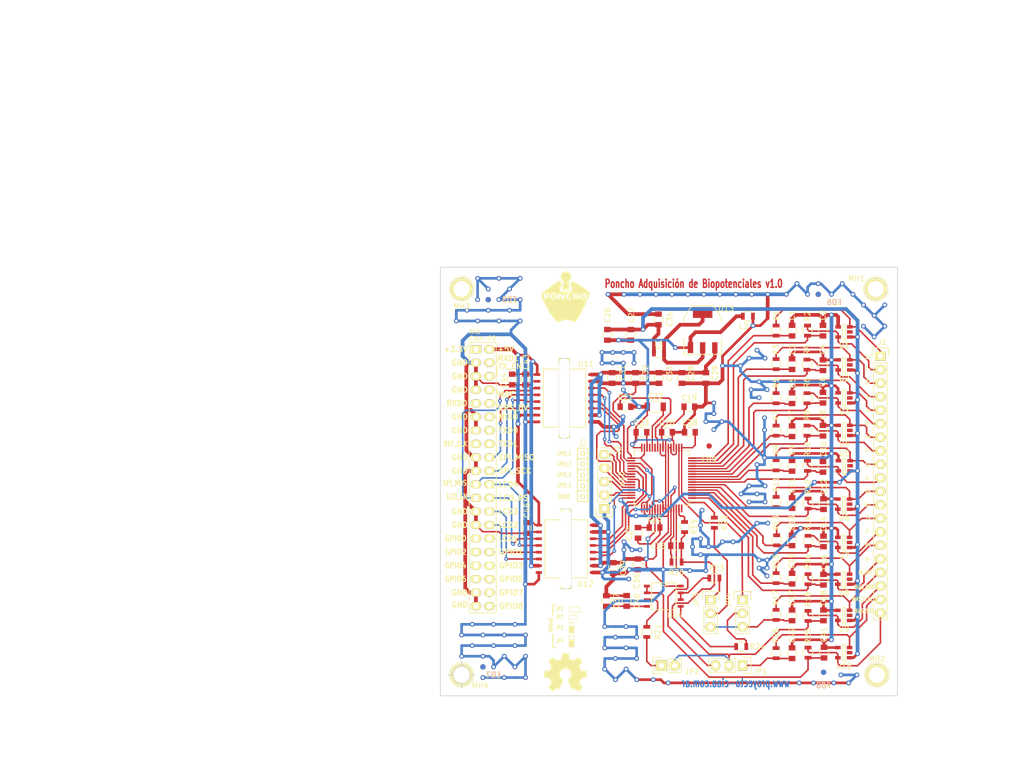
<source format=kicad_pcb>
(kicad_pcb (version 4) (host pcbnew 4.0.2-stable)
  (title_block (title "Poncho Adquisición de Biopotenciales") (date 2016-10-15) (rev 1.0) (company "Proyecto CIAA - COMPUTADORA INDUSTRIAL ABIERTA ARGENTINA") (comment 1 "Autor del poncho: Bruno Javier Cesario"))
  (layers (0 F.Cu signal) (31 B.Cu signal) (34 B.Paste user) (35 F.Paste user) (36 B.SilkS user) (37 F.SilkS user) (38 B.Mask user) (39 F.Mask user) (44 Edge.Cuts user))
  (net 0 "")
  (net 1 /ADS1299/IN1+)
  (net 2 /ADS1299/IN1-)
  (net 3 /ADS1299/IN2+)
  (net 4 /ADS1299/IN2-)
  (net 5 /ADS1299/IN3+)
  (net 6 /ADS1299/IN3-)
  (net 7 /ADS1299/IN4+)
  (net 8 /ADS1299/IN4-)
  (net 9 /ADS1299/IN5+)
  (net 10 /ADS1299/IN5-)
  (net 11 /ADS1299/IN6+)
  (net 12 /ADS1299/IN6-)
  (net 13 /ADS1299/IN7+)
  (net 14 /ADS1299/IN7-)
  (net 15 /ADS1299/IN8+)
  (net 16 /ADS1299/IN8-)
  (net 17 /ADS1299/IN_REF)
  (net 18 "Net-(C19-Pad1)")
  (net 19 GNDA)
  (net 20 "Net-(C21-Pad1)")
  (net 21 "Net-(C22-Pad1)")
  (net 22 "Net-(C23-Pad1)")
  (net 23 "Net-(C24-Pad1)")
  (net 24 "Net-(J1-Pad1)")
  (net 25 "Net-(J1-Pad2)")
  (net 26 "Net-(J1-Pad3)")
  (net 27 "Net-(J1-Pad4)")
  (net 28 "Net-(J1-Pad5)")
  (net 29 "Net-(J1-Pad6)")
  (net 30 "Net-(J1-Pad7)")
  (net 31 "Net-(J1-Pad8)")
  (net 32 "Net-(J1-Pad9)")
  (net 33 "Net-(J1-Pad10)")
  (net 34 "Net-(J1-Pad11)")
  (net 35 "Net-(J1-Pad12)")
  (net 36 "Net-(J1-Pad13)")
  (net 37 "Net-(J1-Pad14)")
  (net 38 "Net-(J1-Pad15)")
  (net 39 "Net-(J1-Pad16)")
  (net 40 "Net-(J1-Pad17)")
  (net 41 "Net-(J1-Pad18)")
  (net 42 "Net-(J2-Pad2)")
  (net 43 "Net-(J2-Pad3)")
  (net 44 "Net-(J2-Pad4)")
  (net 45 /ADS1299/MOSI)
  (net 46 /ADS1299/START)
  (net 47 /ADS1299/CS/)
  (net 48 /ADS1299/SCLK)
  (net 49 /ADS1299/MISO)
  (net 50 /ADS1299/DRDY/)
  (net 51 +5V)
  (net 52 /ADS1299/BIAS_DRV)
  (net 53 +3V3)
  (net 54 "Net-(JP4-Pad1)")
  (net 55 /ADS1299/PWDN/)
  (net 56 "Net-(C35-Pad2)")
  (net 57 "Net-(JP1-Pad3)")
  (net 58 "Net-(R19-Pad2)")
  (net 59 /AISLACIÓN/+5V_NISO)
  (net 60 /AISLACIÓN/GND_NISO)
  (net 61 "Net-(JP2-Pad1)")
  (net 62 "Net-(JP3-Pad1)")
  (net 63 "Net-(JP3-Pad2)")
  (net 64 "Net-(JP4-Pad2)")
  (net 65 "Net-(R21-Pad1)")
  (net 66 "Net-(R23-Pad1)")
  (net 67 "Net-(R24-Pad2)")
  (net 68 /ADS1299/BIAS_SHD)
  (net 69 /ADS1299/RESET)
  (net 70 "Net-(C37-Pad1)")
  (net 71 /ADS1299/BIAS_ELEC)
  (net 72 "Net-(J1-Pad19)")
  (net 73 "Net-(J1-Pad20)")
  (net 74 "Net-(L1-Pad2)")
  (net 75 "Net-(U11-Pad3)")
  (net 76 "Net-(U11-Pad4)")
  (net 77 "Net-(U11-Pad5)")
  (net 78 "Net-(U11-Pad6)")
  (net 79 "Net-(U12-Pad3)")
  (net 80 "Net-(U12-Pad4)")
  (net 81 "Net-(U12-Pad5)")
  (net 82 "Net-(U12-Pad6)")
  (net 83 "Net-(C38-Pad1)")
  (net 84 DGND)
  (net 85 "Net-(J2-Pad5)")
  (module Fiducials:Fiducial_1mm_Dia_2.54mm_Outer_CopperTop (layer F.Cu) (at 123.58 120.82)
    (fp_text reference SC_2 hide)
    (fp_text value Slot_2)
    (pad "" np_thru_hole rect (at 0 0) (size 2 15) (drill oval 2 15) (layers *.Cu *.Mask F.SilkS) (clearance 0.77))
  )
  (module Fiducials:Fiducial_1mm_Dia_2.54mm_Outer_CopperTop (layer F.Cu) (at 123.28 92.52)
    (fp_text reference SC_1 hide)
    (fp_text value Slot_1)
    (pad "" np_thru_hole rect (at 0 0) (size 2 15) (drill oval 2 15) (layers *.Cu *.Mask F.SilkS) (clearance 0.77))
  )
  (module Poncho_Esqueleto:Conn_Poncho_Izquierdo (layer F.Cu) (at 106.68 83.32)
    (fp_text reference XA1 (at -0.254 -3.302) (layer F.SilkS) (effects (font (size 0.8 0.8) (thickness 0.12))))
    (fp_text value Conn_Poncho2P_2x_20x2 hide)
    (fp_text user GPIO8 (at 6.604 48.26) (layer F.SilkS) (effects (font (thickness 0.2))))
    (fp_text user GPIO7 (at 6.604 45.72) (layer F.SilkS) (effects (font (thickness 0.2))))
    (fp_text user GPIO5 (at 6.604 43.18) (layer F.SilkS) (effects (font (thickness 0.2))))
    (fp_text user GPIO3 (at 6.604 40.64) (layer F.SilkS) (effects (font (thickness 0.2))))
    (fp_text user GPIO1 (at 6.604 38.1) (layer F.SilkS) (effects (font (thickness 0.2))))
    (fp_text user LCD1 (at 6.096 35.56) (layer F.SilkS) (effects (font (thickness 0.2))))
    (fp_text user LCD2 (at 6.096 33.02) (layer F.SilkS) (effects (font (thickness 0.2))))
    (fp_text user LCD3 (at 6.096 30.48) (layer F.SilkS) (effects (font (thickness 0.2))))
    (fp_text user LCD_RS (at 7.112 27.94) (layer F.SilkS) (effects (font (thickness 0.2))))
    (fp_text user LCD4 (at 6.096 25.4) (layer F.SilkS) (effects (font (thickness 0.2))))
    (fp_text user SPI_SCK (at 7.366 22.86) (layer F.SilkS) (effects (font (thickness 0.2))))
    (fp_text user SPI_MISO (at 7.62 20.32) (layer F.SilkS) (effects (font (thickness 0.2))))
    (fp_text user TXD1 (at 6.096 17.78) (layer F.SilkS) (effects (font (thickness 0.2))))
    (fp_text user TXD0 (at 6.096 15.24) (layer F.SilkS) (effects (font (thickness 0.2))))
    (fp_text user MDIO (at 6.096 12.7) (layer F.SilkS) (effects (font (thickness 0.2))))
    (fp_text user CRS_DV (at 7 11) (layer F.SilkS) (effects (font (thickness 0.2))))
    (fp_text user MDC (at 5.8 8.5) (layer F.SilkS) (effects (font (thickness 0.2))))
    (fp_text user TX_EN (at 6.4 3.2) (layer F.SilkS) (effects (font (thickness 0.2))))
    (fp_text user RXD1 (at 6.1 1.7) (layer F.SilkS) (effects (font (thickness 0.2))))
    (fp_text user +5V (at 5.588 0) (layer F.SilkS) (effects (font (thickness 0.2))))
    (fp_text user GND (at -3.048 48.006) (layer F.SilkS) (effects (font (thickness 0.2))))
    (fp_text user GND (at -3.048 45.72) (layer F.SilkS) (effects (font (thickness 0.2))))
    (fp_text user GPIO6 (at -3.81 43.18) (layer F.SilkS) (effects (font (size 1 0.9) (thickness 0.2))))
    (fp_text user GPIO4 (at -3.81 40.64) (layer F.SilkS) (effects (font (size 1 0.9) (thickness 0.2))))
    (fp_text user GPIO2 (at -3.81 38.1) (layer F.SilkS) (effects (font (size 1 0.9) (thickness 0.2))))
    (fp_text user GPIO0 (at -3.81 35.56) (layer F.SilkS) (effects (font (size 1 0.9) (thickness 0.2))))
    (fp_text user GND (at -3.048 33.02) (layer F.SilkS) (effects (font (thickness 0.2))))
    (fp_text user GND (at -3.048 30.48) (layer F.SilkS) (effects (font (thickness 0.2))))
    (fp_text user LCD_EN (at -3.556 27.686) (layer F.SilkS) (effects (font (size 1 0.7) (thickness 0.17))))
    (fp_text user SPI_MOSI (at -3.81 25.146) (layer F.SilkS) (effects (font (size 1 0.7) (thickness 0.17))))
    (fp_text user GND (at -3.048 22.86) (layer F.SilkS) (effects (font (thickness 0.2))))
    (fp_text user GND (at -3.048 20.32) (layer F.SilkS) (effects (font (thickness 0.2))))
    (fp_text user REF_CLK (at -3.81 17.78) (layer F.SilkS) (effects (font (size 0.9 0.7) (thickness 0.175))))
    (fp_text user GND (at -3.048 15.24) (layer F.SilkS) (effects (font (thickness 0.2))))
    (fp_text user GND (at -3.048 12.7) (layer F.SilkS) (effects (font (thickness 0.2))))
    (fp_text user GND (at -3.048 7.62) (layer F.SilkS) (effects (font (thickness 0.2))))
    (fp_text user RXD0 (at -3.556 10.16) (layer F.SilkS) (effects (font (thickness 0.2))))
    (fp_text user GND (at -3.048 5.08) (layer F.SilkS) (effects (font (thickness 0.2))))
    (fp_text user GND (at -3.048 2.54) (layer F.SilkS) (effects (font (thickness 0.2))))
    (fp_text user +3.3V (at -3.81 0) (layer F.SilkS) (effects (font (thickness 0.2))))
    (fp_text user CIAA-P2 (at 1.27 -2.032) (layer F.SilkS) (effects (font (size 0.8 0.8) (thickness 0.12))))
    (pad 41 thru_hole rect (at 0 0 270) (size 1.524 2) (drill 1.016) (layers *.Cu *.Mask F.SilkS))
    (pad 42 thru_hole oval (at 2.54 0 270) (size 1.524 2) (drill 1.016) (layers *.Cu *.Mask F.SilkS) (net 59 /AISLACIÓN/+5V_NISO))
    (pad 43 thru_hole oval (at 0 2.54 270) (size 1.524 2) (drill 1.016) (layers *.Cu *.Mask F.SilkS) (net 60 /AISLACIÓN/GND_NISO))
    (pad 44 thru_hole oval (at 2.54 2.54 270) (size 1.524 2) (drill 1.016) (layers *.Cu *.Mask F.SilkS))
    (pad 45 thru_hole oval (at 0 5.08 270) (size 1.524 2) (drill 1.016) (layers *.Cu *.Mask F.SilkS) (net 60 /AISLACIÓN/GND_NISO))
    (pad 46 thru_hole oval (at 2.54 5.08 270) (size 1.524 2) (drill 1.016) (layers *.Cu *.Mask F.SilkS))
    (pad 47 thru_hole oval (at 0 7.62 270) (size 1.524 2) (drill 1.016) (layers *.Cu *.Mask F.SilkS) (net 60 /AISLACIÓN/GND_NISO))
    (pad 48 thru_hole oval (at 2.54 7.62 270) (size 1.524 2) (drill 1.016) (layers *.Cu *.Mask F.SilkS))
    (pad 49 thru_hole oval (at 0 10.16 270) (size 1.524 2) (drill 1.016) (layers *.Cu *.Mask F.SilkS))
    (pad 50 thru_hole oval (at 2.54 10.16 270) (size 1.524 2) (drill 1.016) (layers *.Cu *.Mask F.SilkS))
    (pad 51 thru_hole oval (at 0 12.7 270) (size 1.524 2) (drill 1.016) (layers *.Cu *.Mask F.SilkS) (net 60 /AISLACIÓN/GND_NISO))
    (pad 52 thru_hole oval (at 2.54 12.7 270) (size 1.524 2) (drill 1.016) (layers *.Cu *.Mask F.SilkS))
    (pad 53 thru_hole oval (at 0 15.24 270) (size 1.524 2) (drill 1.016) (layers *.Cu *.Mask F.SilkS) (net 60 /AISLACIÓN/GND_NISO))
    (pad 54 thru_hole oval (at 2.54 15.24 270) (size 1.524 2) (drill 1.016) (layers *.Cu *.Mask F.SilkS))
    (pad 55 thru_hole oval (at 0 17.78 270) (size 1.524 2) (drill 1.016) (layers *.Cu *.Mask F.SilkS))
    (pad 56 thru_hole oval (at 2.54 17.78 270) (size 1.524 2) (drill 1.016) (layers *.Cu *.Mask F.SilkS))
    (pad 57 thru_hole oval (at 0 20.32 270) (size 1.524 2) (drill 1.016) (layers *.Cu *.Mask F.SilkS) (net 60 /AISLACIÓN/GND_NISO))
    (pad 58 thru_hole oval (at 2.54 20.32 270) (size 1.524 2) (drill 1.016) (layers *.Cu *.Mask F.SilkS) (net 78 "Net-(U11-Pad6)"))
    (pad 59 thru_hole oval (at 0 22.86 270) (size 1.524 2) (drill 1.016) (layers *.Cu *.Mask F.SilkS) (net 60 /AISLACIÓN/GND_NISO))
    (pad 60 thru_hole oval (at 2.54 22.86 270) (size 1.524 2) (drill 1.016) (layers *.Cu *.Mask F.SilkS) (net 76 "Net-(U11-Pad4)"))
    (pad 61 thru_hole oval (at 0 25.4 270) (size 1.524 2) (drill 1.016) (layers *.Cu *.Mask F.SilkS) (net 77 "Net-(U11-Pad5)"))
    (pad 62 thru_hole oval (at 2.54 25.4 270) (size 1.524 2) (drill 1.016) (layers *.Cu *.Mask F.SilkS) (net 80 "Net-(U12-Pad4)"))
    (pad 63 thru_hole oval (at 0 27.94 270) (size 1.524 2) (drill 1.016) (layers *.Cu *.Mask F.SilkS) (net 75 "Net-(U11-Pad3)"))
    (pad 64 thru_hole oval (at 2.54 27.94 270) (size 1.524 2) (drill 1.016) (layers *.Cu *.Mask F.SilkS) (net 79 "Net-(U12-Pad3)"))
    (pad 65 thru_hole oval (at 0 30.48 270) (size 1.524 2) (drill 1.016) (layers *.Cu *.Mask F.SilkS) (net 60 /AISLACIÓN/GND_NISO))
    (pad 66 thru_hole oval (at 2.54 30.48 270) (size 1.524 2) (drill 1.016) (layers *.Cu *.Mask F.SilkS) (net 82 "Net-(U12-Pad6)"))
    (pad 67 thru_hole oval (at 0 33.02 270) (size 1.524 2) (drill 1.016) (layers *.Cu *.Mask F.SilkS) (net 60 /AISLACIÓN/GND_NISO))
    (pad 68 thru_hole oval (at 2.54 33.02 270) (size 1.524 2) (drill 1.016) (layers *.Cu *.Mask F.SilkS) (net 81 "Net-(U12-Pad5)"))
    (pad 69 thru_hole oval (at 0 35.56 270) (size 1.524 2) (drill 1.016) (layers *.Cu *.Mask F.SilkS))
    (pad 70 thru_hole oval (at 2.54 35.56 270) (size 1.524 2) (drill 1.016) (layers *.Cu *.Mask F.SilkS))
    (pad 71 thru_hole oval (at 0 38.1 270) (size 1.524 2) (drill 1.016) (layers *.Cu *.Mask F.SilkS))
    (pad 72 thru_hole oval (at 2.54 38.1 270) (size 1.524 2) (drill 1.016) (layers *.Cu *.Mask F.SilkS))
    (pad 73 thru_hole oval (at 0 40.64 270) (size 1.524 2) (drill 1.016) (layers *.Cu *.Mask F.SilkS))
    (pad 74 thru_hole oval (at 2.54 40.64 270) (size 1.524 2) (drill 1.016) (layers *.Cu *.Mask F.SilkS))
    (pad 75 thru_hole oval (at 0 43.18 270) (size 1.524 2) (drill 1.016) (layers *.Cu *.Mask F.SilkS))
    (pad 76 thru_hole oval (at 2.54 43.18 270) (size 1.524 2) (drill 1.016) (layers *.Cu *.Mask F.SilkS))
    (pad 77 thru_hole oval (at 0 45.72 270) (size 1.524 2) (drill 1.016) (layers *.Cu *.Mask F.SilkS) (net 60 /AISLACIÓN/GND_NISO))
    (pad 78 thru_hole oval (at 2.54 45.72 270) (size 1.524 2) (drill 1.016) (layers *.Cu *.Mask F.SilkS))
    (pad 79 thru_hole oval (at 0 48.26 270) (size 1.524 2) (drill 1.016) (layers *.Cu *.Mask F.SilkS) (net 60 /AISLACIÓN/GND_NISO))
    (pad 80 thru_hole oval (at 2.54 48.26 270) (size 1.524 2) (drill 1.016) (layers *.Cu *.Mask F.SilkS))
  )
  (module Pin_Headers:Pin_Header_Straight_1x03 (layer F.Cu) (at 156.77 130.4)
    (fp_text reference JP4 (at -2.6 0 90) (layer F.SilkS))
    (fp_text value JUMPER3)
    (pad 1 thru_hole rect (at 0 0) (size 2.032 1.7272) (drill 1.016) (layers *.Cu *.Mask F.SilkS) (net 54 "Net-(JP4-Pad1)"))
    (pad 2 thru_hole oval (at 0 2.54) (size 2.032 1.7272) (drill 1.016) (layers *.Cu *.Mask F.SilkS) (net 64 "Net-(JP4-Pad2)"))
    (pad 3 thru_hole oval (at 0 5.08) (size 2.032 1.7272) (drill 1.016) (layers *.Cu *.Mask F.SilkS) (net 17 /ADS1299/IN_REF))
  )
  (module SMD_Packages:SOIC-8-N (layer F.Cu) (at 141.98 129.72 270)
    (fp_text reference U14 (at 3.6 -2.1 360) (layer F.SilkS))
    (fp_text value OPA2376)
    (pad 8 smd rect (at -1.905 -3.175 270) (size 0.508 1.143) (layers F.Cu F.Paste F.Mask) (net 51 +5V))
    (pad 7 smd rect (at -0.635 -3.175 270) (size 0.508 1.143) (layers F.Cu F.Paste F.Mask) (net 66 "Net-(R23-Pad1)"))
    (pad 6 smd rect (at 0.635 -3.175 270) (size 0.508 1.143) (layers F.Cu F.Paste F.Mask) (net 66 "Net-(R23-Pad1)"))
    (pad 5 smd rect (at 1.905 -3.175 270) (size 0.508 1.143) (layers F.Cu F.Paste F.Mask) (net 67 "Net-(R24-Pad2)"))
    (pad 4 smd rect (at 1.905 3.175 270) (size 0.508 1.143) (layers F.Cu F.Paste F.Mask) (net 70 "Net-(C37-Pad1)"))
    (pad 3 smd rect (at 0.635 3.175 270) (size 0.508 1.143) (layers F.Cu F.Paste F.Mask) (net 65 "Net-(R21-Pad1)"))
    (pad 2 smd rect (at -0.635 3.175 270) (size 0.508 1.143) (layers F.Cu F.Paste F.Mask) (net 68 /ADS1299/BIAS_SHD))
    (pad 1 smd rect (at -1.905 3.175 270) (size 0.508 1.143) (layers F.Cu F.Paste F.Mask) (net 68 /ADS1299/BIAS_SHD))
  )
  (module SMD_Packages:SO-16-W (layer F.Cu) (at 123.58 120.82 270)
    (fp_text reference U12 (at 6.62 -3.71 360) (layer F.SilkS))
    (fp_text value ADuM2401)
    (pad 1 smd rect (at -4.445 5.08 270) (size 0.508 1.143) (layers F.Cu F.Paste F.Mask) (net 59 /AISLACIÓN/+5V_NISO))
    (pad 2 smd rect (at -3.175 5.08 270) (size 0.508 1.143) (layers F.Cu F.Paste F.Mask) (net 60 /AISLACIÓN/GND_NISO))
    (pad 3 smd rect (at -1.905 5.08 270) (size 0.508 1.143) (layers F.Cu F.Paste F.Mask) (net 79 "Net-(U12-Pad3)"))
    (pad 4 smd rect (at -0.635 5.08 270) (size 0.508 1.143) (layers F.Cu F.Paste F.Mask) (net 80 "Net-(U12-Pad4)"))
    (pad 5 smd rect (at 0.635 5.08 270) (size 0.508 1.143) (layers F.Cu F.Paste F.Mask) (net 81 "Net-(U12-Pad5)"))
    (pad 6 smd rect (at 1.905 5.08 270) (size 0.508 1.143) (layers F.Cu F.Paste F.Mask) (net 82 "Net-(U12-Pad6)"))
    (pad 7 smd rect (at 3.175 5.08 270) (size 0.508 1.143) (layers F.Cu F.Paste F.Mask) (net 59 /AISLACIÓN/+5V_NISO))
    (pad 8 smd rect (at 4.445 5.08 270) (size 0.508 1.143) (layers F.Cu F.Paste F.Mask) (net 60 /AISLACIÓN/GND_NISO))
    (pad 9 smd rect (at 4.445 -5.08 270) (size 0.508 1.143) (layers F.Cu F.Paste F.Mask) (net 84 DGND))
    (pad 10 smd rect (at 3.175 -5.08 270) (size 0.508 1.143) (layers F.Cu F.Paste F.Mask) (net 51 +5V))
    (pad 11 smd rect (at 1.905 -5.08 270) (size 0.508 1.143) (layers F.Cu F.Paste F.Mask) (net 50 /ADS1299/DRDY/))
    (pad 12 smd rect (at 0.635 -5.08 270) (size 0.508 1.143) (layers F.Cu F.Paste F.Mask) (net 55 /ADS1299/PWDN/))
    (pad 13 smd rect (at -0.635 -5.08 270) (size 0.508 1.143) (layers F.Cu F.Paste F.Mask) (net 69 /ADS1299/RESET))
    (pad 14 smd rect (at -1.905 -5.08 270) (size 0.508 1.143) (layers F.Cu F.Paste F.Mask) (net 46 /ADS1299/START))
    (pad 15 smd rect (at -3.175 -5.08 270) (size 0.508 1.143) (layers F.Cu F.Paste F.Mask) (net 84 DGND))
    (pad 16 smd rect (at -4.445 -5.08 270) (size 0.508 1.143) (layers F.Cu F.Paste F.Mask) (net 51 +5V))
  )
  (module Resistors_SMD:R_0805 (layer F.Cu) (at 141.08 84.02)
    (fp_text reference L1 (at 0 -1.8) (layer F.SilkS))
    (fp_text value HZ0805E601R-10)
    (pad 1 smd rect (at -0.95 0) (size 0.7 1.3) (layers F.Cu F.Paste F.Mask) (net 53 +3V3))
    (pad 2 smd rect (at 0.95 0) (size 0.7 1.3) (layers F.Cu F.Paste F.Mask) (net 74 "Net-(L1-Pad2)"))
  )
  (module SMD_Packages:SO-16-W (layer F.Cu) (at 123.28 92.52 270)
    (fp_text reference U11 (at -6.46 -4.07 360) (layer F.SilkS))
    (fp_text value ADuM6401)
    (pad 1 smd rect (at -4.445 5.08 270) (size 0.508 1.143) (layers F.Cu F.Paste F.Mask) (net 59 /AISLACIÓN/+5V_NISO))
    (pad 2 smd rect (at -3.175 5.08 270) (size 0.508 1.143) (layers F.Cu F.Paste F.Mask) (net 60 /AISLACIÓN/GND_NISO))
    (pad 3 smd rect (at -1.905 5.08 270) (size 0.508 1.143) (layers F.Cu F.Paste F.Mask) (net 75 "Net-(U11-Pad3)"))
    (pad 4 smd rect (at -0.635 5.08 270) (size 0.508 1.143) (layers F.Cu F.Paste F.Mask) (net 76 "Net-(U11-Pad4)"))
    (pad 5 smd rect (at 0.635 5.08 270) (size 0.508 1.143) (layers F.Cu F.Paste F.Mask) (net 77 "Net-(U11-Pad5)"))
    (pad 6 smd rect (at 1.905 5.08 270) (size 0.508 1.143) (layers F.Cu F.Paste F.Mask) (net 78 "Net-(U11-Pad6)"))
    (pad 7 smd rect (at 3.175 5.08 270) (size 0.508 1.143) (layers F.Cu F.Paste F.Mask) (net 59 /AISLACIÓN/+5V_NISO))
    (pad 8 smd rect (at 4.445 5.08 270) (size 0.508 1.143) (layers F.Cu F.Paste F.Mask) (net 60 /AISLACIÓN/GND_NISO))
    (pad 9 smd rect (at 4.445 -5.08 270) (size 0.508 1.143) (layers F.Cu F.Paste F.Mask) (net 84 DGND))
    (pad 10 smd rect (at 3.175 -5.08 270) (size 0.508 1.143) (layers F.Cu F.Paste F.Mask) (net 51 +5V))
    (pad 11 smd rect (at 1.905 -5.08 270) (size 0.508 1.143) (layers F.Cu F.Paste F.Mask) (net 49 /ADS1299/MISO))
    (pad 12 smd rect (at 0.635 -5.08 270) (size 0.508 1.143) (layers F.Cu F.Paste F.Mask) (net 45 /ADS1299/MOSI))
    (pad 13 smd rect (at -0.635 -5.08 270) (size 0.508 1.143) (layers F.Cu F.Paste F.Mask) (net 48 /ADS1299/SCLK))
    (pad 14 smd rect (at -1.905 -5.08 270) (size 0.508 1.143) (layers F.Cu F.Paste F.Mask) (net 47 /ADS1299/CS/))
    (pad 15 smd rect (at -3.175 -5.08 270) (size 0.508 1.143) (layers F.Cu F.Paste F.Mask) (net 84 DGND))
    (pad 16 smd rect (at -4.445 -5.08 270) (size 0.508 1.143) (layers F.Cu F.Paste F.Mask) (net 51 +5V))
  )
  (module Housings_QFP:TQFP-64_10x10mm_Pitch0.5mm (layer F.Cu) (at 141.58 107.52 180)
    (fp_text reference U10 (at 7.52 -0.16 270) (layer F.SilkS))
    (fp_text value ADS1299)
    (pad 1 smd rect (at -5.7 -3.75 180) (size 1.5 0.3) (layers F.Cu F.Paste F.Mask) (net 16 /ADS1299/IN8-))
    (pad 2 smd rect (at -5.7 -3.25 180) (size 1.5 0.3) (layers F.Cu F.Paste F.Mask) (net 15 /ADS1299/IN8+))
    (pad 3 smd rect (at -5.7 -2.75 180) (size 1.5 0.3) (layers F.Cu F.Paste F.Mask) (net 14 /ADS1299/IN7-))
    (pad 4 smd rect (at -5.7 -2.25 180) (size 1.5 0.3) (layers F.Cu F.Paste F.Mask) (net 13 /ADS1299/IN7+))
    (pad 5 smd rect (at -5.7 -1.75 180) (size 1.5 0.3) (layers F.Cu F.Paste F.Mask) (net 12 /ADS1299/IN6-))
    (pad 6 smd rect (at -5.7 -1.25 180) (size 1.5 0.3) (layers F.Cu F.Paste F.Mask) (net 11 /ADS1299/IN6+))
    (pad 7 smd rect (at -5.7 -0.75 180) (size 1.5 0.3) (layers F.Cu F.Paste F.Mask) (net 10 /ADS1299/IN5-))
    (pad 8 smd rect (at -5.7 -0.25 180) (size 1.5 0.3) (layers F.Cu F.Paste F.Mask) (net 9 /ADS1299/IN5+))
    (pad 9 smd rect (at -5.7 0.25 180) (size 1.5 0.3) (layers F.Cu F.Paste F.Mask) (net 8 /ADS1299/IN4-))
    (pad 10 smd rect (at -5.7 0.75 180) (size 1.5 0.3) (layers F.Cu F.Paste F.Mask) (net 7 /ADS1299/IN4+))
    (pad 11 smd rect (at -5.7 1.25 180) (size 1.5 0.3) (layers F.Cu F.Paste F.Mask) (net 6 /ADS1299/IN3-))
    (pad 12 smd rect (at -5.7 1.75 180) (size 1.5 0.3) (layers F.Cu F.Paste F.Mask) (net 5 /ADS1299/IN3+))
    (pad 13 smd rect (at -5.7 2.25 180) (size 1.5 0.3) (layers F.Cu F.Paste F.Mask) (net 4 /ADS1299/IN2-))
    (pad 14 smd rect (at -5.7 2.75 180) (size 1.5 0.3) (layers F.Cu F.Paste F.Mask) (net 3 /ADS1299/IN2+))
    (pad 15 smd rect (at -5.7 3.25 180) (size 1.5 0.3) (layers F.Cu F.Paste F.Mask) (net 2 /ADS1299/IN1-))
    (pad 16 smd rect (at -5.7 3.75 180) (size 1.5 0.3) (layers F.Cu F.Paste F.Mask) (net 1 /ADS1299/IN1+))
    (pad 17 smd rect (at -3.75 5.7 270) (size 1.5 0.3) (layers F.Cu F.Paste F.Mask) (net 83 "Net-(C38-Pad1)"))
    (pad 18 smd rect (at -3.25 5.7 270) (size 1.5 0.3) (layers F.Cu F.Paste F.Mask) (net 54 "Net-(JP4-Pad1)"))
    (pad 19 smd rect (at -2.75 5.7 270) (size 1.5 0.3) (layers F.Cu F.Paste F.Mask) (net 51 +5V))
    (pad 20 smd rect (at -2.25 5.7 270) (size 1.5 0.3) (layers F.Cu F.Paste F.Mask) (net 19 GNDA))
    (pad 21 smd rect (at -1.75 5.7 270) (size 1.5 0.3) (layers F.Cu F.Paste F.Mask) (net 51 +5V))
    (pad 22 smd rect (at -1.25 5.7 270) (size 1.5 0.3) (layers F.Cu F.Paste F.Mask) (net 51 +5V))
    (pad 23 smd rect (at -0.75 5.7 270) (size 1.5 0.3) (layers F.Cu F.Paste F.Mask) (net 19 GNDA))
    (pad 24 smd rect (at -0.25 5.7 270) (size 1.5 0.3) (layers F.Cu F.Paste F.Mask) (net 18 "Net-(C19-Pad1)"))
    (pad 25 smd rect (at 0.25 5.7 270) (size 1.5 0.3) (layers F.Cu F.Paste F.Mask) (net 19 GNDA))
    (pad 26 smd rect (at 0.75 5.7 270) (size 1.5 0.3) (layers F.Cu F.Paste F.Mask) (net 20 "Net-(C21-Pad1)"))
    (pad 27 smd rect (at 1.25 5.7 270) (size 1.5 0.3) (layers F.Cu F.Paste F.Mask))
    (pad 28 smd rect (at 1.75 5.7 270) (size 1.5 0.3) (layers F.Cu F.Paste F.Mask) (net 21 "Net-(C22-Pad1)"))
    (pad 29 smd rect (at 2.25 5.7 270) (size 1.5 0.3) (layers F.Cu F.Paste F.Mask))
    (pad 30 smd rect (at 2.75 5.7 270) (size 1.5 0.3) (layers F.Cu F.Paste F.Mask) (net 22 "Net-(C23-Pad1)"))
    (pad 31 smd rect (at 3.25 5.7 270) (size 1.5 0.3) (layers F.Cu F.Paste F.Mask) (net 84 DGND))
    (pad 32 smd rect (at 3.75 5.7 270) (size 1.5 0.3) (layers F.Cu F.Paste F.Mask) (net 19 GNDA))
    (pad 33 smd rect (at 5.7 3.75 180) (size 1.5 0.3) (layers F.Cu F.Paste F.Mask) (net 84 DGND))
    (pad 34 smd rect (at 5.7 3.25 180) (size 1.5 0.3) (layers F.Cu F.Paste F.Mask) (net 45 /ADS1299/MOSI))
    (pad 35 smd rect (at 5.7 2.75 180) (size 1.5 0.3) (layers F.Cu F.Paste F.Mask) (net 55 /ADS1299/PWDN/))
    (pad 36 smd rect (at 5.7 2.25 180) (size 1.5 0.3) (layers F.Cu F.Paste F.Mask) (net 69 /ADS1299/RESET))
    (pad 37 smd rect (at 5.7 1.75 180) (size 1.5 0.3) (layers F.Cu F.Paste F.Mask))
    (pad 38 smd rect (at 5.7 1.25 180) (size 1.5 0.3) (layers F.Cu F.Paste F.Mask) (net 46 /ADS1299/START))
    (pad 39 smd rect (at 5.7 0.75 180) (size 1.5 0.3) (layers F.Cu F.Paste F.Mask) (net 47 /ADS1299/CS/))
    (pad 40 smd rect (at 5.7 0.25 180) (size 1.5 0.3) (layers F.Cu F.Paste F.Mask) (net 48 /ADS1299/SCLK))
    (pad 41 smd rect (at 5.7 -0.25 180) (size 1.5 0.3) (layers F.Cu F.Paste F.Mask) (net 84 DGND))
    (pad 42 smd rect (at 5.7 -0.75 180) (size 1.5 0.3) (layers F.Cu F.Paste F.Mask) (net 85 "Net-(J2-Pad5)"))
    (pad 43 smd rect (at 5.7 -1.25 180) (size 1.5 0.3) (layers F.Cu F.Paste F.Mask) (net 49 /ADS1299/MISO))
    (pad 44 smd rect (at 5.7 -1.75 180) (size 1.5 0.3) (layers F.Cu F.Paste F.Mask) (net 44 "Net-(J2-Pad4)"))
    (pad 45 smd rect (at 5.7 -2.25 180) (size 1.5 0.3) (layers F.Cu F.Paste F.Mask) (net 43 "Net-(J2-Pad3)"))
    (pad 46 smd rect (at 5.7 -2.75 180) (size 1.5 0.3) (layers F.Cu F.Paste F.Mask) (net 42 "Net-(J2-Pad2)"))
    (pad 47 smd rect (at 5.7 -3.25 180) (size 1.5 0.3) (layers F.Cu F.Paste F.Mask) (net 50 /ADS1299/DRDY/))
    (pad 48 smd rect (at 5.7 -3.75 180) (size 1.5 0.3) (layers F.Cu F.Paste F.Mask) (net 53 +3V3))
    (pad 49 smd rect (at 3.75 -5.7 270) (size 1.5 0.3) (layers F.Cu F.Paste F.Mask) (net 84 DGND))
    (pad 50 smd rect (at 3.25 -5.7 270) (size 1.5 0.3) (layers F.Cu F.Paste F.Mask) (net 53 +3V3))
    (pad 51 smd rect (at 2.75 -5.7 270) (size 1.5 0.3) (layers F.Cu F.Paste F.Mask) (net 84 DGND))
    (pad 52 smd rect (at 2.25 -5.7 270) (size 1.5 0.3) (layers F.Cu F.Paste F.Mask) (net 53 +3V3))
    (pad 53 smd rect (at 1.75 -5.7 270) (size 1.5 0.3) (layers F.Cu F.Paste F.Mask) (net 19 GNDA))
    (pad 54 smd rect (at 1.25 -5.7 270) (size 1.5 0.3) (layers F.Cu F.Paste F.Mask) (net 51 +5V))
    (pad 55 smd rect (at 0.75 -5.7 270) (size 1.5 0.3) (layers F.Cu F.Paste F.Mask) (net 23 "Net-(C24-Pad1)"))
    (pad 56 smd rect (at 0.25 -5.7 270) (size 1.5 0.3) (layers F.Cu F.Paste F.Mask) (net 51 +5V))
    (pad 57 smd rect (at -0.25 -5.7 270) (size 1.5 0.3) (layers F.Cu F.Paste F.Mask) (net 19 GNDA))
    (pad 58 smd rect (at -0.75 -5.7 270) (size 1.5 0.3) (layers F.Cu F.Paste F.Mask) (net 19 GNDA))
    (pad 59 smd rect (at -1.25 -5.7 270) (size 1.5 0.3) (layers F.Cu F.Paste F.Mask) (net 51 +5V))
    (pad 60 smd rect (at -1.75 -5.7 270) (size 1.5 0.3) (layers F.Cu F.Paste F.Mask) (net 19 GNDA))
    (pad 61 smd rect (at -2.25 -5.7 270) (size 1.5 0.3) (layers F.Cu F.Paste F.Mask) (net 56 "Net-(C35-Pad2)"))
    (pad 62 smd rect (at -2.75 -5.7 270) (size 1.5 0.3) (layers F.Cu F.Paste F.Mask) (net 57 "Net-(JP1-Pad3)"))
    (pad 63 smd rect (at -3.25 -5.7 270) (size 1.5 0.3) (layers F.Cu F.Paste F.Mask) (net 58 "Net-(R19-Pad2)"))
    (pad 64 smd rect (at -3.75 -5.7 270) (size 1.5 0.3) (layers F.Cu F.Paste F.Mask))
  )
  (module Capacitors_SMD:C_0805 (layer F.Cu) (at 166.08 79.82 90)
    (fp_text reference C1 (at 2.9 0 90) (layer F.SilkS))
    (fp_text value 1nF)
    (pad 1 smd rect (at -1 0 90) (size 1 1.25) (layers F.Cu F.Paste F.Mask) (net 1 /ADS1299/IN1+))
    (pad 2 smd rect (at 1 0 90) (size 1 1.25) (layers F.Cu F.Paste F.Mask) (net 19 GNDA))
  )
  (module Capacitors_SMD:C_0805 (layer F.Cu) (at 171.88 79.82 90)
    (fp_text reference C2 (at 2.9 0 90) (layer F.SilkS))
    (fp_text value 1nF)
    (pad 1 smd rect (at -1 0 90) (size 1 1.25) (layers F.Cu F.Paste F.Mask) (net 2 /ADS1299/IN1-))
    (pad 2 smd rect (at 1 0 90) (size 1 1.25) (layers F.Cu F.Paste F.Mask) (net 19 GNDA))
  )
  (module Capacitors_SMD:C_0805 (layer F.Cu) (at 166.08 86.12 90)
    (fp_text reference C3 (at 2.8 0.1 90) (layer F.SilkS))
    (fp_text value 1nF)
    (pad 1 smd rect (at -1 0 90) (size 1 1.25) (layers F.Cu F.Paste F.Mask) (net 3 /ADS1299/IN2+))
    (pad 2 smd rect (at 1 0 90) (size 1 1.25) (layers F.Cu F.Paste F.Mask) (net 19 GNDA))
  )
  (module Capacitors_SMD:C_0805 (layer F.Cu) (at 171.88 86.32 90)
    (fp_text reference C4 (at 3 0 90) (layer F.SilkS))
    (fp_text value 1nF)
    (pad 1 smd rect (at -1 0 90) (size 1 1.25) (layers F.Cu F.Paste F.Mask) (net 4 /ADS1299/IN2-))
    (pad 2 smd rect (at 1 0 90) (size 1 1.25) (layers F.Cu F.Paste F.Mask) (net 19 GNDA))
  )
  (module Capacitors_SMD:C_0805 (layer F.Cu) (at 166.08 92.52 90)
    (fp_text reference C5 (at 2.9 0.1 90) (layer F.SilkS))
    (fp_text value 1nF)
    (pad 1 smd rect (at -1 0 90) (size 1 1.25) (layers F.Cu F.Paste F.Mask) (net 5 /ADS1299/IN3+))
    (pad 2 smd rect (at 1 0 90) (size 1 1.25) (layers F.Cu F.Paste F.Mask) (net 19 GNDA))
  )
  (module Capacitors_SMD:C_0805 (layer F.Cu) (at 171.88 92.42 90)
    (fp_text reference C6 (at 3 -0.1 90) (layer F.SilkS))
    (fp_text value 1nF)
    (pad 1 smd rect (at -1 0 90) (size 1 1.25) (layers F.Cu F.Paste F.Mask) (net 6 /ADS1299/IN3-))
    (pad 2 smd rect (at 1 0 90) (size 1 1.25) (layers F.Cu F.Paste F.Mask) (net 19 GNDA))
  )
  (module Capacitors_SMD:C_0805 (layer F.Cu) (at 166.08 98.72 90)
    (fp_text reference C7 (at 3 -0.1 90) (layer F.SilkS))
    (fp_text value 1nF)
    (pad 1 smd rect (at -1 0 90) (size 1 1.25) (layers F.Cu F.Paste F.Mask) (net 7 /ADS1299/IN4+))
    (pad 2 smd rect (at 1 0 90) (size 1 1.25) (layers F.Cu F.Paste F.Mask) (net 19 GNDA))
  )
  (module Capacitors_SMD:C_0805 (layer F.Cu) (at 171.88 98.62 90)
    (fp_text reference C8 (at 3 0 90) (layer F.SilkS))
    (fp_text value 1nF)
    (pad 1 smd rect (at -1 0 90) (size 1 1.25) (layers F.Cu F.Paste F.Mask) (net 8 /ADS1299/IN4-))
    (pad 2 smd rect (at 1 0 90) (size 1 1.25) (layers F.Cu F.Paste F.Mask) (net 19 GNDA))
  )
  (module Capacitors_SMD:C_0805 (layer F.Cu) (at 166.08 105.22 90)
    (fp_text reference C9 (at 3 0 90) (layer F.SilkS))
    (fp_text value 1nF)
    (pad 1 smd rect (at -1 0 90) (size 1 1.25) (layers F.Cu F.Paste F.Mask) (net 9 /ADS1299/IN5+))
    (pad 2 smd rect (at 1 0 90) (size 1 1.25) (layers F.Cu F.Paste F.Mask) (net 19 GNDA))
  )
  (module Capacitors_SMD:C_0805 (layer F.Cu) (at 171.88 105.42 90)
    (fp_text reference C10 (at 3.4 0.1 90) (layer F.SilkS))
    (fp_text value 1nF)
    (pad 1 smd rect (at -1 0 90) (size 1 1.25) (layers F.Cu F.Paste F.Mask) (net 10 /ADS1299/IN5-))
    (pad 2 smd rect (at 1 0 90) (size 1 1.25) (layers F.Cu F.Paste F.Mask) (net 19 GNDA))
  )
  (module Capacitors_SMD:C_0805 (layer F.Cu) (at 166.08 112.22 90)
    (fp_text reference C11 (at 3.3 0 90) (layer F.SilkS))
    (fp_text value 1nF)
    (pad 1 smd rect (at -1 0 90) (size 1 1.25) (layers F.Cu F.Paste F.Mask) (net 11 /ADS1299/IN6+))
    (pad 2 smd rect (at 1 0 90) (size 1 1.25) (layers F.Cu F.Paste F.Mask) (net 19 GNDA))
  )
  (module Capacitors_SMD:C_0805 (layer F.Cu) (at 171.98 112.42 90)
    (fp_text reference C12 (at 3.3 0.1 90) (layer F.SilkS))
    (fp_text value 1nF)
    (pad 1 smd rect (at -1 0 90) (size 1 1.25) (layers F.Cu F.Paste F.Mask) (net 12 /ADS1299/IN6-))
    (pad 2 smd rect (at 1 0 90) (size 1 1.25) (layers F.Cu F.Paste F.Mask) (net 19 GNDA))
  )
  (module Capacitors_SMD:C_0805 (layer F.Cu) (at 166.08 119.22 90)
    (fp_text reference C13 (at 3.3 0 90) (layer F.SilkS))
    (fp_text value 1nF)
    (pad 1 smd rect (at -1 0 90) (size 1 1.25) (layers F.Cu F.Paste F.Mask) (net 13 /ADS1299/IN7+))
    (pad 2 smd rect (at 1 0 90) (size 1 1.25) (layers F.Cu F.Paste F.Mask) (net 19 GNDA))
  )
  (module Capacitors_SMD:C_0805 (layer F.Cu) (at 171.98 119.42 90)
    (fp_text reference C14 (at 3.3 0 90) (layer F.SilkS))
    (fp_text value 1nF)
    (pad 1 smd rect (at -1 0 90) (size 1 1.25) (layers F.Cu F.Paste F.Mask) (net 14 /ADS1299/IN7-))
    (pad 2 smd rect (at 1 0 90) (size 1 1.25) (layers F.Cu F.Paste F.Mask) (net 19 GNDA))
  )
  (module Capacitors_SMD:C_0805 (layer F.Cu) (at 166.08 126.42 90)
    (fp_text reference C15 (at 3.3 -0.1 90) (layer F.SilkS))
    (fp_text value 1nF)
    (pad 1 smd rect (at -1 0 90) (size 1 1.25) (layers F.Cu F.Paste F.Mask) (net 15 /ADS1299/IN8+))
    (pad 2 smd rect (at 1 0 90) (size 1 1.25) (layers F.Cu F.Paste F.Mask) (net 19 GNDA))
  )
  (module Capacitors_SMD:C_0805 (layer F.Cu) (at 171.98 126.62 90)
    (fp_text reference C16 (at 3.3 0.1 90) (layer F.SilkS))
    (fp_text value 1nF)
    (pad 1 smd rect (at -1 0 90) (size 1 1.25) (layers F.Cu F.Paste F.Mask) (net 16 /ADS1299/IN8-))
    (pad 2 smd rect (at 1 0 90) (size 1 1.25) (layers F.Cu F.Paste F.Mask) (net 19 GNDA))
  )
  (module Capacitors_SMD:C_0805 (layer F.Cu) (at 166.08 133.32 90)
    (fp_text reference C17 (at 3.3 0 90) (layer F.SilkS))
    (fp_text value 1nF)
    (pad 1 smd rect (at -1 0 90) (size 1 1.25) (layers F.Cu F.Paste F.Mask) (net 17 /ADS1299/IN_REF))
    (pad 2 smd rect (at 1 0 90) (size 1 1.25) (layers F.Cu F.Paste F.Mask) (net 19 GNDA))
  )
  (module Capacitors_SMD:C_0805 (layer F.Cu) (at 171.98 133.32 90)
    (fp_text reference C18 (at 3.3 0 90) (layer F.SilkS))
    (fp_text value 1nF)
    (pad 1 smd rect (at -1 0 90) (size 1 1.25) (layers F.Cu F.Paste F.Mask) (net 52 /ADS1299/BIAS_DRV))
    (pad 2 smd rect (at 1 0 90) (size 1 1.25) (layers F.Cu F.Paste F.Mask) (net 19 GNDA))
  )
  (module Capacitors_SMD:C_0805 (layer F.Cu) (at 146.78 94.12)
    (fp_text reference C19 (at 0 -1.68) (layer F.SilkS))
    (fp_text value 0.1uF)
    (pad 1 smd rect (at -1 0) (size 1 1.25) (layers F.Cu F.Paste F.Mask) (net 18 "Net-(C19-Pad1)"))
    (pad 2 smd rect (at 1 0) (size 1 1.25) (layers F.Cu F.Paste F.Mask) (net 19 GNDA))
  )
  (module Capacitors_SMD:C_0805 (layer F.Cu) (at 142.58 98.92)
    (fp_text reference C20 (at 0 -1.8) (layer F.SilkS))
    (fp_text value 10uF)
    (pad 1 smd rect (at -1 0) (size 1 1.25) (layers F.Cu F.Paste F.Mask) (net 18 "Net-(C19-Pad1)"))
    (pad 2 smd rect (at 1 0) (size 1 1.25) (layers F.Cu F.Paste F.Mask) (net 19 GNDA))
  )
  (module Capacitors_SMD:C_0805 (layer F.Cu) (at 134.78 94.12)
    (fp_text reference C21 (at 0 -1.8) (layer F.SilkS))
    (fp_text value 1uF)
    (pad 1 smd rect (at -1 0) (size 1 1.25) (layers F.Cu F.Paste F.Mask) (net 20 "Net-(C21-Pad1)"))
    (pad 2 smd rect (at 1 0) (size 1 1.25) (layers F.Cu F.Paste F.Mask) (net 19 GNDA))
  )
  (module Capacitors_SMD:C_0805 (layer F.Cu) (at 137.78 98.92 180)
    (fp_text reference C23 (at 0 1.8 180) (layer F.SilkS))
    (fp_text value 1uF)
    (pad 1 smd rect (at -1 0 180) (size 1 1.25) (layers F.Cu F.Paste F.Mask) (net 22 "Net-(C23-Pad1)"))
    (pad 2 smd rect (at 1 0 180) (size 1 1.25) (layers F.Cu F.Paste F.Mask) (net 19 GNDA))
  )
  (module Capacitors_SMD:C_0805 (layer F.Cu) (at 137.14 117.82 90)
    (fp_text reference C24 (at 0 -1.68 90) (layer F.SilkS))
    (fp_text value 0.1uF)
    (pad 1 smd rect (at -1 0 90) (size 1 1.25) (layers F.Cu F.Paste F.Mask) (net 23 "Net-(C24-Pad1)"))
    (pad 2 smd rect (at 1 0 90) (size 1 1.25) (layers F.Cu F.Paste F.Mask) (net 19 GNDA))
  )
  (module Capacitors_SMD:C_0805 (layer F.Cu) (at 140.25 116.82 180)
    (fp_text reference C25 (at 0 1.69 180) (layer F.SilkS))
    (fp_text value 1uF)
    (pad 1 smd rect (at -1 0 180) (size 1 1.25) (layers F.Cu F.Paste F.Mask) (net 23 "Net-(C24-Pad1)"))
    (pad 2 smd rect (at 1 0 180) (size 1 1.25) (layers F.Cu F.Paste F.Mask) (net 19 GNDA))
  )
  (module Capacitors_SMD:C_0805 (layer F.Cu) (at 131.38 80.62 270)
    (fp_text reference C26 (at -3.7 0 270) (layer F.SilkS))
    (fp_text value 0.1uF)
    (pad 1 smd rect (at -1 0 270) (size 1 1.25) (layers F.Cu F.Paste F.Mask) (net 53 +3V3))
    (pad 2 smd rect (at 1 0 270) (size 1 1.25) (layers F.Cu F.Paste F.Mask) (net 84 DGND))
  )
  (module Capacitors_SMD:C_0805 (layer F.Cu) (at 135.78 80.62 270)
    (fp_text reference C27 (at -3.7 -0.1 270) (layer F.SilkS))
    (fp_text value 1uF)
    (pad 1 smd rect (at -1 0 270) (size 1 1.25) (layers F.Cu F.Paste F.Mask) (net 53 +3V3))
    (pad 2 smd rect (at 1 0 270) (size 1 1.25) (layers F.Cu F.Paste F.Mask) (net 84 DGND))
  )
  (module Capacitors_SMD:C_0805 (layer F.Cu) (at 145.38 88.72 270)
    (fp_text reference C28 (at -0.81 -1.77 270) (layer F.SilkS))
    (fp_text value 0.1uF)
    (pad 1 smd rect (at -1 0 270) (size 1 1.25) (layers F.Cu F.Paste F.Mask) (net 51 +5V))
    (pad 2 smd rect (at 1 0 270) (size 1 1.25) (layers F.Cu F.Paste F.Mask) (net 19 GNDA))
  )
  (module Capacitors_SMD:C_0805 (layer F.Cu) (at 149.88 88.72 270)
    (fp_text reference C29 (at -0.91 -1.77 270) (layer F.SilkS))
    (fp_text value 1uF)
    (pad 1 smd rect (at -1 0 270) (size 1 1.25) (layers F.Cu F.Paste F.Mask) (net 51 +5V))
    (pad 2 smd rect (at 1 0 270) (size 1 1.25) (layers F.Cu F.Paste F.Mask) (net 19 GNDA))
  )
  (module Capacitors_SMD:C_0805 (layer F.Cu) (at 132.28 88.72 270)
    (fp_text reference C31 (at -1.01 -1.97 270) (layer F.SilkS))
    (fp_text value 0.1uF)
    (pad 1 smd rect (at -1 0 270) (size 1 1.25) (layers F.Cu F.Paste F.Mask) (net 51 +5V))
    (pad 2 smd rect (at 1 0 270) (size 1 1.25) (layers F.Cu F.Paste F.Mask) (net 84 DGND))
  )
  (module Capacitors_SMD:C_0805 (layer F.Cu) (at 136.68 88.72 270)
    (fp_text reference C32 (at -1.01 -1.87 270) (layer F.SilkS))
    (fp_text value 10uF)
    (pad 1 smd rect (at -1 0 270) (size 1 1.25) (layers F.Cu F.Paste F.Mask) (net 51 +5V))
    (pad 2 smd rect (at 1 0 270) (size 1 1.25) (layers F.Cu F.Paste F.Mask) (net 84 DGND))
  )
  (module Capacitors_SMD:C_0805 (layer F.Cu) (at 141.08 88.72 270)
    (fp_text reference C33 (at -0.81 -1.97 270) (layer F.SilkS))
    (fp_text value 10uF)
    (pad 1 smd rect (at -1 0 270) (size 1 1.25) (layers F.Cu F.Paste F.Mask) (net 51 +5V))
    (pad 2 smd rect (at 1 0 270) (size 1 1.25) (layers F.Cu F.Paste F.Mask) (net 84 DGND))
  )
  (module Capacitors_SMD:C_0805 (layer F.Cu) (at 140.98 77.72 90)
    (fp_text reference C34 (at 0 2.1 90) (layer F.SilkS))
    (fp_text value 10uF)
    (pad 1 smd rect (at -1 0 90) (size 1 1.25) (layers F.Cu F.Paste F.Mask) (net 53 +3V3))
    (pad 2 smd rect (at 1 0 90) (size 1 1.25) (layers F.Cu F.Paste F.Mask) (net 19 GNDA))
  )
  (module Resistors_SMD:R_0805 (layer F.Cu) (at 163.08 79.82 270)
    (fp_text reference R1 (at -2.8 -0.1 270) (layer F.SilkS))
    (fp_text value 2.2k)
    (pad 1 smd rect (at -0.95 0 270) (size 0.7 1.3) (layers F.Cu F.Paste F.Mask) (net 24 "Net-(J1-Pad1)"))
    (pad 2 smd rect (at 0.95 0 270) (size 0.7 1.3) (layers F.Cu F.Paste F.Mask) (net 1 /ADS1299/IN1+))
  )
  (module Resistors_SMD:R_0805 (layer F.Cu) (at 168.98 79.82 90)
    (fp_text reference R2 (at 2.7 0 90) (layer F.SilkS))
    (fp_text value 2.2k)
    (pad 1 smd rect (at -0.95 0 90) (size 0.7 1.3) (layers F.Cu F.Paste F.Mask) (net 2 /ADS1299/IN1-))
    (pad 2 smd rect (at 0.95 0 90) (size 0.7 1.3) (layers F.Cu F.Paste F.Mask) (net 25 "Net-(J1-Pad2)"))
  )
  (module Resistors_SMD:R_0805 (layer F.Cu) (at 163.08 86.12 90)
    (fp_text reference R3 (at 2.7 0 90) (layer F.SilkS))
    (fp_text value 2.2k)
    (pad 1 smd rect (at -0.95 0 90) (size 0.7 1.3) (layers F.Cu F.Paste F.Mask) (net 3 /ADS1299/IN2+))
    (pad 2 smd rect (at 0.95 0 90) (size 0.7 1.3) (layers F.Cu F.Paste F.Mask) (net 26 "Net-(J1-Pad3)"))
  )
  (module Resistors_SMD:R_0805 (layer F.Cu) (at 168.88 86.22 90)
    (fp_text reference R4 (at 2.8 0 90) (layer F.SilkS))
    (fp_text value 2.2k)
    (pad 1 smd rect (at -0.95 0 90) (size 0.7 1.3) (layers F.Cu F.Paste F.Mask) (net 4 /ADS1299/IN2-))
    (pad 2 smd rect (at 0.95 0 90) (size 0.7 1.3) (layers F.Cu F.Paste F.Mask) (net 27 "Net-(J1-Pad4)"))
  )
  (module Resistors_SMD:R_0805 (layer F.Cu) (at 163.08 92.52 270)
    (fp_text reference R5 (at -2.9 0 270) (layer F.SilkS))
    (fp_text value 2.2k)
    (pad 1 smd rect (at -0.95 0 270) (size 0.7 1.3) (layers F.Cu F.Paste F.Mask) (net 28 "Net-(J1-Pad5)"))
    (pad 2 smd rect (at 0.95 0 270) (size 0.7 1.3) (layers F.Cu F.Paste F.Mask) (net 5 /ADS1299/IN3+))
  )
  (module Resistors_SMD:R_0805 (layer F.Cu) (at 168.88 92.52 90)
    (fp_text reference R6 (at 2.9 0 90) (layer F.SilkS))
    (fp_text value 2.2k)
    (pad 1 smd rect (at -0.95 0 90) (size 0.7 1.3) (layers F.Cu F.Paste F.Mask) (net 6 /ADS1299/IN3-))
    (pad 2 smd rect (at 0.95 0 90) (size 0.7 1.3) (layers F.Cu F.Paste F.Mask) (net 29 "Net-(J1-Pad6)"))
  )
  (module Resistors_SMD:R_0805 (layer F.Cu) (at 163.08 98.62 90)
    (fp_text reference R7 (at 2.8 0 90) (layer F.SilkS))
    (fp_text value 2.2k)
    (pad 1 smd rect (at -0.95 0 90) (size 0.7 1.3) (layers F.Cu F.Paste F.Mask) (net 7 /ADS1299/IN4+))
    (pad 2 smd rect (at 0.95 0 90) (size 0.7 1.3) (layers F.Cu F.Paste F.Mask) (net 30 "Net-(J1-Pad7)"))
  )
  (module Resistors_SMD:R_0805 (layer F.Cu) (at 168.88 98.62 90)
    (fp_text reference R8 (at 2.9 0 90) (layer F.SilkS))
    (fp_text value 2.2k)
    (pad 1 smd rect (at -0.95 0 90) (size 0.7 1.3) (layers F.Cu F.Paste F.Mask) (net 8 /ADS1299/IN4-))
    (pad 2 smd rect (at 0.95 0 90) (size 0.7 1.3) (layers F.Cu F.Paste F.Mask) (net 31 "Net-(J1-Pad8)"))
  )
  (module Resistors_SMD:R_0805 (layer F.Cu) (at 163.08 105.12 270)
    (fp_text reference R9 (at -2.9 0 270) (layer F.SilkS))
    (fp_text value 2.2k)
    (pad 1 smd rect (at -0.95 0 270) (size 0.7 1.3) (layers F.Cu F.Paste F.Mask) (net 32 "Net-(J1-Pad9)"))
    (pad 2 smd rect (at 0.95 0 270) (size 0.7 1.3) (layers F.Cu F.Paste F.Mask) (net 9 /ADS1299/IN5+))
  )
  (module Resistors_SMD:R_0805 (layer F.Cu) (at 168.98 105.22 90)
    (fp_text reference R10 (at 3.1 0 90) (layer F.SilkS))
    (fp_text value 2.2k)
    (pad 1 smd rect (at -0.95 0 90) (size 0.7 1.3) (layers F.Cu F.Paste F.Mask) (net 10 /ADS1299/IN5-))
    (pad 2 smd rect (at 0.95 0 90) (size 0.7 1.3) (layers F.Cu F.Paste F.Mask) (net 33 "Net-(J1-Pad10)"))
  )
  (module Resistors_SMD:R_0805 (layer F.Cu) (at 163.08 112.02 90)
    (fp_text reference R11 (at 3.3 0 90) (layer F.SilkS))
    (fp_text value 2.2k)
    (pad 1 smd rect (at -0.95 0 90) (size 0.7 1.3) (layers F.Cu F.Paste F.Mask) (net 11 /ADS1299/IN6+))
    (pad 2 smd rect (at 0.95 0 90) (size 0.7 1.3) (layers F.Cu F.Paste F.Mask) (net 34 "Net-(J1-Pad11)"))
  )
  (module Resistors_SMD:R_0805 (layer F.Cu) (at 169.08 112.32 90)
    (fp_text reference R12 (at 3.1 0 90) (layer F.SilkS))
    (fp_text value 2.2k)
    (pad 1 smd rect (at -0.95 0 90) (size 0.7 1.3) (layers F.Cu F.Paste F.Mask) (net 12 /ADS1299/IN6-))
    (pad 2 smd rect (at 0.95 0 90) (size 0.7 1.3) (layers F.Cu F.Paste F.Mask) (net 35 "Net-(J1-Pad12)"))
  )
  (module Resistors_SMD:R_0805 (layer F.Cu) (at 163.18 119.22 270)
    (fp_text reference R13 (at -3.3 0.1 270) (layer F.SilkS))
    (fp_text value 2.2k)
    (pad 1 smd rect (at -0.95 0 270) (size 0.7 1.3) (layers F.Cu F.Paste F.Mask) (net 36 "Net-(J1-Pad13)"))
    (pad 2 smd rect (at 0.95 0 270) (size 0.7 1.3) (layers F.Cu F.Paste F.Mask) (net 13 /ADS1299/IN7+))
  )
  (module Resistors_SMD:R_0805 (layer F.Cu) (at 169.08 119.32 90)
    (fp_text reference R14 (at 3.2 0 90) (layer F.SilkS))
    (fp_text value 2.2k)
    (pad 1 smd rect (at -0.95 0 90) (size 0.7 1.3) (layers F.Cu F.Paste F.Mask) (net 14 /ADS1299/IN7-))
    (pad 2 smd rect (at 0.95 0 90) (size 0.7 1.3) (layers F.Cu F.Paste F.Mask) (net 37 "Net-(J1-Pad14)"))
  )
  (module Resistors_SMD:R_0805 (layer F.Cu) (at 163.08 126.32 90)
    (fp_text reference R15 (at 3.1 0 90) (layer F.SilkS))
    (fp_text value 2.2k)
    (pad 1 smd rect (at -0.95 0 90) (size 0.7 1.3) (layers F.Cu F.Paste F.Mask) (net 15 /ADS1299/IN8+))
    (pad 2 smd rect (at 0.95 0 90) (size 0.7 1.3) (layers F.Cu F.Paste F.Mask) (net 38 "Net-(J1-Pad15)"))
  )
  (module Resistors_SMD:R_0805 (layer F.Cu) (at 169.08 126.52 90)
    (fp_text reference R16 (at 3.3 0 90) (layer F.SilkS))
    (fp_text value 2.2k)
    (pad 1 smd rect (at -0.95 0 90) (size 0.7 1.3) (layers F.Cu F.Paste F.Mask) (net 16 /ADS1299/IN8-))
    (pad 2 smd rect (at 0.95 0 90) (size 0.7 1.3) (layers F.Cu F.Paste F.Mask) (net 39 "Net-(J1-Pad16)"))
  )
  (module Resistors_SMD:R_0805 (layer F.Cu) (at 163.08 133.22 270)
    (fp_text reference R17 (at -3.2 0 270) (layer F.SilkS))
    (fp_text value 2.2k)
    (pad 1 smd rect (at -0.95 0 270) (size 0.7 1.3) (layers F.Cu F.Paste F.Mask) (net 40 "Net-(J1-Pad17)"))
    (pad 2 smd rect (at 0.95 0 270) (size 0.7 1.3) (layers F.Cu F.Paste F.Mask) (net 17 /ADS1299/IN_REF))
  )
  (module Resistors_SMD:R_0805 (layer F.Cu) (at 169.08 133.42 90)
    (fp_text reference R18 (at 3.1 0 90) (layer F.SilkS))
    (fp_text value 2.2k)
    (pad 1 smd rect (at -0.95 0 90) (size 0.7 1.3) (layers F.Cu F.Paste F.Mask) (net 52 /ADS1299/BIAS_DRV))
    (pad 2 smd rect (at 0.95 0 90) (size 0.7 1.3) (layers F.Cu F.Paste F.Mask) (net 41 "Net-(J1-Pad18)"))
  )
  (module TO_SOT_Packages_SMD:SOT-23-5 (layer F.Cu) (at 175.83 80.07 180)
    (fp_text reference U1 (at -0.05 -2.55 180) (layer F.SilkS))
    (fp_text value TPD2E001)
    (pad 1 smd rect (at -1.1 -0.95 180) (size 1.06 0.65) (layers F.Cu F.Paste F.Mask) (net 53 +3V3))
    (pad 2 smd rect (at -1.1 0 180) (size 1.06 0.65) (layers F.Cu F.Paste F.Mask))
    (pad 3 smd rect (at -1.1 0.95 180) (size 1.06 0.65) (layers F.Cu F.Paste F.Mask) (net 24 "Net-(J1-Pad1)"))
    (pad 4 smd rect (at 1.1 0.95 180) (size 1.06 0.65) (layers F.Cu F.Paste F.Mask) (net 19 GNDA))
    (pad 5 smd rect (at 1.1 -0.95 180) (size 1.06 0.65) (layers F.Cu F.Paste F.Mask) (net 25 "Net-(J1-Pad2)"))
  )
  (module TO_SOT_Packages_SMD:SOT-23-5 (layer F.Cu) (at 175.83 86.27 180)
    (fp_text reference U2 (at -0.05 -2.55 180) (layer F.SilkS))
    (fp_text value TPD2E001)
    (pad 1 smd rect (at -1.1 -0.95 180) (size 1.06 0.65) (layers F.Cu F.Paste F.Mask) (net 53 +3V3))
    (pad 2 smd rect (at -1.1 0 180) (size 1.06 0.65) (layers F.Cu F.Paste F.Mask))
    (pad 3 smd rect (at -1.1 0.95 180) (size 1.06 0.65) (layers F.Cu F.Paste F.Mask) (net 26 "Net-(J1-Pad3)"))
    (pad 4 smd rect (at 1.1 0.95 180) (size 1.06 0.65) (layers F.Cu F.Paste F.Mask) (net 19 GNDA))
    (pad 5 smd rect (at 1.1 -0.95 180) (size 1.06 0.65) (layers F.Cu F.Paste F.Mask) (net 27 "Net-(J1-Pad4)"))
  )
  (module TO_SOT_Packages_SMD:SOT-23-5 (layer F.Cu) (at 175.83 92.47 180)
    (fp_text reference U3 (at -0.05 -2.55 180) (layer F.SilkS))
    (fp_text value TPD2E001)
    (pad 1 smd rect (at -1.1 -0.95 180) (size 1.06 0.65) (layers F.Cu F.Paste F.Mask) (net 53 +3V3))
    (pad 2 smd rect (at -1.1 0 180) (size 1.06 0.65) (layers F.Cu F.Paste F.Mask))
    (pad 3 smd rect (at -1.1 0.95 180) (size 1.06 0.65) (layers F.Cu F.Paste F.Mask) (net 28 "Net-(J1-Pad5)"))
    (pad 4 smd rect (at 1.1 0.95 180) (size 1.06 0.65) (layers F.Cu F.Paste F.Mask) (net 19 GNDA))
    (pad 5 smd rect (at 1.1 -0.95 180) (size 1.06 0.65) (layers F.Cu F.Paste F.Mask) (net 29 "Net-(J1-Pad6)"))
  )
  (module TO_SOT_Packages_SMD:SOT-23-5 (layer F.Cu) (at 175.83 98.57 180)
    (fp_text reference U4 (at -0.05 -2.55 180) (layer F.SilkS))
    (fp_text value TPD2E001)
    (pad 1 smd rect (at -1.1 -0.95 180) (size 1.06 0.65) (layers F.Cu F.Paste F.Mask) (net 53 +3V3))
    (pad 2 smd rect (at -1.1 0 180) (size 1.06 0.65) (layers F.Cu F.Paste F.Mask))
    (pad 3 smd rect (at -1.1 0.95 180) (size 1.06 0.65) (layers F.Cu F.Paste F.Mask) (net 30 "Net-(J1-Pad7)"))
    (pad 4 smd rect (at 1.1 0.95 180) (size 1.06 0.65) (layers F.Cu F.Paste F.Mask) (net 19 GNDA))
    (pad 5 smd rect (at 1.1 -0.95 180) (size 1.06 0.65) (layers F.Cu F.Paste F.Mask) (net 31 "Net-(J1-Pad8)"))
  )
  (module TO_SOT_Packages_SMD:SOT-23-5 (layer F.Cu) (at 175.88 105.22 180)
    (fp_text reference U5 (at -0.01 2.31 180) (layer F.SilkS))
    (fp_text value TPD2E001)
    (pad 1 smd rect (at -1.1 -0.95 180) (size 1.06 0.65) (layers F.Cu F.Paste F.Mask) (net 53 +3V3))
    (pad 2 smd rect (at -1.1 0 180) (size 1.06 0.65) (layers F.Cu F.Paste F.Mask))
    (pad 3 smd rect (at -1.1 0.95 180) (size 1.06 0.65) (layers F.Cu F.Paste F.Mask) (net 32 "Net-(J1-Pad9)"))
    (pad 4 smd rect (at 1.1 0.95 180) (size 1.06 0.65) (layers F.Cu F.Paste F.Mask) (net 19 GNDA))
    (pad 5 smd rect (at 1.1 -0.95 180) (size 1.06 0.65) (layers F.Cu F.Paste F.Mask) (net 33 "Net-(J1-Pad10)"))
  )
  (module TO_SOT_Packages_SMD:SOT-23-5 (layer F.Cu) (at 175.78 112.42 180)
    (fp_text reference U6 (at -0.05 -2.55 180) (layer F.SilkS))
    (fp_text value TPD2E001)
    (pad 1 smd rect (at -1.1 -0.95 180) (size 1.06 0.65) (layers F.Cu F.Paste F.Mask) (net 53 +3V3))
    (pad 2 smd rect (at -1.1 0 180) (size 1.06 0.65) (layers F.Cu F.Paste F.Mask))
    (pad 3 smd rect (at -1.1 0.95 180) (size 1.06 0.65) (layers F.Cu F.Paste F.Mask) (net 34 "Net-(J1-Pad11)"))
    (pad 4 smd rect (at 1.1 0.95 180) (size 1.06 0.65) (layers F.Cu F.Paste F.Mask) (net 19 GNDA))
    (pad 5 smd rect (at 1.1 -0.95 180) (size 1.06 0.65) (layers F.Cu F.Paste F.Mask) (net 35 "Net-(J1-Pad12)"))
  )
  (module TO_SOT_Packages_SMD:SOT-23-5 (layer F.Cu) (at 175.78 119.62 180)
    (fp_text reference U7 (at -0.05 -2.55 180) (layer F.SilkS))
    (fp_text value TPD2E001)
    (pad 1 smd rect (at -1.1 -0.95 180) (size 1.06 0.65) (layers F.Cu F.Paste F.Mask) (net 53 +3V3))
    (pad 2 smd rect (at -1.1 0 180) (size 1.06 0.65) (layers F.Cu F.Paste F.Mask))
    (pad 3 smd rect (at -1.1 0.95 180) (size 1.06 0.65) (layers F.Cu F.Paste F.Mask) (net 36 "Net-(J1-Pad13)"))
    (pad 4 smd rect (at 1.1 0.95 180) (size 1.06 0.65) (layers F.Cu F.Paste F.Mask) (net 19 GNDA))
    (pad 5 smd rect (at 1.1 -0.95 180) (size 1.06 0.65) (layers F.Cu F.Paste F.Mask) (net 37 "Net-(J1-Pad14)"))
  )
  (module TO_SOT_Packages_SMD:SOT-23-5 (layer F.Cu) (at 175.78 126.52 180)
    (fp_text reference U8 (at -0.05 -2.55 180) (layer F.SilkS))
    (fp_text value TPD2E001)
    (pad 1 smd rect (at -1.1 -0.95 180) (size 1.06 0.65) (layers F.Cu F.Paste F.Mask) (net 53 +3V3))
    (pad 2 smd rect (at -1.1 0 180) (size 1.06 0.65) (layers F.Cu F.Paste F.Mask))
    (pad 3 smd rect (at -1.1 0.95 180) (size 1.06 0.65) (layers F.Cu F.Paste F.Mask) (net 38 "Net-(J1-Pad15)"))
    (pad 4 smd rect (at 1.1 0.95 180) (size 1.06 0.65) (layers F.Cu F.Paste F.Mask) (net 19 GNDA))
    (pad 5 smd rect (at 1.1 -0.95 180) (size 1.06 0.65) (layers F.Cu F.Paste F.Mask) (net 39 "Net-(J1-Pad16)"))
  )
  (module TO_SOT_Packages_SMD:SOT-23-5 (layer F.Cu) (at 175.78 133.32 180)
    (fp_text reference U9 (at -0.05 -2.55 180) (layer F.SilkS))
    (fp_text value TPD2E001)
    (pad 1 smd rect (at -1.1 -0.95 180) (size 1.06 0.65) (layers F.Cu F.Paste F.Mask) (net 53 +3V3))
    (pad 2 smd rect (at -1.1 0 180) (size 1.06 0.65) (layers F.Cu F.Paste F.Mask))
    (pad 3 smd rect (at -1.1 0.95 180) (size 1.06 0.65) (layers F.Cu F.Paste F.Mask) (net 40 "Net-(J1-Pad17)"))
    (pad 4 smd rect (at 1.1 0.95 180) (size 1.06 0.65) (layers F.Cu F.Paste F.Mask) (net 19 GNDA))
    (pad 5 smd rect (at 1.1 -0.95 180) (size 1.06 0.65) (layers F.Cu F.Paste F.Mask) (net 41 "Net-(J1-Pad18)"))
  )
  (module TO_SOT_Packages_SMD:SOT-223 (layer F.Cu) (at 149.28 79.72)
    (fp_text reference U13 (at 4.39 -4.03) (layer F.SilkS))
    (fp_text value NCP1117ST33T3G)
    (pad 4 smd rect (at 0 -3.302) (size 3.6576 2.032) (layers F.Cu F.Paste F.Mask) (net 74 "Net-(L1-Pad2)"))
    (pad 2 smd rect (at 0 3.302) (size 1.016 2.032) (layers F.Cu F.Paste F.Mask) (net 74 "Net-(L1-Pad2)"))
    (pad 3 smd rect (at 2.286 3.302) (size 1.016 2.032) (layers F.Cu F.Paste F.Mask) (net 51 +5V))
    (pad 1 smd rect (at -2.286 3.302) (size 1.016 2.032) (layers F.Cu F.Paste F.Mask) (net 84 DGND))
  )
  (module Capacitors_SMD:C_1206 (layer F.Cu) (at 140.38 94.12 180)
    (fp_text reference C22 (at 0 2 180) (layer F.SilkS))
    (fp_text value 100uF)
    (pad 1 smd rect (at -1.5 0 180) (size 1 1.6) (layers F.Cu F.Paste F.Mask) (net 21 "Net-(C22-Pad1)"))
    (pad 2 smd rect (at 1.5 0 180) (size 1 1.6) (layers F.Cu F.Paste F.Mask) (net 19 GNDA))
  )
  (module Capacitors_SMD:C_0805 (layer F.Cu) (at 144.28 120.22 180)
    (fp_text reference C35 (at 3.3 -0.1 180) (layer F.SilkS))
    (fp_text value 0.01uF)
    (pad 1 smd rect (at -1 0 180) (size 1 1.25) (layers F.Cu F.Paste F.Mask) (net 52 /ADS1299/BIAS_DRV))
    (pad 2 smd rect (at 1 0 180) (size 1 1.25) (layers F.Cu F.Paste F.Mask) (net 56 "Net-(C35-Pad2)"))
  )
  (module Capacitors_SMD:C_0805 (layer F.Cu) (at 137.08 123.72 270)
    (fp_text reference C36 (at 3.2 0.2 270) (layer F.SilkS))
    (fp_text value 1uF)
    (pad 1 smd rect (at -1 0 270) (size 1 1.25) (layers F.Cu F.Paste F.Mask) (net 51 +5V))
    (pad 2 smd rect (at 1 0 270) (size 1 1.25) (layers F.Cu F.Paste F.Mask) (net 19 GNDA))
  )
  (module Capacitors_SMD:C_0805 (layer F.Cu) (at 131.18 130.62 90)
    (fp_text reference C37 (at 0.02 1.92 90) (layer F.SilkS))
    (fp_text value 1uF)
    (pad 1 smd rect (at -1 0 90) (size 1 1.25) (layers F.Cu F.Paste F.Mask) (net 70 "Net-(C37-Pad1)"))
    (pad 2 smd rect (at 1 0 90) (size 1 1.25) (layers F.Cu F.Paste F.Mask) (net 19 GNDA))
  )
  (module Capacitors_SMD:C_0805 (layer F.Cu) (at 146.88 98.92 180)
    (fp_text reference C38 (at 0 1.8 180) (layer F.SilkS))
    (fp_text value 1nF)
    (pad 1 smd rect (at -1 0 180) (size 1 1.25) (layers F.Cu F.Paste F.Mask) (net 83 "Net-(C38-Pad1)"))
    (pad 2 smd rect (at 1 0 180) (size 1 1.25) (layers F.Cu F.Paste F.Mask) (net 19 GNDA))
  )
  (module Capacitors_SMD:C_0805 (layer F.Cu) (at 132.48 124.42 270)
    (fp_text reference C39 (at 0 -1.9 270) (layer F.SilkS))
    (fp_text value 1uF)
    (pad 1 smd rect (at -1 0 270) (size 1 1.25) (layers F.Cu F.Paste F.Mask) (net 51 +5V))
    (pad 2 smd rect (at 1 0 270) (size 1 1.25) (layers F.Cu F.Paste F.Mask) (net 19 GNDA))
  )
  (module Capacitors_SMD:C_0805 (layer F.Cu) (at 135 130.6 90)
    (fp_text reference C40 (at 0 1.9 90) (layer F.SilkS))
    (fp_text value 1uF)
    (pad 1 smd rect (at -1 0 90) (size 1 1.25) (layers F.Cu F.Paste F.Mask) (net 70 "Net-(C37-Pad1)"))
    (pad 2 smd rect (at 1 0 90) (size 1 1.25) (layers F.Cu F.Paste F.Mask) (net 19 GNDA))
  )
  (module Pin_Headers:Pin_Header_Straight_1x03 (layer F.Cu) (at 156.78 142.72 270)
    (fp_text reference JP1 (at 1.12 -3.31 360) (layer F.SilkS))
    (fp_text value JUMPER3)
    (pad 1 thru_hole rect (at 0 0 270) (size 2.032 1.7272) (drill 1.016) (layers *.Cu *.Mask F.SilkS) (net 71 /ADS1299/BIAS_ELEC))
    (pad 2 thru_hole oval (at 0 2.54 270) (size 2.032 1.7272) (drill 1.016) (layers *.Cu *.Mask F.SilkS) (net 52 /ADS1299/BIAS_DRV))
    (pad 3 thru_hole oval (at 0 5.08 270) (size 2.032 1.7272) (drill 1.016) (layers *.Cu *.Mask F.SilkS) (net 57 "Net-(JP1-Pad3)"))
  )
  (module Pin_Headers:Pin_Header_Straight_1x02 (layer F.Cu) (at 141.51 142.75 90)
    (fp_text reference JP2 (at -1.18 5.79 180) (layer F.SilkS))
    (fp_text value JUMPER)
    (pad 1 thru_hole rect (at 0 0 90) (size 2.032 2.032) (drill 1.016) (layers *.Cu *.Mask F.SilkS) (net 61 "Net-(JP2-Pad1)"))
    (pad 2 thru_hole oval (at 0 2.54 90) (size 2.032 2.032) (drill 1.016) (layers *.Cu *.Mask F.SilkS) (net 52 /ADS1299/BIAS_DRV))
  )
  (module Pin_Headers:Pin_Header_Straight_1x03 (layer F.Cu) (at 150.78 130.42)
    (fp_text reference JP3 (at -2.7 0 90) (layer F.SilkS))
    (fp_text value JUMPER3)
    (pad 1 thru_hole rect (at 0 0) (size 2.032 1.7272) (drill 1.016) (layers *.Cu *.Mask F.SilkS) (net 62 "Net-(JP3-Pad1)"))
    (pad 2 thru_hole oval (at 0 2.54) (size 2.032 1.7272) (drill 1.016) (layers *.Cu *.Mask F.SilkS) (net 63 "Net-(JP3-Pad2)"))
    (pad 3 thru_hole oval (at 0 5.08) (size 2.032 1.7272) (drill 1.016) (layers *.Cu *.Mask F.SilkS) (net 17 /ADS1299/IN_REF))
  )
  (module Resistors_SMD:R_0805 (layer F.Cu) (at 145.88 116.72 90)
    (fp_text reference R19 (at 0 1.8 90) (layer F.SilkS))
    (fp_text value 0)
    (pad 1 smd rect (at -0.95 0 90) (size 0.7 1.3) (layers F.Cu F.Paste F.Mask) (net 52 /ADS1299/BIAS_DRV))
    (pad 2 smd rect (at 0.95 0 90) (size 0.7 1.3) (layers F.Cu F.Paste F.Mask) (net 58 "Net-(R19-Pad2)"))
  )
  (module Resistors_SMD:R_0805 (layer F.Cu) (at 144.38 123.32 180)
    (fp_text reference R20 (at 0 -1.9 180) (layer F.SilkS))
    (fp_text value 390k)
    (pad 1 smd rect (at -0.95 0 180) (size 0.7 1.3) (layers F.Cu F.Paste F.Mask) (net 52 /ADS1299/BIAS_DRV))
    (pad 2 smd rect (at 0.95 0 180) (size 0.7 1.3) (layers F.Cu F.Paste F.Mask) (net 56 "Net-(C35-Pad2)"))
  )
  (module Resistors_SMD:R_0805 (layer F.Cu) (at 138.78 136.42 270)
    (fp_text reference R21 (at 0 -2.1 270) (layer F.SilkS))
    (fp_text value 10k)
    (pad 1 smd rect (at -0.95 0 270) (size 0.7 1.3) (layers F.Cu F.Paste F.Mask) (net 65 "Net-(R21-Pad1)"))
    (pad 2 smd rect (at 0.95 0 270) (size 0.7 1.3) (layers F.Cu F.Paste F.Mask) (net 61 "Net-(JP2-Pad1)"))
  )
  (module Resistors_SMD:R_0805 (layer F.Cu) (at 151.48 115.92 90)
    (fp_text reference R22 (at 0 1.9 90) (layer F.SilkS))
    (fp_text value 0)
    (pad 1 smd rect (at -0.95 0 90) (size 0.7 1.3) (layers F.Cu F.Paste F.Mask) (net 63 "Net-(JP3-Pad2)"))
    (pad 2 smd rect (at 0.95 0 90) (size 0.7 1.3) (layers F.Cu F.Paste F.Mask) (net 83 "Net-(C38-Pad1)"))
  )
  (module Resistors_SMD:R_0805 (layer F.Cu) (at 151.48 126.32)
    (fp_text reference R23 (at 0.4 -1.9) (layer F.SilkS))
    (fp_text value 0)
    (pad 1 smd rect (at -0.95 0) (size 0.7 1.3) (layers F.Cu F.Paste F.Mask) (net 66 "Net-(R23-Pad1)"))
    (pad 2 smd rect (at 0.95 0) (size 0.7 1.3) (layers F.Cu F.Paste F.Mask) (net 62 "Net-(JP3-Pad1)"))
  )
  (module Resistors_SMD:R_0805 (layer F.Cu) (at 156.52 139.18 180)
    (fp_text reference R24 (at -3.07 0 180) (layer F.SilkS))
    (fp_text value 0)
    (pad 1 smd rect (at -0.95 0 180) (size 0.7 1.3) (layers F.Cu F.Paste F.Mask) (net 64 "Net-(JP4-Pad2)"))
    (pad 2 smd rect (at 0.95 0 180) (size 0.7 1.3) (layers F.Cu F.Paste F.Mask) (net 67 "Net-(R24-Pad2)"))
  )
  (module Capacitors_SMD:C_0805 (layer F.Cu) (at 172.08 140.32 90)
    (fp_text reference C41 (at 3.4 0 90) (layer F.SilkS))
    (fp_text value 1nF)
    (pad 1 smd rect (at -1 0 90) (size 1 1.25) (layers F.Cu F.Paste F.Mask) (net 68 /ADS1299/BIAS_SHD))
    (pad 2 smd rect (at 1 0 90) (size 1 1.25) (layers F.Cu F.Paste F.Mask) (net 19 GNDA))
  )
  (module Capacitors_SMD:C_0805 (layer F.Cu) (at 166.08 140.42 90)
    (fp_text reference C42 (at 3.4 0 90) (layer F.SilkS))
    (fp_text value 1nF)
    (pad 1 smd rect (at -1 0 90) (size 1 1.25) (layers F.Cu F.Paste F.Mask) (net 71 /ADS1299/BIAS_ELEC))
    (pad 2 smd rect (at 1 0 90) (size 1 1.25) (layers F.Cu F.Paste F.Mask) (net 19 GNDA))
  )
  (module Resistors_SMD:R_0805 (layer F.Cu) (at 169.08 140.32 270)
    (fp_text reference R25 (at -3.1 0 270) (layer F.SilkS))
    (fp_text value 2.2k)
    (pad 1 smd rect (at -0.95 0 270) (size 0.7 1.3) (layers F.Cu F.Paste F.Mask) (net 73 "Net-(J1-Pad20)"))
    (pad 2 smd rect (at 0.95 0 270) (size 0.7 1.3) (layers F.Cu F.Paste F.Mask) (net 68 /ADS1299/BIAS_SHD))
  )
  (module Resistors_SMD:R_0805 (layer F.Cu) (at 163.08 140.42 270)
    (fp_text reference R26 (at -3.3 0.1 270) (layer F.SilkS))
    (fp_text value 2.2k)
    (pad 1 smd rect (at -0.95 0 270) (size 0.7 1.3) (layers F.Cu F.Paste F.Mask) (net 72 "Net-(J1-Pad19)"))
    (pad 2 smd rect (at 0.95 0 270) (size 0.7 1.3) (layers F.Cu F.Paste F.Mask) (net 71 /ADS1299/BIAS_ELEC))
  )
  (module Pin_Headers:Pin_Header_Straight_1x20 (layer F.Cu) (at 182.68 84.62)
    (fp_text reference J1 (at 0.32 -2.62) (layer F.SilkS))
    (fp_text value "Entradas Analógicas")
    (pad 1 thru_hole rect (at 0 0) (size 2.032 1.7272) (drill 1.016) (layers *.Cu *.Mask F.SilkS) (net 24 "Net-(J1-Pad1)"))
    (pad 2 thru_hole oval (at 0 2.54) (size 2.032 1.7272) (drill 1.016) (layers *.Cu *.Mask F.SilkS) (net 25 "Net-(J1-Pad2)"))
    (pad 3 thru_hole oval (at 0 5.08) (size 2.032 1.7272) (drill 1.016) (layers *.Cu *.Mask F.SilkS) (net 26 "Net-(J1-Pad3)"))
    (pad 4 thru_hole oval (at 0 7.62) (size 2.032 1.7272) (drill 1.016) (layers *.Cu *.Mask F.SilkS) (net 27 "Net-(J1-Pad4)"))
    (pad 5 thru_hole oval (at 0 10.16) (size 2.032 1.7272) (drill 1.016) (layers *.Cu *.Mask F.SilkS) (net 28 "Net-(J1-Pad5)"))
    (pad 6 thru_hole oval (at 0 12.7) (size 2.032 1.7272) (drill 1.016) (layers *.Cu *.Mask F.SilkS) (net 29 "Net-(J1-Pad6)"))
    (pad 7 thru_hole oval (at 0 15.24) (size 2.032 1.7272) (drill 1.016) (layers *.Cu *.Mask F.SilkS) (net 30 "Net-(J1-Pad7)"))
    (pad 8 thru_hole oval (at 0 17.78) (size 2.032 1.7272) (drill 1.016) (layers *.Cu *.Mask F.SilkS) (net 31 "Net-(J1-Pad8)"))
    (pad 9 thru_hole oval (at 0 20.32) (size 2.032 1.7272) (drill 1.016) (layers *.Cu *.Mask F.SilkS) (net 32 "Net-(J1-Pad9)"))
    (pad 10 thru_hole oval (at 0 22.86) (size 2.032 1.7272) (drill 1.016) (layers *.Cu *.Mask F.SilkS) (net 33 "Net-(J1-Pad10)"))
    (pad 11 thru_hole oval (at 0 25.4) (size 2.032 1.7272) (drill 1.016) (layers *.Cu *.Mask F.SilkS) (net 34 "Net-(J1-Pad11)"))
    (pad 12 thru_hole oval (at 0 27.94) (size 2.032 1.7272) (drill 1.016) (layers *.Cu *.Mask F.SilkS) (net 35 "Net-(J1-Pad12)"))
    (pad 13 thru_hole oval (at 0 30.48) (size 2.032 1.7272) (drill 1.016) (layers *.Cu *.Mask F.SilkS) (net 36 "Net-(J1-Pad13)"))
    (pad 14 thru_hole oval (at 0 33.02) (size 2.032 1.7272) (drill 1.016) (layers *.Cu *.Mask F.SilkS) (net 37 "Net-(J1-Pad14)"))
    (pad 15 thru_hole oval (at 0 35.56) (size 2.032 1.7272) (drill 1.016) (layers *.Cu *.Mask F.SilkS) (net 38 "Net-(J1-Pad15)"))
    (pad 16 thru_hole oval (at 0 38.1) (size 2.032 1.7272) (drill 1.016) (layers *.Cu *.Mask F.SilkS) (net 39 "Net-(J1-Pad16)"))
    (pad 17 thru_hole oval (at 0 40.64) (size 2.032 1.7272) (drill 1.016) (layers *.Cu *.Mask F.SilkS) (net 40 "Net-(J1-Pad17)"))
    (pad 18 thru_hole oval (at 0 43.18) (size 2.032 1.7272) (drill 1.016) (layers *.Cu *.Mask F.SilkS) (net 41 "Net-(J1-Pad18)"))
    (pad 19 thru_hole oval (at 0 45.72) (size 2.032 1.7272) (drill 1.016) (layers *.Cu *.Mask F.SilkS) (net 72 "Net-(J1-Pad19)"))
    (pad 20 thru_hole oval (at 0 48.26) (size 2.032 1.7272) (drill 1.016) (layers *.Cu *.Mask F.SilkS) (net 73 "Net-(J1-Pad20)"))
  )
  (module TO_SOT_Packages_SMD:SOT-23-5 (layer F.Cu) (at 175.78 140.32 180)
    (fp_text reference U15 (at -0.05 -2.55 180) (layer F.SilkS))
    (fp_text value TPD2E001)
    (pad 1 smd rect (at -1.1 -0.95 180) (size 1.06 0.65) (layers F.Cu F.Paste F.Mask) (net 53 +3V3))
    (pad 2 smd rect (at -1.1 0 180) (size 1.06 0.65) (layers F.Cu F.Paste F.Mask))
    (pad 3 smd rect (at -1.1 0.95 180) (size 1.06 0.65) (layers F.Cu F.Paste F.Mask) (net 72 "Net-(J1-Pad19)"))
    (pad 4 smd rect (at 1.1 0.95 180) (size 1.06 0.65) (layers F.Cu F.Paste F.Mask) (net 19 GNDA))
    (pad 5 smd rect (at 1.1 -0.95 180) (size 1.06 0.65) (layers F.Cu F.Paste F.Mask) (net 73 "Net-(J1-Pad20)"))
  )
  (module Resistors_SMD:R_0805 (layer F.Cu) (at 157.78 77.12 180)
    (fp_text reference L2 (at 0.78 -1.88 180) (layer F.SilkS))
    (fp_text value HZ0805E601R-10)
    (pad 1 smd rect (at -0.95 0 180) (size 0.7 1.3) (layers F.Cu F.Paste F.Mask) (net 19 GNDA))
    (pad 2 smd rect (at 0.95 0 180) (size 0.7 1.3) (layers F.Cu F.Paste F.Mask) (net 84 DGND))
  )
  (module Capacitors_SMD:C_0805 (layer F.Cu) (at 116 89 270)
    (fp_text reference C43 (at -3.3 -0.1 270) (layer F.SilkS))
    (fp_text value 0.1uF)
    (pad 1 smd rect (at -1 0 270) (size 1 1.25) (layers F.Cu F.Paste F.Mask) (net 59 /AISLACIÓN/+5V_NISO))
    (pad 2 smd rect (at 1 0 270) (size 1 1.25) (layers F.Cu F.Paste F.Mask) (net 60 /AISLACIÓN/GND_NISO))
  )
  (module Capacitors_SMD:C_0805 (layer F.Cu) (at 113.5 89 270)
    (fp_text reference C44 (at 0.2 1.6 270) (layer F.SilkS))
    (fp_text value 10uF)
    (pad 1 smd rect (at -1 0 270) (size 1 1.25) (layers F.Cu F.Paste F.Mask) (net 59 /AISLACIÓN/+5V_NISO))
    (pad 2 smd rect (at 1 0 270) (size 1 1.25) (layers F.Cu F.Paste F.Mask) (net 60 /AISLACIÓN/GND_NISO))
  )
  (module Capacitors_SMD:C_0805 (layer F.Cu) (at 116.2 116.9 270)
    (fp_text reference C45 (at -3.3 -0.1 270) (layer F.SilkS))
    (fp_text value 0.1uF)
    (pad 1 smd rect (at -1 0 270) (size 1 1.25) (layers F.Cu F.Paste F.Mask) (net 59 /AISLACIÓN/+5V_NISO))
    (pad 2 smd rect (at 1 0 270) (size 1 1.25) (layers F.Cu F.Paste F.Mask) (net 60 /AISLACIÓN/GND_NISO))
  )
  (module Fiducials:Fiducial_1mm_Dia_2.54mm_Outer_CopperTop (layer F.Cu) (at 109 74)
    (fp_text reference FD1 (at 4 0) (layer F.SilkS))
    (fp_text value Fiducial)
    (pad ~ smd circle (at 0 0) (size 1 1) (layers F.Cu F.Mask) (clearance 0.77))
  )
  (module Fiducials:Fiducial_1mm_Dia_2.54mm_Outer_CopperTop (layer F.Cu) (at 171 73)
    (fp_text reference FD2 (at 3 1.5) (layer F.SilkS))
    (fp_text value Fiducial)
    (pad ~ smd circle (at 0 0) (size 1 1) (layers F.Cu F.Mask) (clearance 0.77))
  )
  (module Fiducials:Fiducial_1mm_Dia_2.54mm_Outer_CopperTop (layer F.Cu) (at 108 143)
    (fp_text reference FD3 (at 2 1.5) (layer F.SilkS))
    (fp_text value Fiducial)
    (pad ~ smd circle (at 0 0) (size 1 1) (layers F.Cu F.Mask) (clearance 0.77))
  )
  (module Fiducials:Fiducial_1mm_Dia_2.54mm_Outer_CopperTop (layer F.Cu) (at 172 144)
    (fp_text reference FD4 (at 0 2.5) (layer F.SilkS))
    (fp_text value Fiducial)
    (pad ~ smd circle (at 0 0) (size 1 1) (layers F.Cu F.Mask) (clearance 0.77))
  )
  (module Fiducials:Fiducial_1mm_Dia_2.54mm_Outer_CopperTop (layer B.Cu) (at 109 74)
    (fp_text reference FD5 (at 4 0) (layer B.SilkS) (effects (justify mirror)))
    (fp_text value Fiducial)
    (pad ~ smd circle (at 0 0) (size 1 1) (layers B.Cu B.Mask) (clearance 0.77))
  )
  (module Connect:1pin (layer F.Cu) (at 181.8 72)
    (fp_text reference MH1 (at -3.6 -1.95) (layer F.SilkS))
    (fp_text value PCB_HOLE)
    (pad 1 thru_hole circle (at 0 0) (size 4.064 4.064) (drill 3.048) (layers *.Cu *.Mask F.SilkS) (net 19 GNDA))
  )
  (module Connect:1pin (layer F.Cu) (at 182 144.5)
    (fp_text reference MH2 (at 0 -3) (layer F.SilkS))
    (fp_text value PCB_HOLE)
    (pad 1 thru_hole circle (at 0 0) (size 4.064 4.064) (drill 3.048) (layers *.Cu *.Mask F.SilkS) (net 19 GNDA))
  )
  (module Connect:1pin (layer F.Cu) (at 104 72)
    (fp_text reference MH3 (at 0 3.25) (layer F.SilkS))
    (fp_text value PCB_HOLE)
    (pad 1 thru_hole circle (at 0 0) (size 4.064 4.064) (drill 3.048) (layers *.Cu *.Mask F.SilkS) (net 60 /AISLACIÓN/GND_NISO))
  )
  (module Connect:1pin (layer F.Cu) (at 104 144.5)
    (fp_text reference MH4 (at 3.5 2) (layer F.SilkS))
    (fp_text value PCB_HOLE)
    (pad 1 thru_hole circle (at 0 0) (size 4.064 4.064) (drill 3.048) (layers *.Cu *.Mask F.SilkS) (net 60 /AISLACIÓN/GND_NISO))
  )
  (module Fiducials:Fiducial_1mm_Dia_2.54mm_Outer_CopperTop (layer B.Cu) (at 171 73)
    (fp_text reference FD6 (at 3 1.5) (layer B.SilkS) (effects (justify mirror)))
    (fp_text value Fiducial)
    (pad ~ smd circle (at 0 0) (size 1 1) (layers B.Cu B.Mask) (clearance 0.77))
  )
  (module Fiducials:Fiducial_1mm_Dia_2.54mm_Outer_CopperTop (layer B.Cu) (at 108 143)
    (fp_text reference FD7 (at 2 1.5) (layer B.SilkS) (effects (justify mirror)))
    (fp_text value Fiducial)
    (pad ~ smd circle (at 0 0) (size 1 1) (layers B.Cu B.Mask) (clearance 0.77))
  )
  (module Fiducials:Fiducial_1mm_Dia_2.54mm_Outer_CopperTop (layer B.Cu) (at 172 144)
    (fp_text reference FD8 (at 0 2.5) (layer B.SilkS) (effects (justify mirror)))
    (fp_text value Fiducial)
    (pad ~ smd circle (at 0 0) (size 1 1) (layers B.Cu B.Mask) (clearance 0.77))
  )
  (module Fiducials:Fiducial_1mm_Dia_2.54mm_Outer_CopperTop (layer F.Cu) (at 150.5 101.5)
    (fp_text reference FD9 (at 0 2.6) (layer F.SilkS))
    (fp_text value Fiducial)
    (pad ~ smd circle (at 0 0) (size 1 1) (layers F.Cu F.Mask) (clearance 0.77))
  )
  (module Pin_Headers:Pin_Header_Straight_1x05 (layer F.Cu) (at 130.82 113.27 180)
    (fp_text reference J2 (at -2.62 10.95 270) (layer F.SilkS))
    (fp_text value "IOs Multipropósito")
    (pad 1 thru_hole rect (at 0 0 180) (size 2.032 1.7272) (drill 1.016) (layers *.Cu *.Mask F.SilkS) (net 84 DGND))
    (pad 2 thru_hole oval (at 0 2.54 180) (size 2.032 1.7272) (drill 1.016) (layers *.Cu *.Mask F.SilkS) (net 42 "Net-(J2-Pad2)"))
    (pad 3 thru_hole oval (at 0 5.08 180) (size 2.032 1.7272) (drill 1.016) (layers *.Cu *.Mask F.SilkS) (net 43 "Net-(J2-Pad3)"))
    (pad 4 thru_hole oval (at 0 7.62 180) (size 2.032 1.7272) (drill 1.016) (layers *.Cu *.Mask F.SilkS) (net 44 "Net-(J2-Pad4)"))
    (pad 5 thru_hole oval (at 0 10.16 180) (size 2.032 1.7272) (drill 1.016) (layers *.Cu *.Mask F.SilkS) (net 85 "Net-(J2-Pad5)"))
  )
  (module Poncho_Esqueleto:Logo_OSHWA (layer F.Cu) (at 123.5 144)
    (fp_text reference G101 hide)
    (fp_text value Logo_OSHWA hide)
  )
  (module Poncho_Esqueleto:Logo_Poncho (layer F.Cu) (at 123.5 73.5)
    (fp_text reference G*** hide)
    (fp_text value LOGO hide)
  )
  (module footprints:Jumpers_Default (layer F.Cu) (at 125.15 135.4)
    (fp_text reference Jumper_Config1 hide)
    (fp_text value J_CFG hide)
  )
  (target plus (at 104 144.5) (size 5) (width 0.15) (layer Edge.Cuts))
  (gr_line (start 121.15 139.4) (end 121.65 139.4) (angle 90) (layer F.SilkS) (width 0.2))
  (gr_line (start 121.15 131.4) (end 121.65 131.4) (angle 90) (layer F.SilkS) (width 0.2))
  (gr_line (start 121.15 136.9) (end 121.15 139.4) (angle 90) (layer F.SilkS) (width 0.2))
  (gr_line (start 121.15 131.4) (end 121.15 133.4) (angle 90) (layer F.SilkS) (width 0.2))
  (gr_text Default (at 120.7 135.1 90) (layer F.SilkS) (effects (font (size 0.762 0.508) (thickness 0.127))))
  (gr_text JP4 (at 122.4 138.15) (layer F.SilkS) (effects (font (size 0.762 0.508) (thickness 0.127))))
  (gr_text JP3 (at 122.4 135.65) (layer F.SilkS) (effects (font (size 0.762 0.508) (thickness 0.127))))
  (gr_text JP2 (at 122.4 133.65) (layer F.SilkS) (effects (font (size 0.762 0.508) (thickness 0.127))))
  (gr_text JP1 (at 122.4 132.15) (layer F.SilkS) (effects (font (size 0.762 0.508) (thickness 0.127))))
  (gr_text 8- (at 179.75 122.75) (layer F.SilkS) (effects (font (size 0.762 0.508) (thickness 0.127)) (justify left)))
  (gr_text 1+ (at 179.75 84.75) (layer F.SilkS) (effects (font (size 0.762 0.508) (thickness 0.127)) (justify left)))
  (gr_text 1- (at 179.75 87) (layer F.SilkS) (effects (font (size 0.762 0.508) (thickness 0.127)) (justify left)))
  (gr_text 2+ (at 179.75 89.5) (layer F.SilkS) (effects (font (size 0.762 0.508) (thickness 0.127)) (justify left)))
  (gr_text 2- (at 179.75 92.25) (layer F.SilkS) (effects (font (size 0.762 0.508) (thickness 0.127)) (justify left)))
  (gr_text 3+ (at 179.75 94.75) (layer F.SilkS) (effects (font (size 0.762 0.508) (thickness 0.127)) (justify left)))
  (gr_text 3- (at 179.75 97.25) (layer F.SilkS) (effects (font (size 0.762 0.508) (thickness 0.127)) (justify left)))
  (gr_text 4+ (at 179.75 99.75) (layer F.SilkS) (effects (font (size 0.762 0.508) (thickness 0.127)) (justify left)))
  (gr_text 4- (at 179.75 102.25) (layer F.SilkS) (effects (font (size 0.762 0.508) (thickness 0.127)) (justify left)))
  (gr_text 5+ (at 179.75 105) (layer F.SilkS) (effects (font (size 0.762 0.508) (thickness 0.127)) (justify left)))
  (gr_text 5- (at 179.75 107.5) (layer F.SilkS) (effects (font (size 0.762 0.508) (thickness 0.127)) (justify left)))
  (gr_text 6+ (at 179.75 110) (layer F.SilkS) (effects (font (size 0.762 0.508) (thickness 0.127)) (justify left)))
  (gr_text 6- (at 179.75 112.5) (layer F.SilkS) (effects (font (size 0.762 0.508) (thickness 0.127)) (justify left)))
  (gr_text 7+ (at 179.75 115) (layer F.SilkS) (effects (font (size 0.762 0.508) (thickness 0.127)) (justify left)))
  (gr_text 7- (at 179.75 117.5) (layer F.SilkS) (effects (font (size 0.762 0.508) (thickness 0.127)) (justify left)))
  (gr_text 8+ (at 179.75 120) (layer F.SilkS) (effects (font (size 0.762 0.508) (thickness 0.127)) (justify left)))
  (gr_text IN_REF (at 178.5 125.25) (layer F.SilkS) (effects (font (size 0.762 0.508) (thickness 0.127)) (justify left)))
  (gr_text BIAS_DRV (at 177.75 128) (layer F.SilkS) (effects (font (size 0.762 0.508) (thickness 0.127)) (justify left)))
  (gr_text BIAS_ELEC (at 177.25 130.25) (layer F.SilkS) (effects (font (size 0.762 0.508) (thickness 0.127)) (justify left)))
  (gr_text J2 (at 126.72 100.95) (layer F.SilkS) (effects (font (size 1.27 0.762) (thickness 0.127))))
  (gr_line (start 125.75 111.91) (end 125.75 101.91) (angle 90) (layer F.SilkS) (width 0.2))
  (gr_line (start 125.75 103.91) (end 127.75 103.91) (angle 90) (layer F.SilkS) (width 0.2))
  (gr_text DGND (at 123.26 111.02) (layer F.SilkS) (effects (font (size 0.762 0.508) (thickness 0.127))))
  (gr_text GPIO_4 (at 123.26 108.89) (layer F.SilkS) (effects (font (size 0.762 0.508) (thickness 0.127))))
  (gr_text GPIO_1 (at 123.25 102.91) (layer F.SilkS) (effects (font (size 0.762 0.508) (thickness 0.127))))
  (gr_text GPIO_3 (at 123.25 106.91) (layer F.SilkS) (effects (font (size 0.762 0.508) (thickness 0.127))))
  (gr_text GPIO_2 (at 123.25 104.91) (layer F.SilkS) (effects (font (size 0.762 0.508) (thickness 0.127))))
  (gr_circle (center 126.75 111.01) (end 126.75 110.61) (layer F.SilkS) (width 0.2))
  (gr_circle (center 126.75 109.01) (end 126.85 108.61) (layer F.SilkS) (width 0.2))
  (gr_circle (center 126.75 107.01) (end 126.75 106.61) (layer F.SilkS) (width 0.2))
  (gr_circle (center 126.75 104.91) (end 126.75 104.51) (layer F.SilkS) (width 0.2))
  (gr_circle (center 126.75 102.91) (end 126.75 102.51) (layer F.SilkS) (width 0.2))
  (gr_line (start 125.75 109.91) (end 127.75 109.91) (angle 90) (layer F.SilkS) (width 0.2))
  (gr_line (start 125.75 107.91) (end 127.75 107.91) (angle 90) (layer F.SilkS) (width 0.2))
  (gr_line (start 125.75 105.91) (end 127.75 105.91) (angle 90) (layer F.SilkS) (width 0.2))
  (gr_line (start 127.75 111.91) (end 125.75 111.91) (angle 90) (layer F.SilkS) (width 0.2))
  (gr_line (start 127.75 101.91) (end 127.75 111.91) (angle 90) (layer F.SilkS) (width 0.2))
  (gr_line (start 125.75 101.91) (end 127.75 101.91) (angle 90) (layer F.SilkS) (width 0.2))
  (gr_line (start 158.4 128.9) (end 158.3 128.9) (angle 90) (layer B.SilkS) (width 0.2))
  (gr_text BIAS_SHD (at 177.75 132.5) (layer F.SilkS) (effects (font (size 0.762 0.508) (thickness 0.127)) (justify left)))
  (gr_line (start 100.015 67.92) (end 185.88 67.92) (angle 90) (layer Edge.Cuts) (width 0.15))
  (gr_text "Poncho Adquisición de Biopotenciales v1.0" (at 147.6 71) (layer F.Cu) (effects (font (size 1.524 1.016) (thickness 0.254))))
  (gr_line (start 100.015 67.92) (end 100.015 148.42) (angle 90) (layer Edge.Cuts) (width 0.15))
  (gr_line (start 185.875 148.42) (end 185.875 67.92) (angle 90) (layer Edge.Cuts) (width 0.15))
  (gr_line (start 100.01 148.42) (end 185.875 148.42) (angle 90) (layer Edge.Cuts) (width 0.15))
  (gr_text www.proyecto-ciaa.com.ar (at 155.5 146) (layer B.Cu) (effects (font (size 1.524 1.016) (thickness 0.254)) (justify mirror)))
  (segment (start 163.08 80.77) (end 158.83 80.77) (width 0.3) (layer F.Cu) (net 1))
  (segment (start 158.83 80.77) (end 154.08 85.52) (width 0.3) (layer F.Cu) (net 1))
  (segment (start 154.08 85.52) (end 154.08 101.02) (width 0.3) (layer F.Cu) (net 1))
  (segment (start 154.08 101.02) (end 151.33 103.77) (width 0.3) (layer F.Cu) (net 1))
  (segment (start 151.33 103.77) (end 147.28 103.77) (width 0.25) (layer F.Cu) (net 1))
  (segment (start 163.08 80.77) (end 166.03 80.77) (width 0.3) (layer F.Cu) (net 1))
  (segment (start 166.03 80.77) (end 166.08 80.82) (width 0.2) (layer F.Cu) (net 1))
  (segment (start 147.28 104.27) (end 151.93 104.27) (width 0.25) (layer F.Cu) (net 2))
  (segment (start 168.98 81.62) (end 168.98 80.77) (width 0.3) (layer F.Cu) (net 2))
  (segment (start 168.48 82.12) (end 168.98 81.62) (width 0.3) (layer F.Cu) (net 2))
  (segment (start 158.98 82.12) (end 168.48 82.12) (width 0.3) (layer F.Cu) (net 2))
  (segment (start 155.08 86.02) (end 158.98 82.12) (width 0.3) (layer F.Cu) (net 2))
  (segment (start 155.08 101.12) (end 155.08 86.02) (width 0.3) (layer F.Cu) (net 2))
  (segment (start 151.93 104.27) (end 155.08 101.12) (width 0.3) (layer F.Cu) (net 2))
  (segment (start 168.98 80.77) (end 171.83 80.77) (width 0.3) (layer F.Cu) (net 2))
  (segment (start 171.83 80.77) (end 171.88 80.82) (width 0.2) (layer F.Cu) (net 2))
  (segment (start 163.08 87.07) (end 166.03 87.07) (width 0.3) (layer F.Cu) (net 3))
  (segment (start 166.03 87.07) (end 166.08 87.12) (width 0.2) (layer F.Cu) (net 3))
  (segment (start 147.28 104.77) (end 152.53 104.77) (width 0.25) (layer F.Cu) (net 3))
  (segment (start 157.53 87.07) (end 163.08 87.07) (width 0.3) (layer F.Cu) (net 3))
  (segment (start 155.98 88.62) (end 157.53 87.07) (width 0.3) (layer F.Cu) (net 3))
  (segment (start 155.98 101.32) (end 155.98 88.62) (width 0.3) (layer F.Cu) (net 3))
  (segment (start 152.53 104.77) (end 155.98 101.32) (width 0.3) (layer F.Cu) (net 3))
  (segment (start 168.88 87.17) (end 168.88 87.92) (width 0.3) (layer F.Cu) (net 4))
  (segment (start 168.88 87.92) (end 168.44 88.36) (width 0.3) (layer F.Cu) (net 4))
  (segment (start 168.44 88.36) (end 157.74 88.36) (width 0.3) (layer F.Cu) (net 4))
  (segment (start 157.74 88.36) (end 156.98 89.12) (width 0.3) (layer F.Cu) (net 4))
  (segment (start 156.98 89.12) (end 156.98 101.42) (width 0.3) (layer F.Cu) (net 4))
  (segment (start 156.98 101.42) (end 153.13 105.27) (width 0.3) (layer F.Cu) (net 4))
  (segment (start 153.13 105.27) (end 147.28 105.27) (width 0.25) (layer F.Cu) (net 4))
  (segment (start 168.88 87.17) (end 170.43 87.17) (width 0.3) (layer F.Cu) (net 4))
  (segment (start 170.58 87.32) (end 171.88 87.32) (width 0.3) (layer F.Cu) (net 4))
  (segment (start 170.43 87.17) (end 170.58 87.32) (width 0.3) (layer F.Cu) (net 4))
  (segment (start 163.08 93.47) (end 164.63 93.47) (width 0.3) (layer F.Cu) (net 5))
  (segment (start 164.78 93.62) (end 165.98 93.62) (width 0.3) (layer F.Cu) (net 5))
  (segment (start 164.63 93.47) (end 164.78 93.62) (width 0.3) (layer F.Cu) (net 5))
  (segment (start 165.98 93.62) (end 166.08 93.52) (width 0.2) (layer F.Cu) (net 5))
  (segment (start 147.28 105.77) (end 153.73 105.77) (width 0.25) (layer F.Cu) (net 5))
  (segment (start 158.83 93.47) (end 163.08 93.47) (width 0.3) (layer F.Cu) (net 5))
  (segment (start 157.98 94.32) (end 158.83 93.47) (width 0.3) (layer F.Cu) (net 5))
  (segment (start 157.98 101.52) (end 157.98 94.32) (width 0.3) (layer F.Cu) (net 5))
  (segment (start 153.73 105.77) (end 157.98 101.52) (width 0.3) (layer F.Cu) (net 5))
  (segment (start 168.88 93.47) (end 168.88 94.28) (width 0.3) (layer F.Cu) (net 6))
  (segment (start 168.88 94.28) (end 168.34 94.82) (width 0.3) (layer F.Cu) (net 6))
  (segment (start 154.33 106.27) (end 147.28 106.27) (width 0.25) (layer F.Cu) (net 6))
  (segment (start 158.88 101.72) (end 154.33 106.27) (width 0.3) (layer F.Cu) (net 6))
  (segment (start 158.88 95.22) (end 158.88 101.72) (width 0.3) (layer F.Cu) (net 6))
  (segment (start 159.28 94.82) (end 158.88 95.22) (width 0.3) (layer F.Cu) (net 6))
  (segment (start 168.34 94.82) (end 159.28 94.82) (width 0.3) (layer F.Cu) (net 6))
  (segment (start 168.88 93.47) (end 170.43 93.47) (width 0.3) (layer F.Cu) (net 6))
  (segment (start 170.48 93.42) (end 171.88 93.42) (width 0.3) (layer F.Cu) (net 6))
  (segment (start 170.43 93.47) (end 170.48 93.42) (width 0.3) (layer F.Cu) (net 6))
  (segment (start 166.08 99.72) (end 164.68 99.72) (width 0.3) (layer F.Cu) (net 7))
  (segment (start 164.48 99.52) (end 163.13 99.52) (width 0.3) (layer F.Cu) (net 7))
  (segment (start 164.68 99.72) (end 164.48 99.52) (width 0.3) (layer F.Cu) (net 7))
  (segment (start 163.13 99.52) (end 163.08 99.57) (width 0.2) (layer F.Cu) (net 7))
  (segment (start 147.28 106.77) (end 154.83 106.77) (width 0.25) (layer F.Cu) (net 7))
  (segment (start 162.03 99.57) (end 163.08 99.57) (width 0.3) (layer F.Cu) (net 7))
  (segment (start 154.83 106.77) (end 162.03 99.57) (width 0.3) (layer F.Cu) (net 7))
  (segment (start 168.88 99.57) (end 168.88 100.52) (width 0.3) (layer F.Cu) (net 8))
  (segment (start 155.73 107.27) (end 147.28 107.27) (width 0.25) (layer F.Cu) (net 8))
  (segment (start 161.88 101.12) (end 155.73 107.27) (width 0.3) (layer F.Cu) (net 8))
  (segment (start 168.28 101.12) (end 161.88 101.12) (width 0.3) (layer F.Cu) (net 8))
  (segment (start 168.88 100.52) (end 168.28 101.12) (width 0.3) (layer F.Cu) (net 8))
  (segment (start 168.88 99.57) (end 171.83 99.57) (width 0.3) (layer F.Cu) (net 8))
  (segment (start 171.83 99.57) (end 171.88 99.62) (width 0.2) (layer F.Cu) (net 8))
  (segment (start 163.08 106.07) (end 164.33 106.07) (width 0.3) (layer F.Cu) (net 9))
  (segment (start 164.48 106.22) (end 166.08 106.22) (width 0.3) (layer F.Cu) (net 9))
  (segment (start 164.33 106.07) (end 164.48 106.22) (width 0.3) (layer F.Cu) (net 9))
  (segment (start 147.28 107.77) (end 156.23 107.77) (width 0.25) (layer F.Cu) (net 9))
  (segment (start 157.93 106.07) (end 163.08 106.07) (width 0.3) (layer F.Cu) (net 9))
  (segment (start 156.23 107.77) (end 157.93 106.07) (width 0.3) (layer F.Cu) (net 9))
  (segment (start 168.98 106.17) (end 168.98 107.02) (width 0.3) (layer F.Cu) (net 10))
  (segment (start 157.13 108.27) (end 147.28 108.27) (width 0.25) (layer F.Cu) (net 10))
  (segment (start 157.68 107.72) (end 157.13 108.27) (width 0.3) (layer F.Cu) (net 10))
  (segment (start 168.28 107.72) (end 157.68 107.72) (width 0.3) (layer F.Cu) (net 10))
  (segment (start 168.98 107.02) (end 168.28 107.72) (width 0.3) (layer F.Cu) (net 10))
  (segment (start 171.88 106.42) (end 170.68 106.42) (width 0.3) (layer F.Cu) (net 10))
  (segment (start 170.43 106.17) (end 168.98 106.17) (width 0.3) (layer F.Cu) (net 10))
  (segment (start 170.68 106.42) (end 170.43 106.17) (width 0.3) (layer F.Cu) (net 10))
  (segment (start 163.08 112.97) (end 164.13 112.97) (width 0.3) (layer F.Cu) (net 11))
  (segment (start 164.38 113.22) (end 166.08 113.22) (width 0.3) (layer F.Cu) (net 11))
  (segment (start 164.13 112.97) (end 164.38 113.22) (width 0.3) (layer F.Cu) (net 11))
  (segment (start 147.28 108.77) (end 153.43 108.77) (width 0.25) (layer F.Cu) (net 11))
  (segment (start 157.63 112.97) (end 163.08 112.97) (width 0.3) (layer F.Cu) (net 11))
  (segment (start 153.43 108.77) (end 157.63 112.97) (width 0.3) (layer F.Cu) (net 11))
  (segment (start 147.28 109.27) (end 152.6 109.27) (width 0.25) (layer F.Cu) (net 12))
  (segment (start 169.08 114.27) (end 169.08 113.27) (width 0.3) (layer F.Cu) (net 12))
  (segment (start 168.63 114.72) (end 169.08 114.27) (width 0.3) (layer F.Cu) (net 12))
  (segment (start 158.05 114.72) (end 168.63 114.72) (width 0.3) (layer F.Cu) (net 12))
  (segment (start 152.6 109.27) (end 158.05 114.72) (width 0.3) (layer F.Cu) (net 12))
  (segment (start 171.98 113.42) (end 170.68 113.42) (width 0.3) (layer F.Cu) (net 12))
  (segment (start 170.53 113.27) (end 169.08 113.27) (width 0.3) (layer F.Cu) (net 12))
  (segment (start 170.68 113.42) (end 170.53 113.27) (width 0.3) (layer F.Cu) (net 12))
  (segment (start 163.18 120.17) (end 166.03 120.17) (width 0.3) (layer F.Cu) (net 13))
  (segment (start 166.03 120.17) (end 166.08 120.22) (width 0.2) (layer F.Cu) (net 13))
  (segment (start 147.28 109.77) (end 151.93 109.77) (width 0.25) (layer F.Cu) (net 13))
  (segment (start 161.1 120.17) (end 163.18 120.17) (width 0.3) (layer F.Cu) (net 13))
  (segment (start 160.61 119.68) (end 161.1 120.17) (width 0.3) (layer F.Cu) (net 13))
  (segment (start 160.61 118.45) (end 160.61 119.68) (width 0.3) (layer F.Cu) (net 13))
  (segment (start 151.93 109.77) (end 160.61 118.45) (width 0.3) (layer F.Cu) (net 13))
  (segment (start 147.28 110.27) (end 151.39 110.27) (width 0.25) (layer F.Cu) (net 14))
  (segment (start 169.08 121.22) (end 169.08 120.27) (width 0.3) (layer F.Cu) (net 14))
  (segment (start 168.72 121.58) (end 169.08 121.22) (width 0.3) (layer F.Cu) (net 14))
  (segment (start 160.79 121.58) (end 168.72 121.58) (width 0.3) (layer F.Cu) (net 14))
  (segment (start 159.48 120.27) (end 160.79 121.58) (width 0.3) (layer F.Cu) (net 14))
  (segment (start 159.48 118.36) (end 159.48 120.27) (width 0.3) (layer F.Cu) (net 14))
  (segment (start 151.39 110.27) (end 159.48 118.36) (width 0.3) (layer F.Cu) (net 14))
  (segment (start 170.33 120.27) (end 170.48 120.42) (width 0.3) (layer F.Cu) (net 14))
  (segment (start 170.48 120.42) (end 171.98 120.42) (width 0.3) (layer F.Cu) (net 14))
  (segment (start 169.08 120.27) (end 170.33 120.27) (width 0.3) (layer F.Cu) (net 14))
  (segment (start 147.28 110.77) (end 150.93 110.77) (width 0.25) (layer F.Cu) (net 15))
  (segment (start 160.23 127.27) (end 163.08 127.27) (width 0.3) (layer F.Cu) (net 15))
  (segment (start 158.68 125.72) (end 160.23 127.27) (width 0.3) (layer F.Cu) (net 15))
  (segment (start 158.68 118.52) (end 158.68 125.72) (width 0.3) (layer F.Cu) (net 15))
  (segment (start 150.93 110.77) (end 158.68 118.52) (width 0.3) (layer F.Cu) (net 15))
  (segment (start 163.08 127.27) (end 164.43 127.27) (width 0.3) (layer F.Cu) (net 15))
  (segment (start 164.58 127.42) (end 166.08 127.42) (width 0.3) (layer F.Cu) (net 15))
  (segment (start 164.43 127.27) (end 164.58 127.42) (width 0.3) (layer F.Cu) (net 15))
  (segment (start 169.08 127.47) (end 169.08 128.29) (width 0.3) (layer F.Cu) (net 16))
  (segment (start 168.75 128.62) (end 160.58 128.62) (width 0.3) (layer F.Cu) (net 16))
  (segment (start 160.58 128.62) (end 157.88 125.92) (width 0.3) (layer F.Cu) (net 16))
  (segment (start 157.88 125.92) (end 157.88 118.72) (width 0.3) (layer F.Cu) (net 16))
  (segment (start 157.88 118.72) (end 150.43 111.27) (width 0.3) (layer F.Cu) (net 16))
  (segment (start 150.43 111.27) (end 147.28 111.27) (width 0.25) (layer F.Cu) (net 16))
  (segment (start 169.08 128.29) (end 168.75 128.62) (width 0.3) (layer F.Cu) (net 16))
  (segment (start 169.08 127.47) (end 170.43 127.47) (width 0.3) (layer F.Cu) (net 16))
  (segment (start 170.58 127.62) (end 171.98 127.62) (width 0.3) (layer F.Cu) (net 16))
  (segment (start 170.43 127.47) (end 170.58 127.62) (width 0.3) (layer F.Cu) (net 16))
  (segment (start 150.78 135.5) (end 156.75 135.5) (width 0.3) (layer B.Cu) (net 17))
  (segment (start 156.75 135.5) (end 156.77 135.48) (width 0.3) (layer B.Cu) (net 17))
  (segment (start 163.08 134.17) (end 160.84 134.17) (width 0.3) (layer F.Cu) (net 17))
  (segment (start 159.53 135.48) (end 156.77 135.48) (width 0.3) (layer F.Cu) (net 17))
  (segment (start 160.84 134.17) (end 159.53 135.48) (width 0.3) (layer F.Cu) (net 17))
  (segment (start 166.08 134.32) (end 164.58 134.32) (width 0.3) (layer F.Cu) (net 17))
  (segment (start 164.58 134.32) (end 164.43 134.17) (width 0.3) (layer F.Cu) (net 17))
  (segment (start 164.43 134.17) (end 163.08 134.17) (width 0.3) (layer F.Cu) (net 17))
  (segment (start 145.78 94.12) (end 145.78 95.52) (width 0.3) (layer F.Cu) (net 18))
  (segment (start 141.58 97.92) (end 141.58 98.92) (width 0.3) (layer F.Cu) (net 18))
  (segment (start 142.28 97.22) (end 141.58 97.92) (width 0.3) (layer F.Cu) (net 18))
  (segment (start 144.08 97.22) (end 142.28 97.22) (width 0.3) (layer F.Cu) (net 18))
  (segment (start 145.78 95.52) (end 144.08 97.22) (width 0.3) (layer F.Cu) (net 18))
  (segment (start 141.58 98.92) (end 141.58 100.12) (width 0.3) (layer F.Cu) (net 18))
  (segment (start 141.83 100.37) (end 141.83 101.82) (width 0.25) (layer F.Cu) (net 18))
  (segment (start 141.58 100.12) (end 141.83 100.37) (width 0.3) (layer F.Cu) (net 18))
  (segment (start 175.25 144.5) (end 178.25 144.5) (width 0.5) (layer B.Cu) (net 19))
  (segment (start 176.75 146) (end 178.25 144.5) (width 0.5) (layer B.Cu) (net 19))
  (via (at 178.25 144.5) (size 0.9) (drill 0.5) (layers F.Cu B.Cu) (net 19))
  (segment (start 176.7 146) (end 173.9 146) (width 0.5) (layer F.Cu) (net 19))
  (via (at 173.9 146) (size 0.9) (drill 0.5) (layers F.Cu B.Cu) (net 19))
  (via (at 170.1 146) (size 0.9) (drill 0.5) (layers F.Cu B.Cu) (net 19))
  (via (at 167.4 146) (size 0.9) (drill 0.5) (layers F.Cu B.Cu) (net 19))
  (via (at 142.8 146) (size 0.9) (drill 0.5) (layers F.Cu B.Cu) (net 19))
  (via (at 140 145.4) (size 0.9) (drill 0.5) (layers F.Cu B.Cu) (net 19))
  (segment (start 141.4 145.4) (end 142 146) (width 0.5) (layer F.Cu) (net 19))
  (segment (start 142 146) (end 142.8 146) (width 0.5) (layer F.Cu) (net 19))
  (segment (start 142.8 146) (end 167.4 146) (width 0.5) (layer F.Cu) (net 19))
  (segment (start 167.4 146) (end 170.1 146) (width 0.5) (layer F.Cu) (net 19))
  (segment (start 136.9 145.4) (end 134.9 143.4) (width 0.5) (layer B.Cu) (net 19))
  (via (at 134.9 143.4) (size 0.9) (drill 0.5) (layers F.Cu B.Cu) (net 19))
  (segment (start 130.88 143.42) (end 130.92 143.42) (width 0.5) (layer B.Cu) (net 19))
  (segment (start 130.88 132.52) (end 132.8 130.6) (width 0.5) (layer B.Cu) (net 19))
  (segment (start 132.8 130.6) (end 139.9 130.6) (width 0.5) (layer B.Cu) (net 19))
  (segment (start 139.9 130.6) (end 141.88 128.62) (width 0.5) (layer B.Cu) (net 19))
  (segment (start 141.88 128.62) (end 141.88 124.72) (width 0.5) (layer B.Cu) (net 19))
  (segment (start 130.88 143.42) (end 130.88 141.42) (width 0.5) (layer B.Cu) (net 19))
  (segment (start 132.88 141.42) (end 134.88 141.42) (width 0.5) (layer B.Cu) (net 19))
  (via (at 136.88 141.42) (size 0.9) (drill 0.5) (layers F.Cu B.Cu) (net 19))
  (segment (start 136.88 139.42) (end 134.88 139.42) (width 0.5) (layer B.Cu) (net 19))
  (via (at 134.88 139.42) (size 0.9) (drill 0.5) (layers F.Cu B.Cu) (net 19))
  (segment (start 132.88 139.42) (end 130.88 139.42) (width 0.5) (layer B.Cu) (net 19))
  (via (at 130.88 139.42) (size 0.9) (drill 0.5) (layers F.Cu B.Cu) (net 19))
  (segment (start 130.88 137.42) (end 132.88 137.42) (width 0.5) (layer B.Cu) (net 19))
  (via (at 132.88 137.42) (size 0.9) (drill 0.5) (layers F.Cu B.Cu) (net 19))
  (segment (start 134.88 137.42) (end 136.88 137.42) (width 0.5) (layer B.Cu) (net 19))
  (via (at 136.88 137.42) (size 0.9) (drill 0.5) (layers F.Cu B.Cu) (net 19))
  (segment (start 136.88 135.42) (end 134.88 135.42) (width 0.5) (layer B.Cu) (net 19))
  (via (at 134.88 135.42) (size 0.9) (drill 0.5) (layers F.Cu B.Cu) (net 19))
  (segment (start 132.88 135.42) (end 130.88 135.42) (width 0.5) (layer B.Cu) (net 19))
  (via (at 130.88 135.42) (size 0.9) (drill 0.5) (layers F.Cu B.Cu) (net 19))
  (segment (start 134.88 135.42) (end 132.88 135.42) (width 0.5) (layer B.Cu) (net 19))
  (segment (start 136.88 137.42) (end 136.88 135.42) (width 0.5) (layer B.Cu) (net 19))
  (segment (start 132.88 137.42) (end 134.88 137.42) (width 0.5) (layer B.Cu) (net 19))
  (segment (start 130.88 139.42) (end 130.88 137.42) (width 0.5) (layer B.Cu) (net 19))
  (segment (start 134.88 139.42) (end 132.88 139.42) (width 0.5) (layer B.Cu) (net 19))
  (segment (start 136.88 139.42) (end 136.88 141.42) (width 0.5) (layer B.Cu) (net 19))
  (segment (start 134.88 141.42) (end 136.88 141.42) (width 0.5) (layer B.Cu) (net 19))
  (via (at 132.88 141.42) (size 0.9) (drill 0.5) (layers F.Cu B.Cu) (net 19))
  (segment (start 130.88 141.42) (end 132.88 141.42) (width 0.5) (layer B.Cu) (net 19))
  (via (at 130.88 143.42) (size 0.9) (drill 0.5) (layers F.Cu B.Cu) (net 19))
  (segment (start 130.88 135.42) (end 130.88 132.52) (width 0.5) (layer B.Cu) (net 19))
  (via (at 132.9 145.4) (size 0.9) (drill 0.5) (layers F.Cu B.Cu) (net 19))
  (segment (start 130.92 143.42) (end 132.9 145.4) (width 0.5) (layer B.Cu) (net 19))
  (segment (start 134.9 143.4) (end 132.9 145.4) (width 0.5) (layer B.Cu) (net 19))
  (via (at 136.9 145.4) (size 0.9) (drill 0.5) (layers F.Cu B.Cu) (net 19))
  (segment (start 136.9 145.4) (end 140 145.4) (width 0.5) (layer F.Cu) (net 19))
  (segment (start 140 145.4) (end 141.4 145.4) (width 0.5) (layer F.Cu) (net 19))
  (segment (start 173.9 146) (end 170.1 146) (width 0.5) (layer F.Cu) (net 19))
  (via (at 176.7 146) (size 0.9) (drill 0.5) (layers F.Cu B.Cu) (net 19))
  (segment (start 176.7 146) (end 176.75 146) (width 0.5) (layer B.Cu) (net 19))
  (via (at 175.25 144.5) (size 0.9) (drill 0.5) (layers F.Cu B.Cu) (net 19))
  (segment (start 158.73 78.89) (end 160.11 78.89) (width 0.5) (layer F.Cu) (net 19))
  (via (at 161.5 73) (size 0.9) (drill 0.5) (layers F.Cu B.Cu) (net 19))
  (via (at 158.73 78.89) (size 0.9) (drill 0.5) (layers F.Cu B.Cu) (net 19))
  (segment (start 161.5 77.5) (end 161.5 73) (width 0.7) (layer F.Cu) (net 19))
  (segment (start 160.11 78.89) (end 161.5 77.5) (width 0.5) (layer F.Cu) (net 19))
  (segment (start 153.01 84.61) (end 153.01 86.42) (width 0.5) (layer F.Cu) (net 19))
  (segment (start 153.01 84.61) (end 158.73 78.89) (width 0.5) (layer F.Cu) (net 19))
  (segment (start 158.73 77.12) (end 158.73 78.89) (width 0.5) (layer F.Cu) (net 19))
  (segment (start 161.5 73) (end 165 73) (width 0.7) (layer B.Cu) (net 19))
  (via (at 169 73) (size 0.9) (drill 0.5) (layers F.Cu B.Cu) (net 19))
  (segment (start 169 73) (end 169 71.64) (width 0.5) (layer B.Cu) (net 19))
  (segment (start 181.5 77) (end 179.5 75) (width 0.5) (layer B.Cu) (net 19))
  (via (at 179.5 75) (size 0.9) (drill 0.5) (layers F.Cu B.Cu) (net 19))
  (segment (start 177.5 73) (end 175.5 71) (width 0.5) (layer B.Cu) (net 19))
  (via (at 175.5 71) (size 0.9) (drill 0.5) (layers F.Cu B.Cu) (net 19))
  (segment (start 171 71) (end 171.5 71) (width 0.5) (layer B.Cu) (net 19))
  (via (at 171 71) (size 0.9) (drill 0.5) (layers F.Cu B.Cu) (net 19))
  (via (at 173.5 73) (size 0.9) (drill 0.5) (layers F.Cu B.Cu) (net 19))
  (segment (start 171.5 71) (end 173.5 73) (width 0.5) (layer B.Cu) (net 19))
  (segment (start 175.5 71) (end 173.5 73) (width 0.5) (layer B.Cu) (net 19))
  (via (at 177.5 73) (size 0.9) (drill 0.5) (layers F.Cu B.Cu) (net 19))
  (segment (start 179.5 75) (end 177.5 73) (width 0.5) (layer B.Cu) (net 19))
  (via (at 181.5 77) (size 0.9) (drill 0.5) (layers F.Cu B.Cu) (net 19))
  (segment (start 169.64 71) (end 171 71) (width 0.5) (layer B.Cu) (net 19))
  (segment (start 169 71.64) (end 169.64 71) (width 0.5) (layer B.Cu) (net 19))
  (segment (start 169 73) (end 167 71) (width 0.5) (layer B.Cu) (net 19))
  (via (at 167 71) (size 0.9) (drill 0.5) (layers F.Cu B.Cu) (net 19))
  (via (at 165 73) (size 0.9) (drill 0.5) (layers F.Cu B.Cu) (net 19))
  (segment (start 167 71) (end 165 73) (width 0.5) (layer B.Cu) (net 19))
  (segment (start 158.5 73) (end 155.5 73) (width 0.7) (layer B.Cu) (net 19))
  (segment (start 161.5 73) (end 158.5 73) (width 0.7) (layer B.Cu) (net 19))
  (via (at 158.5 73) (size 0.9) (drill 0.5) (layers F.Cu B.Cu) (net 19))
  (segment (start 155.5 73) (end 152.5 73) (width 0.7) (layer B.Cu) (net 19))
  (via (at 152.5 73) (size 0.9) (drill 0.5) (layers F.Cu B.Cu) (net 19))
  (via (at 149.5 73) (size 0.9) (drill 0.5) (layers F.Cu B.Cu) (net 19))
  (segment (start 146.5 73) (end 143.5 73) (width 0.7) (layer B.Cu) (net 19))
  (via (at 143.5 73) (size 0.9) (drill 0.5) (layers F.Cu B.Cu) (net 19))
  (segment (start 140.5 73) (end 137.5 73) (width 0.7) (layer B.Cu) (net 19))
  (via (at 137.5 73) (size 0.9) (drill 0.5) (layers F.Cu B.Cu) (net 19))
  (segment (start 134.5 73) (end 131.5 73) (width 0.7) (layer F.Cu) (net 19))
  (segment (start 135.22 76.72) (end 131.5 73) (width 0.7) (layer F.Cu) (net 19))
  (via (at 131.5 73) (size 0.9) (drill 0.5) (layers F.Cu B.Cu) (net 19))
  (segment (start 135.22 76.72) (end 140.98 76.72) (width 0.7) (layer F.Cu) (net 19))
  (via (at 134.5 73) (size 0.9) (drill 0.5) (layers F.Cu B.Cu) (net 19))
  (segment (start 137.5 73) (end 134.5 73) (width 0.7) (layer B.Cu) (net 19))
  (via (at 140.5 73) (size 0.9) (drill 0.5) (layers F.Cu B.Cu) (net 19))
  (segment (start 143.5 73) (end 140.5 73) (width 0.7) (layer B.Cu) (net 19))
  (via (at 146.5 73) (size 0.9) (drill 0.5) (layers F.Cu B.Cu) (net 19))
  (segment (start 149.5 73) (end 146.5 73) (width 0.7) (layer B.Cu) (net 19))
  (segment (start 152.5 73) (end 149.5 73) (width 0.7) (layer B.Cu) (net 19))
  (via (at 155.5 73) (size 0.9) (drill 0.5) (layers F.Cu B.Cu) (net 19))
  (via (at 183.5 75) (size 0.9) (drill 0.5) (layers F.Cu B.Cu) (net 19))
  (segment (start 183.5 75) (end 181.5 77) (width 0.5) (layer B.Cu) (net 19))
  (via (at 179.5 79) (size 0.9) (drill 0.5) (layers F.Cu B.Cu) (net 19))
  (segment (start 181.5 81) (end 183.5 79) (width 0.5) (layer B.Cu) (net 19))
  (via (at 183.5 79) (size 0.9) (drill 0.5) (layers F.Cu B.Cu) (net 19))
  (segment (start 183.5 79) (end 181.5 77) (width 0.5) (layer B.Cu) (net 19))
  (via (at 181.5 81) (size 0.9) (drill 0.5) (layers F.Cu B.Cu) (net 19))
  (segment (start 179.5 79) (end 181.5 81) (width 0.5) (layer B.Cu) (net 19))
  (segment (start 152.88 96.92) (end 154.12 96.92) (width 0.5) (layer B.Cu) (net 19))
  (via (at 160.9 103.7) (size 0.9) (drill 0.5) (layers F.Cu B.Cu) (net 19))
  (via (at 158 112) (size 0.9) (drill 0.5) (layers F.Cu B.Cu) (net 19))
  (segment (start 159.5 112) (end 161 112) (width 0.5) (layer B.Cu) (net 19))
  (via (at 161 112) (size 0.9) (drill 0.5) (layers F.Cu B.Cu) (net 19))
  (segment (start 161 110.5) (end 159.5 110.5) (width 0.5) (layer B.Cu) (net 19))
  (via (at 159.5 110.5) (size 0.9) (drill 0.5) (layers F.Cu B.Cu) (net 19))
  (segment (start 158 110.5) (end 156.5 110.5) (width 0.5) (layer B.Cu) (net 19))
  (via (at 156.5 110.5) (size 0.9) (drill 0.5) (layers F.Cu B.Cu) (net 19))
  (segment (start 158 109) (end 159.5 109) (width 0.5) (layer B.Cu) (net 19))
  (segment (start 159.5 105) (end 159.5 107.5) (width 0.5) (layer B.Cu) (net 19))
  (via (at 159.5 105) (size 0.9) (drill 0.5) (layers F.Cu B.Cu) (net 19))
  (segment (start 160.9 105) (end 160.9 103.7) (width 0.5) (layer B.Cu) (net 19))
  (segment (start 159.5 105) (end 160.9 105) (width 0.5) (layer B.Cu) (net 19))
  (via (at 161 109) (size 0.9) (drill 0.5) (layers F.Cu B.Cu) (net 19))
  (segment (start 159.5 107.5) (end 161 109) (width 0.5) (layer B.Cu) (net 19))
  (segment (start 159.5 109) (end 161 109) (width 0.5) (layer B.Cu) (net 19))
  (via (at 158 109) (size 0.9) (drill 0.5) (layers F.Cu B.Cu) (net 19))
  (segment (start 156.5 110.5) (end 158 109) (width 0.5) (layer B.Cu) (net 19))
  (segment (start 159.5 110.5) (end 158 110.5) (width 0.5) (layer B.Cu) (net 19))
  (segment (start 161 112) (end 161 110.5) (width 0.5) (layer B.Cu) (net 19))
  (segment (start 158 112) (end 159.5 112) (width 0.5) (layer B.Cu) (net 19))
  (segment (start 172.69 103.7) (end 173.48 102.91) (width 0.5) (layer B.Cu) (net 19))
  (segment (start 160.9 103.7) (end 172.69 103.7) (width 0.5) (layer B.Cu) (net 19))
  (via (at 160.9 96.2) (size 0.9) (drill 0.5) (layers F.Cu B.Cu) (net 19))
  (segment (start 160.9 98.5) (end 160.9 103.7) (width 0.5) (layer B.Cu) (net 19))
  (via (at 160.9 98.5) (size 0.9) (drill 0.5) (layers F.Cu B.Cu) (net 19))
  (segment (start 160.9 96.2) (end 160.9 98.5) (width 0.5) (layer B.Cu) (net 19))
  (segment (start 155.62 98.42) (end 160.9 103.7) (width 0.5) (layer B.Cu) (net 19))
  (via (at 152.88 96.92) (size 0.9) (drill 0.5) (layers F.Cu B.Cu) (net 19))
  (segment (start 154.12 96.92) (end 155.62 98.42) (width 0.5) (layer B.Cu) (net 19))
  (segment (start 151.38 98.42) (end 152.88 96.92) (width 0.5) (layer B.Cu) (net 19))
  (via (at 151.38 98.42) (size 0.9) (drill 0.5) (layers F.Cu B.Cu) (net 19))
  (segment (start 151.38 96.92) (end 152.88 96.92) (width 0.5) (layer B.Cu) (net 19))
  (segment (start 149.88 96.92) (end 149.88 95.42) (width 0.5) (layer B.Cu) (net 19))
  (segment (start 151.38 93.42) (end 149.88 93.42) (width 0.5) (layer F.Cu) (net 19))
  (via (at 151.38 93.42) (size 0.9) (drill 0.5) (layers F.Cu B.Cu) (net 19))
  (via (at 151.38 95.42) (size 0.9) (drill 0.5) (layers F.Cu B.Cu) (net 19))
  (segment (start 149.88 95.42) (end 151.38 95.42) (width 0.5) (layer B.Cu) (net 19))
  (via (at 149.88 96.92) (size 0.9) (drill 0.5) (layers F.Cu B.Cu) (net 19))
  (segment (start 151.38 96.92) (end 149.88 96.92) (width 0.5) (layer B.Cu) (net 19))
  (segment (start 151.38 95.42) (end 151.38 93.42) (width 0.5) (layer B.Cu) (net 19))
  (segment (start 159.5 83.5) (end 161 85) (width 0.5) (layer B.Cu) (net 19))
  (via (at 161 85) (size 0.9) (drill 0.5) (layers F.Cu B.Cu) (net 19))
  (segment (start 156.58 86.42) (end 156.38 86.42) (width 0.5) (layer B.Cu) (net 19))
  (via (at 156.38 86.42) (size 0.9) (drill 0.5) (layers F.Cu B.Cu) (net 19))
  (segment (start 156.38 86.42) (end 153.01 86.42) (width 0.5) (layer B.Cu) (net 19))
  (via (at 153.01 86.42) (size 0.9) (drill 0.5) (layers F.Cu B.Cu) (net 19))
  (via (at 158 85) (size 0.9) (drill 0.5) (layers F.Cu B.Cu) (net 19))
  (segment (start 156.58 86.42) (end 158 85) (width 0.5) (layer B.Cu) (net 19))
  (segment (start 161 85) (end 158 85) (width 0.5) (layer B.Cu) (net 19))
  (via (at 159.5 83.5) (size 0.9) (drill 0.5) (layers F.Cu B.Cu) (net 19))
  (segment (start 159.88 89.42) (end 161.38 90.92) (width 0.5) (layer B.Cu) (net 19))
  (segment (start 158.38 92.42) (end 159.88 92.42) (width 0.5) (layer B.Cu) (net 19))
  (segment (start 158.38 90.92) (end 159.88 90.92) (width 0.5) (layer B.Cu) (net 19))
  (via (at 159.88 89.42) (size 0.9) (drill 0.5) (layers F.Cu B.Cu) (net 19))
  (via (at 161.38 90.92) (size 0.9) (drill 0.5) (layers F.Cu B.Cu) (net 19))
  (segment (start 159.88 90.92) (end 161.38 90.92) (width 0.5) (layer B.Cu) (net 19))
  (via (at 158.38 90.92) (size 0.9) (drill 0.5) (layers F.Cu B.Cu) (net 19))
  (segment (start 158.38 92.42) (end 158.38 90.92) (width 0.5) (layer B.Cu) (net 19))
  (via (at 159.88 92.42) (size 0.9) (drill 0.5) (layers F.Cu B.Cu) (net 19))
  (via (at 148.88 116.4) (size 0.9) (drill 0.5) (layers F.Cu B.Cu) (net 19))
  (segment (start 148.88 116.4) (end 148.9 116.4) (width 0.5) (layer F.Cu) (net 19))
  (segment (start 161.5 116) (end 159.5 116) (width 0.5) (layer B.Cu) (net 19))
  (segment (start 156 119.5) (end 159.5 116) (width 0.5) (layer B.Cu) (net 19))
  (via (at 159.5 116) (size 0.9) (drill 0.5) (layers F.Cu B.Cu) (net 19))
  (segment (start 155 119.5) (end 153 119.5) (width 0.5) (layer B.Cu) (net 19))
  (segment (start 152.08 120.42) (end 153 119.5) (width 0.5) (layer B.Cu) (net 19))
  (via (at 153 119.5) (size 0.9) (drill 0.5) (layers F.Cu B.Cu) (net 19))
  (via (at 150.38 120.42) (size 0.9) (drill 0.5) (layers F.Cu B.Cu) (net 19))
  (segment (start 152.08 120.42) (end 150.38 120.42) (width 0.5) (layer B.Cu) (net 19))
  (via (at 155 119.5) (size 0.9) (drill 0.5) (layers F.Cu B.Cu) (net 19))
  (segment (start 155 119.5) (end 156 119.5) (width 0.5) (layer B.Cu) (net 19))
  (via (at 161.5 116) (size 0.9) (drill 0.5) (layers F.Cu B.Cu) (net 19))
  (segment (start 161.38 89.42) (end 172.73 89.42) (width 0.5) (layer B.Cu) (net 19))
  (segment (start 172.73 89.42) (end 173.48 90.17) (width 0.5) (layer B.Cu) (net 19))
  (segment (start 161.38 122.92) (end 161.72 122.92) (width 0.5) (layer B.Cu) (net 19))
  (via (at 161.38 122.92) (size 0.9) (drill 0.5) (layers F.Cu B.Cu) (net 19))
  (via (at 167.68 116.96) (size 0.9) (drill 0.5) (layers F.Cu B.Cu) (net 19))
  (segment (start 161.72 122.92) (end 167.68 116.96) (width 0.5) (layer B.Cu) (net 19))
  (via (at 137.33 94.12) (size 0.9) (drill 0.5) (layers F.Cu B.Cu) (net 19))
  (via (at 134.39 90.95) (size 0.9) (drill 0.5) (layers F.Cu B.Cu) (net 19))
  (segment (start 134.39 90.95) (end 134.39 91.18) (width 0.5) (layer B.Cu) (net 19))
  (segment (start 134.39 91.18) (end 137.33 94.12) (width 0.5) (layer B.Cu) (net 19))
  (segment (start 139.25 116.82) (end 137.14 116.82) (width 0.3) (layer F.Cu) (net 19))
  (segment (start 139.83 113.22) (end 139.83 114.95) (width 0.25) (layer F.Cu) (net 19))
  (segment (start 139.25 115.53) (end 139.25 116.82) (width 0.3) (layer F.Cu) (net 19))
  (segment (start 139.83 114.95) (end 139.25 115.53) (width 0.3) (layer F.Cu) (net 19))
  (segment (start 136.78 98.92) (end 136.78 97.81) (width 0.3) (layer F.Cu) (net 19))
  (segment (start 138.88 95.71) (end 138.88 94.12) (width 0.3) (layer F.Cu) (net 19))
  (segment (start 136.78 97.81) (end 138.88 95.71) (width 0.3) (layer F.Cu) (net 19))
  (segment (start 147.78 94.12) (end 147.78 95.58) (width 0.5) (layer F.Cu) (net 19))
  (segment (start 145.88 97.48) (end 145.88 98.92) (width 0.5) (layer F.Cu) (net 19))
  (segment (start 147.78 95.58) (end 145.88 97.48) (width 0.5) (layer F.Cu) (net 19))
  (segment (start 145.38 89.72) (end 149.88 89.72) (width 0.7) (layer F.Cu) (net 19))
  (segment (start 141.16 111.82) (end 141.51 111.82) (width 0.3) (layer B.Cu) (net 19))
  (via (at 144.04 109.29) (size 0.7) (drill 0.3) (layers F.Cu B.Cu) (net 19))
  (segment (start 144.04 109.29) (end 144.03 109.3) (width 0.25) (layer F.Cu) (net 19))
  (segment (start 144.03 109.3) (end 144.03 110.16) (width 0.3) (layer F.Cu) (net 19))
  (segment (start 144.03 110.16) (end 143.33 110.86) (width 0.3) (layer F.Cu) (net 19))
  (segment (start 143.33 110.86) (end 143.33 113.22) (width 0.25) (layer F.Cu) (net 19))
  (via (at 141.16 111.82) (size 0.7) (drill 0.3) (layers F.Cu B.Cu) (net 19))
  (segment (start 141.51 111.82) (end 144.04 109.29) (width 0.3) (layer B.Cu) (net 19))
  (segment (start 148.88 117.42) (end 148.88 116.4) (width 0.5) (layer B.Cu) (net 19))
  (segment (start 148.88 116.4) (end 148.88 113.87) (width 0.5) (layer B.Cu) (net 19))
  (segment (start 150.38 118.92) (end 150.38 120.42) (width 0.5) (layer B.Cu) (net 19))
  (segment (start 148.88 120.42) (end 148.88 118.92) (width 0.5) (layer B.Cu) (net 19))
  (via (at 148.88 118.92) (size 0.9) (drill 0.5) (layers F.Cu B.Cu) (net 19))
  (segment (start 147.38 118.92) (end 147.38 120.42) (width 0.5) (layer B.Cu) (net 19))
  (via (at 147.38 120.42) (size 0.9) (drill 0.5) (layers F.Cu B.Cu) (net 19))
  (segment (start 147.38 121.92) (end 148.88 121.92) (width 0.5) (layer B.Cu) (net 19))
  (via (at 148.88 121.92) (size 0.9) (drill 0.5) (layers F.Cu B.Cu) (net 19))
  (segment (start 150.38 121.92) (end 148.88 121.92) (width 0.5) (layer B.Cu) (net 19))
  (segment (start 147.38 120.42) (end 147.38 121.92) (width 0.5) (layer B.Cu) (net 19))
  (segment (start 148.88 118.92) (end 147.38 118.92) (width 0.5) (layer B.Cu) (net 19))
  (segment (start 150.38 120.42) (end 148.88 120.42) (width 0.5) (layer B.Cu) (net 19))
  (segment (start 148.88 117.42) (end 150.38 118.92) (width 0.5) (layer B.Cu) (net 19))
  (via (at 149.18 113.57) (size 0.9) (drill 0.5) (layers F.Cu B.Cu) (net 19))
  (segment (start 148.88 113.87) (end 149.18 113.57) (width 0.5) (layer B.Cu) (net 19))
  (segment (start 131.18 129.62) (end 134.98 129.62) (width 0.5) (layer F.Cu) (net 19))
  (segment (start 134.98 129.62) (end 135 129.6) (width 0.5) (layer F.Cu) (net 19))
  (segment (start 143.83 100.61) (end 143.83 101.82) (width 0.25) (layer F.Cu) (net 19))
  (segment (start 143.57 100.35) (end 143.83 100.61) (width 0.3) (layer F.Cu) (net 19))
  (segment (start 143.58 100.35) (end 143.57 100.35) (width 0.25) (layer F.Cu) (net 19))
  (segment (start 161.38 125.92) (end 159.88 124.42) (width 0.5) (layer B.Cu) (net 19))
  (via (at 159.88 124.42) (size 0.9) (drill 0.5) (layers F.Cu B.Cu) (net 19))
  (segment (start 161.38 124.42) (end 161.38 122.92) (width 0.5) (layer B.Cu) (net 19))
  (segment (start 158.88 121.92) (end 150.38 121.92) (width 0.5) (layer B.Cu) (net 19))
  (via (at 159.88 122.92) (size 0.9) (drill 0.5) (layers F.Cu B.Cu) (net 19))
  (segment (start 158.88 121.92) (end 159.88 122.92) (width 0.5) (layer B.Cu) (net 19))
  (segment (start 161.38 122.92) (end 159.88 122.92) (width 0.5) (layer B.Cu) (net 19))
  (via (at 161.38 124.42) (size 0.9) (drill 0.5) (layers F.Cu B.Cu) (net 19))
  (segment (start 159.88 124.42) (end 161.38 124.42) (width 0.5) (layer B.Cu) (net 19))
  (via (at 161.38 125.92) (size 0.9) (drill 0.5) (layers F.Cu B.Cu) (net 19))
  (segment (start 161.38 89.42) (end 159.88 89.42) (width 0.5) (layer B.Cu) (net 19))
  (segment (start 156.38 87.42) (end 156.38 86.42) (width 0.5) (layer B.Cu) (net 19))
  (segment (start 156.38 87.42) (end 158.38 89.42) (width 0.5) (layer B.Cu) (net 19))
  (segment (start 159.88 89.42) (end 158.38 89.42) (width 0.5) (layer B.Cu) (net 19))
  (segment (start 149.88 122.42) (end 150.38 121.92) (width 0.5) (layer B.Cu) (net 19))
  (segment (start 149.88 124.92) (end 148.38 124.92) (width 0.5) (layer B.Cu) (net 19))
  (segment (start 146.68 124.72) (end 141.88 124.72) (width 0.5) (layer B.Cu) (net 19))
  (via (at 146.88 124.92) (size 0.9) (drill 0.5) (layers F.Cu B.Cu) (net 19))
  (segment (start 146.68 124.72) (end 146.88 124.92) (width 0.5) (layer B.Cu) (net 19))
  (segment (start 148.38 124.92) (end 146.88 124.92) (width 0.5) (layer B.Cu) (net 19))
  (via (at 149.88 124.92) (size 0.9) (drill 0.5) (layers F.Cu B.Cu) (net 19))
  (segment (start 149.88 124.92) (end 149.88 122.42) (width 0.5) (layer B.Cu) (net 19))
  (segment (start 152.32 89.72) (end 149.88 89.72) (width 0.7) (layer F.Cu) (net 19))
  (segment (start 153.01 86.42) (end 153.01 89.03) (width 0.7) (layer F.Cu) (net 19))
  (segment (start 153.01 89.03) (end 152.32 89.72) (width 0.7) (layer F.Cu) (net 19))
  (segment (start 136.08 101.22) (end 136.09 101.22) (width 0.25) (layer B.Cu) (net 19))
  (via (at 143.05 100.35) (size 0.7) (drill 0.3) (layers F.Cu B.Cu) (net 19))
  (segment (start 136.96 100.35) (end 143.05 100.35) (width 0.3) (layer B.Cu) (net 19))
  (segment (start 136.09 101.22) (end 136.96 100.35) (width 0.3) (layer B.Cu) (net 19))
  (segment (start 143.58 98.92) (end 143.58 100.35) (width 0.3) (layer F.Cu) (net 19))
  (segment (start 142.33 101.82) (end 142.33 100.52) (width 0.25) (layer F.Cu) (net 19))
  (segment (start 142.5 100.35) (end 143.05 100.35) (width 0.3) (layer F.Cu) (net 19))
  (segment (start 142.33 100.52) (end 142.5 100.35) (width 0.3) (layer F.Cu) (net 19))
  (segment (start 143.05 100.35) (end 143.58 100.35) (width 0.3) (layer F.Cu) (net 19))
  (segment (start 136.08 101.22) (end 136.08 101.52) (width 0.3) (layer F.Cu) (net 19))
  (segment (start 136.38 101.82) (end 137.83 101.82) (width 0.25) (layer F.Cu) (net 19))
  (segment (start 136.08 101.52) (end 136.38 101.82) (width 0.3) (layer F.Cu) (net 19))
  (segment (start 136.78 100.52) (end 136.78 98.92) (width 0.5) (layer F.Cu) (net 19))
  (segment (start 136.08 101.22) (end 136.78 100.52) (width 0.5) (layer F.Cu) (net 19))
  (via (at 136.08 101.22) (size 0.9) (drill 0.5) (layers F.Cu B.Cu) (net 19))
  (segment (start 145.88 98.92) (end 143.58 98.92) (width 0.5) (layer F.Cu) (net 19))
  (segment (start 139.83 113.22) (end 139.83 112.07) (width 0.25) (layer F.Cu) (net 19))
  (segment (start 139.83 112.07) (end 140.08 111.82) (width 0.3) (layer F.Cu) (net 19))
  (segment (start 140.08 111.82) (end 141.16 111.82) (width 0.3) (layer F.Cu) (net 19))
  (segment (start 141.83 112.02) (end 141.83 113.22) (width 0.25) (layer F.Cu) (net 19))
  (segment (start 141.16 111.82) (end 141.63 111.82) (width 0.3) (layer F.Cu) (net 19))
  (segment (start 141.63 111.82) (end 141.83 112.02) (width 0.3) (layer F.Cu) (net 19))
  (segment (start 143.33 113.22) (end 143.33 118.17) (width 0.25) (layer F.Cu) (net 19))
  (via (at 141.88 124.72) (size 0.9) (drill 0.5) (layers F.Cu B.Cu) (net 19))
  (segment (start 141.88 119.62) (end 141.88 124.72) (width 0.3) (layer F.Cu) (net 19))
  (segment (start 143.33 118.17) (end 141.88 119.62) (width 0.3) (layer F.Cu) (net 19))
  (via (at 135.48 124.72) (size 0.9) (drill 0.5) (layers F.Cu B.Cu) (net 19))
  (segment (start 141.88 124.72) (end 135.48 124.72) (width 0.7) (layer B.Cu) (net 19))
  (segment (start 132.48 125.42) (end 132.48 126.62) (width 0.7) (layer F.Cu) (net 19))
  (segment (start 131.18 127.92) (end 131.18 129.62) (width 0.7) (layer F.Cu) (net 19))
  (segment (start 132.48 126.62) (end 131.18 127.92) (width 0.7) (layer F.Cu) (net 19))
  (segment (start 141.33 101.82) (end 141.33 102.97) (width 0.25) (layer F.Cu) (net 19))
  (segment (start 142.08 103.32) (end 142.33 103.07) (width 0.25) (layer F.Cu) (net 19))
  (segment (start 141.68 103.32) (end 142.08 103.32) (width 0.25) (layer F.Cu) (net 19))
  (segment (start 141.33 102.97) (end 141.68 103.32) (width 0.25) (layer F.Cu) (net 19))
  (segment (start 142.33 101.82) (end 142.33 103.07) (width 0.25) (layer F.Cu) (net 19))
  (segment (start 142.33 103.07) (end 142.33 113.22) (width 0.25) (layer F.Cu) (net 19))
  (segment (start 137.08 124.72) (end 135.48 124.72) (width 0.7) (layer F.Cu) (net 19))
  (segment (start 134.78 125.42) (end 132.48 125.42) (width 0.7) (layer F.Cu) (net 19))
  (segment (start 135.48 124.72) (end 134.78 125.42) (width 0.7) (layer F.Cu) (net 19))
  (segment (start 147.78 94.12) (end 149.23 94.12) (width 0.7) (layer F.Cu) (net 19))
  (segment (start 149.88 93.47) (end 149.88 93.42) (width 0.7) (layer F.Cu) (net 19))
  (segment (start 149.88 93.42) (end 149.88 89.72) (width 0.7) (layer F.Cu) (net 19))
  (segment (start 149.23 94.12) (end 149.88 93.47) (width 0.7) (layer F.Cu) (net 19))
  (segment (start 138.88 94.12) (end 137.33 94.12) (width 0.7) (layer F.Cu) (net 19))
  (segment (start 137.33 94.12) (end 135.78 94.12) (width 0.7) (layer F.Cu) (net 19))
  (segment (start 136.78 98.92) (end 136.78 99.42) (width 0.2) (layer F.Cu) (net 19))
  (segment (start 141.83 113.22) (end 142.33 113.22) (width 0.25) (layer F.Cu) (net 19))
  (segment (start 174.73 79.12) (end 174.73 77.22) (width 0.7) (layer F.Cu) (net 19))
  (segment (start 174.38 76.87) (end 173.48 76.87) (width 0.7) (layer F.Cu) (net 19))
  (segment (start 174.73 77.22) (end 174.38 76.87) (width 0.7) (layer F.Cu) (net 19))
  (segment (start 173.48 85.32) (end 173.48 76.87) (width 0.7) (layer B.Cu) (net 19))
  (segment (start 172.61 76.88) (end 171.88 77.61) (width 0.7) (layer F.Cu) (net 19))
  (segment (start 173.47 76.88) (end 172.61 76.88) (width 0.7) (layer F.Cu) (net 19))
  (segment (start 173.48 76.87) (end 173.47 76.88) (width 0.7) (layer F.Cu) (net 19))
  (via (at 173.48 76.87) (size 0.9) (drill 0.5) (layers F.Cu B.Cu) (net 19))
  (segment (start 171.88 90.54) (end 172.25 90.17) (width 0.5) (layer F.Cu) (net 19))
  (segment (start 172.25 90.17) (end 173.48 90.17) (width 0.5) (layer F.Cu) (net 19))
  (segment (start 174.73 91.52) (end 174.73 90.71) (width 0.5) (layer F.Cu) (net 19))
  (segment (start 174.19 90.17) (end 173.48 90.17) (width 0.5) (layer F.Cu) (net 19))
  (segment (start 174.73 90.71) (end 174.19 90.17) (width 0.5) (layer F.Cu) (net 19))
  (via (at 173.48 90.17) (size 0.9) (drill 0.5) (layers F.Cu B.Cu) (net 19))
  (segment (start 174.68 118.67) (end 174.68 117.29) (width 0.5) (layer F.Cu) (net 19))
  (segment (start 174.33 116.94) (end 173.48 116.94) (width 0.5) (layer F.Cu) (net 19))
  (segment (start 174.68 117.29) (end 174.33 116.94) (width 0.5) (layer F.Cu) (net 19))
  (segment (start 171.98 117.35) (end 172.39 116.94) (width 0.5) (layer F.Cu) (net 19))
  (segment (start 173.48 116.94) (end 173.48 117.02) (width 0.5) (layer B.Cu) (net 19))
  (via (at 173.48 116.94) (size 0.9) (drill 0.5) (layers F.Cu B.Cu) (net 19))
  (segment (start 172.39 116.94) (end 173.48 116.94) (width 0.5) (layer F.Cu) (net 19))
  (segment (start 171.98 124.17) (end 172.44 123.71) (width 0.5) (layer F.Cu) (net 19))
  (via (at 173.49 123.71) (size 0.9) (drill 0.5) (layers F.Cu B.Cu) (net 19))
  (segment (start 172.44 123.71) (end 173.49 123.71) (width 0.5) (layer F.Cu) (net 19))
  (segment (start 173.49 123.71) (end 173.48 123.71) (width 0.5) (layer B.Cu) (net 19))
  (segment (start 173.48 123.71) (end 173.49 123.71) (width 0.5) (layer B.Cu) (net 19))
  (segment (start 173.49 123.71) (end 173.48 123.71) (width 0.5) (layer B.Cu) (net 19))
  (segment (start 171.98 131.19) (end 172.51 130.66) (width 0.5) (layer F.Cu) (net 19))
  (via (at 173.48 130.66) (size 0.9) (drill 0.5) (layers F.Cu B.Cu) (net 19))
  (segment (start 172.51 130.66) (end 173.48 130.66) (width 0.5) (layer F.Cu) (net 19))
  (segment (start 173.48 122.32) (end 173.48 123.71) (width 0.7) (layer B.Cu) (net 19))
  (segment (start 173.48 122.32) (end 173.48 117.02) (width 0.7) (layer B.Cu) (net 19))
  (segment (start 173.48 123.71) (end 173.48 130.66) (width 0.7) (layer B.Cu) (net 19))
  (segment (start 173.48 130.66) (end 173.48 137.9) (width 0.7) (layer B.Cu) (net 19))
  (via (at 173.48 137.9) (size 0.9) (drill 0.5) (layers F.Cu B.Cu) (net 19))
  (segment (start 173.48 137.9) (end 173.46 137.92) (width 0.7) (layer F.Cu) (net 19))
  (segment (start 173.46 137.92) (end 172.62 137.92) (width 0.5) (layer F.Cu) (net 19))
  (segment (start 172.62 137.92) (end 172.08 138.46) (width 0.5) (layer F.Cu) (net 19))
  (segment (start 166.08 125.42) (end 166.08 124.53) (width 0.5) (layer F.Cu) (net 19))
  (segment (start 171.98 124.17) (end 171.98 125.62) (width 0.5) (layer F.Cu) (net 19))
  (segment (start 171.51 123.7) (end 171.98 124.17) (width 0.5) (layer F.Cu) (net 19))
  (segment (start 166.91 123.7) (end 171.51 123.7) (width 0.5) (layer F.Cu) (net 19))
  (segment (start 166.08 124.53) (end 166.91 123.7) (width 0.5) (layer F.Cu) (net 19))
  (segment (start 166.08 139.42) (end 166.08 138.43) (width 0.5) (layer F.Cu) (net 19))
  (segment (start 166.08 138.43) (end 166.61 137.9) (width 0.5) (layer F.Cu) (net 19))
  (segment (start 166.61 137.9) (end 171.57 137.9) (width 0.5) (layer F.Cu) (net 19))
  (segment (start 171.57 137.9) (end 172.08 138.41) (width 0.5) (layer F.Cu) (net 19))
  (segment (start 172.08 138.41) (end 172.08 138.46) (width 0.5) (layer F.Cu) (net 19))
  (segment (start 172.08 138.46) (end 172.08 139.32) (width 0.5) (layer F.Cu) (net 19))
  (segment (start 166.08 132.32) (end 166.08 131.26) (width 0.5) (layer F.Cu) (net 19))
  (segment (start 171.98 131.19) (end 171.98 131.23) (width 0.5) (layer F.Cu) (net 19))
  (segment (start 171.98 131.23) (end 171.98 132.32) (width 0.5) (layer F.Cu) (net 19))
  (segment (start 171.45 130.66) (end 171.98 131.19) (width 0.5) (layer F.Cu) (net 19))
  (segment (start 166.68 130.66) (end 171.45 130.66) (width 0.5) (layer F.Cu) (net 19))
  (segment (start 166.08 131.26) (end 166.68 130.66) (width 0.5) (layer F.Cu) (net 19))
  (segment (start 166.08 118.22) (end 166.08 117.29) (width 0.5) (layer F.Cu) (net 19))
  (segment (start 166.08 117.29) (end 166.41 116.96) (width 0.5) (layer F.Cu) (net 19))
  (segment (start 166.41 116.96) (end 167.68 116.96) (width 0.5) (layer F.Cu) (net 19))
  (segment (start 171.98 117.35) (end 171.98 118.42) (width 0.5) (layer F.Cu) (net 19))
  (segment (start 171.59 116.96) (end 171.98 117.35) (width 0.5) (layer F.Cu) (net 19))
  (segment (start 167.68 116.96) (end 171.59 116.96) (width 0.5) (layer F.Cu) (net 19))
  (segment (start 171.98 111.42) (end 171.98 110.42) (width 0.5) (layer F.Cu) (net 19))
  (segment (start 166.08 110.42) (end 166.08 111.22) (width 0.5) (layer F.Cu) (net 19))
  (segment (start 166.52 109.98) (end 166.08 110.42) (width 0.5) (layer F.Cu) (net 19))
  (segment (start 171.54 109.98) (end 166.52 109.98) (width 0.5) (layer F.Cu) (net 19))
  (segment (start 171.98 110.42) (end 171.54 109.98) (width 0.5) (layer F.Cu) (net 19))
  (segment (start 173.48 102.91) (end 172.23 102.91) (width 0.5) (layer F.Cu) (net 19))
  (segment (start 172.23 102.91) (end 171.88 103.26) (width 0.5) (layer F.Cu) (net 19))
  (segment (start 174.78 104.27) (end 174.78 103.33) (width 0.5) (layer F.Cu) (net 19))
  (segment (start 174.78 103.33) (end 174.36 102.91) (width 0.5) (layer F.Cu) (net 19))
  (segment (start 174.36 102.91) (end 173.48 102.91) (width 0.5) (layer F.Cu) (net 19))
  (via (at 173.48 102.91) (size 0.9) (drill 0.5) (layers F.Cu B.Cu) (net 19))
  (segment (start 166.08 104.22) (end 166.08 103.26) (width 0.5) (layer F.Cu) (net 19))
  (segment (start 166.08 103.26) (end 166.43 102.91) (width 0.5) (layer F.Cu) (net 19))
  (segment (start 166.43 102.91) (end 171.53 102.91) (width 0.5) (layer F.Cu) (net 19))
  (segment (start 171.53 102.91) (end 171.88 103.26) (width 0.5) (layer F.Cu) (net 19))
  (segment (start 171.88 103.26) (end 171.88 104.42) (width 0.5) (layer F.Cu) (net 19))
  (segment (start 166.08 97.72) (end 166.08 96.870002) (width 0.5) (layer F.Cu) (net 19))
  (segment (start 171.88 96.83) (end 171.88 97.62) (width 0.5) (layer F.Cu) (net 19))
  (segment (start 171.42 96.37) (end 171.88 96.83) (width 0.5) (layer F.Cu) (net 19))
  (segment (start 166.580002 96.37) (end 171.42 96.37) (width 0.5) (layer F.Cu) (net 19))
  (segment (start 166.08 96.870002) (end 166.580002 96.37) (width 0.5) (layer F.Cu) (net 19))
  (segment (start 166.08 91.52) (end 166.08 90.68) (width 0.5) (layer F.Cu) (net 19))
  (segment (start 171.88 90.54) (end 171.88 91.42) (width 0.5) (layer F.Cu) (net 19))
  (segment (start 171.400002 90.060002) (end 171.88 90.54) (width 0.5) (layer F.Cu) (net 19))
  (segment (start 166.699998 90.060002) (end 171.400002 90.060002) (width 0.5) (layer F.Cu) (net 19))
  (segment (start 166.08 90.68) (end 166.699998 90.060002) (width 0.5) (layer F.Cu) (net 19))
  (via (at 173.48 85.32) (size 0.9) (drill 0.5) (layers F.Cu B.Cu) (net 19))
  (segment (start 166.08 85.12) (end 166.08 84.12) (width 0.5) (layer F.Cu) (net 19))
  (segment (start 171.88 84.22) (end 171.88 85.32) (width 0.5) (layer F.Cu) (net 19))
  (segment (start 171.48 83.82) (end 171.88 84.22) (width 0.5) (layer F.Cu) (net 19))
  (segment (start 166.38 83.82) (end 171.48 83.82) (width 0.5) (layer F.Cu) (net 19))
  (segment (start 166.08 84.12) (end 166.38 83.82) (width 0.5) (layer F.Cu) (net 19))
  (segment (start 166.08 78.82) (end 166.08 77.56) (width 0.7) (layer F.Cu) (net 19))
  (segment (start 171.14 76.87) (end 171.88 77.61) (width 0.7) (layer F.Cu) (net 19))
  (segment (start 166.77 76.87) (end 171.14 76.87) (width 0.7) (layer F.Cu) (net 19))
  (segment (start 166.08 77.56) (end 166.77 76.87) (width 0.7) (layer F.Cu) (net 19))
  (segment (start 171.88 77.61) (end 171.88 78.82) (width 0.7) (layer F.Cu) (net 19))
  (via (at 173.48 111.42) (size 0.9) (drill 0.5) (layers F.Cu B.Cu) (net 19))
  (via (at 173.48 97.62) (size 0.9) (drill 0.5) (layers F.Cu B.Cu) (net 19))
  (segment (start 174.73 85.32) (end 174.68 85.32) (width 0.5) (layer F.Cu) (net 19))
  (segment (start 173.48 117.02) (end 173.48 111.42) (width 0.7) (layer B.Cu) (net 19))
  (segment (start 173.48 111.42) (end 173.48 104.42) (width 0.7) (layer B.Cu) (net 19))
  (segment (start 173.48 104.42) (end 173.48 102.91) (width 0.7) (layer B.Cu) (net 19))
  (segment (start 173.48 102.91) (end 173.48 97.62) (width 0.7) (layer B.Cu) (net 19))
  (segment (start 173.48 97.62) (end 173.48 91.52) (width 0.7) (layer B.Cu) (net 19))
  (segment (start 173.48 91.52) (end 173.48 90.52) (width 0.7) (layer B.Cu) (net 19))
  (segment (start 173.48 90.52) (end 173.48 90.17) (width 0.7) (layer B.Cu) (net 19))
  (segment (start 173.48 90.17) (end 173.48 85.32) (width 0.7) (layer B.Cu) (net 19))
  (segment (start 174.68 139.37) (end 172.13 139.37) (width 0.5) (layer F.Cu) (net 19))
  (segment (start 172.13 139.37) (end 172.08 139.32) (width 0.2) (layer F.Cu) (net 19))
  (segment (start 174.68 132.37) (end 172.03 132.37) (width 0.5) (layer F.Cu) (net 19))
  (segment (start 172.03 132.37) (end 171.98 132.32) (width 0.2) (layer F.Cu) (net 19))
  (segment (start 171.98 125.62) (end 174.63 125.62) (width 0.5) (layer F.Cu) (net 19))
  (segment (start 174.63 125.62) (end 174.68 125.57) (width 0.2) (layer F.Cu) (net 19))
  (segment (start 171.98 111.42) (end 173.48 111.42) (width 0.5) (layer F.Cu) (net 19))
  (segment (start 173.48 111.42) (end 174.63 111.42) (width 0.5) (layer F.Cu) (net 19))
  (segment (start 174.63 111.42) (end 174.68 111.47) (width 0.5) (layer F.Cu) (net 19))
  (segment (start 171.88 97.62) (end 173.48 97.62) (width 0.5) (layer F.Cu) (net 19))
  (segment (start 173.48 97.62) (end 174.73 97.62) (width 0.5) (layer F.Cu) (net 19))
  (segment (start 171.88 85.32) (end 173.48 85.32) (width 0.5) (layer F.Cu) (net 19))
  (segment (start 173.48 85.32) (end 174.73 85.32) (width 0.5) (layer F.Cu) (net 19))
  (segment (start 140.83 101.82) (end 140.83 100.21) (width 0.25) (layer F.Cu) (net 20))
  (segment (start 133.78 92.99) (end 133.78 94.12) (width 0.3) (layer F.Cu) (net 20))
  (segment (start 134.27 92.5) (end 133.78 92.99) (width 0.3) (layer F.Cu) (net 20))
  (segment (start 142.96 92.5) (end 134.27 92.5) (width 0.3) (layer F.Cu) (net 20))
  (segment (start 143.26 92.8) (end 142.96 92.5) (width 0.3) (layer F.Cu) (net 20))
  (segment (start 143.26 95.28) (end 143.26 92.8) (width 0.3) (layer F.Cu) (net 20))
  (segment (start 140.43 98.11) (end 143.26 95.28) (width 0.3) (layer F.Cu) (net 20))
  (segment (start 140.43 99.81) (end 140.43 98.11) (width 0.3) (layer F.Cu) (net 20))
  (segment (start 140.83 100.21) (end 140.43 99.81) (width 0.3) (layer F.Cu) (net 20))
  (segment (start 141.88 94.12) (end 141.88 95.72) (width 0.3) (layer F.Cu) (net 21))
  (segment (start 139.83 97.77) (end 139.83 101.82) (width 0.25) (layer F.Cu) (net 21))
  (segment (start 141.88 95.72) (end 139.83 97.77) (width 0.3) (layer F.Cu) (net 21))
  (segment (start 138.78 98.92) (end 138.78 100.42) (width 0.3) (layer F.Cu) (net 22))
  (segment (start 138.83 100.47) (end 138.83 101.82) (width 0.25) (layer F.Cu) (net 22))
  (segment (start 138.78 100.42) (end 138.83 100.47) (width 0.3) (layer F.Cu) (net 22))
  (segment (start 137.14 118.82) (end 137.14 119.64) (width 0.3) (layer F.Cu) (net 23))
  (segment (start 141.25 118.13) (end 141.25 116.82) (width 0.3) (layer F.Cu) (net 23))
  (segment (start 139.49 119.89) (end 141.25 118.13) (width 0.3) (layer F.Cu) (net 23))
  (segment (start 137.39 119.89) (end 139.49 119.89) (width 0.3) (layer F.Cu) (net 23))
  (segment (start 137.14 119.64) (end 137.39 119.89) (width 0.3) (layer F.Cu) (net 23))
  (segment (start 141.25 116.82) (end 141.25 115.36) (width 0.3) (layer F.Cu) (net 23))
  (segment (start 140.83 114.94) (end 140.83 113.22) (width 0.25) (layer F.Cu) (net 23))
  (segment (start 141.25 115.36) (end 140.83 114.94) (width 0.3) (layer F.Cu) (net 23))
  (segment (start 163.08 78.87) (end 163.08 77.22) (width 0.3) (layer F.Cu) (net 24))
  (segment (start 176.93 77.57) (end 176.93 79.12) (width 0.3) (layer F.Cu) (net 24))
  (segment (start 175.18 75.82) (end 176.93 77.57) (width 0.3) (layer F.Cu) (net 24))
  (segment (start 164.48 75.82) (end 175.18 75.82) (width 0.3) (layer F.Cu) (net 24))
  (segment (start 163.08 77.22) (end 164.48 75.82) (width 0.3) (layer F.Cu) (net 24))
  (segment (start 163.08 78.87) (end 163.08 78.82) (width 0.2) (layer F.Cu) (net 24))
  (segment (start 182.68 84.62) (end 182.68 83.68) (width 0.3) (layer F.Cu) (net 24))
  (segment (start 182.68 83.68) (end 178.12 79.12) (width 0.3) (layer F.Cu) (net 24))
  (segment (start 178.12 79.12) (end 176.93 79.12) (width 0.3) (layer F.Cu) (net 24))
  (segment (start 174.73 81.02) (end 174.73 80.37) (width 0.3) (layer F.Cu) (net 25))
  (segment (start 168.98 79.62) (end 168.98 78.87) (width 0.3) (layer F.Cu) (net 25))
  (segment (start 169.28 79.92) (end 168.98 79.62) (width 0.3) (layer F.Cu) (net 25))
  (segment (start 174.28 79.92) (end 169.28 79.92) (width 0.3) (layer F.Cu) (net 25))
  (segment (start 174.73 80.37) (end 174.28 79.92) (width 0.3) (layer F.Cu) (net 25))
  (segment (start 174.73 81.02) (end 174.73 81.87) (width 0.3) (layer F.Cu) (net 25))
  (segment (start 180.94 87.16) (end 182.68 87.16) (width 0.3) (layer F.Cu) (net 25))
  (segment (start 180.48 86.7) (end 180.94 87.16) (width 0.3) (layer F.Cu) (net 25))
  (segment (start 180.48 85.52) (end 180.48 86.7) (width 0.3) (layer F.Cu) (net 25))
  (segment (start 177.28 82.32) (end 180.48 85.52) (width 0.3) (layer F.Cu) (net 25))
  (segment (start 175.18 82.32) (end 177.28 82.32) (width 0.3) (layer F.Cu) (net 25))
  (segment (start 174.73 81.87) (end 175.18 82.32) (width 0.3) (layer F.Cu) (net 25))
  (segment (start 163.08 85.17) (end 163.08 84.22) (width 0.3) (layer F.Cu) (net 26))
  (segment (start 176.93 84.37) (end 176.93 85.32) (width 0.3) (layer F.Cu) (net 26))
  (segment (start 175.58 83.02) (end 176.93 84.37) (width 0.3) (layer F.Cu) (net 26))
  (segment (start 164.28 83.02) (end 175.58 83.02) (width 0.3) (layer F.Cu) (net 26))
  (segment (start 163.08 84.22) (end 164.28 83.02) (width 0.3) (layer F.Cu) (net 26))
  (segment (start 176.93 85.32) (end 178.68 85.32) (width 0.3) (layer F.Cu) (net 26))
  (segment (start 180.76 89.7) (end 182.68 89.7) (width 0.3) (layer F.Cu) (net 26))
  (segment (start 179.58 88.52) (end 180.76 89.7) (width 0.3) (layer F.Cu) (net 26))
  (segment (start 179.58 86.22) (end 179.58 88.52) (width 0.3) (layer F.Cu) (net 26))
  (segment (start 178.68 85.32) (end 179.58 86.22) (width 0.3) (layer F.Cu) (net 26))
  (segment (start 174.73 87.22) (end 174.73 86.57) (width 0.3) (layer F.Cu) (net 27))
  (segment (start 169.98 85.27) (end 168.88 85.27) (width 0.3) (layer F.Cu) (net 27))
  (segment (start 171.06 86.35) (end 169.98 85.27) (width 0.3) (layer F.Cu) (net 27))
  (segment (start 174.51 86.35) (end 171.06 86.35) (width 0.3) (layer F.Cu) (net 27))
  (segment (start 174.73 86.57) (end 174.51 86.35) (width 0.3) (layer F.Cu) (net 27))
  (segment (start 174.73 87.22) (end 174.73 87.98) (width 0.3) (layer F.Cu) (net 27))
  (segment (start 180.66 92.24) (end 182.68 92.24) (width 0.3) (layer F.Cu) (net 27))
  (segment (start 176.93 88.51) (end 180.66 92.24) (width 0.3) (layer F.Cu) (net 27))
  (segment (start 175.26 88.51) (end 176.93 88.51) (width 0.3) (layer F.Cu) (net 27))
  (segment (start 174.73 87.98) (end 175.26 88.51) (width 0.3) (layer F.Cu) (net 27))
  (segment (start 163.08 91.57) (end 163.08 89.97) (width 0.3) (layer F.Cu) (net 28))
  (segment (start 176.93 90.04) (end 176.93 91.52) (width 0.3) (layer F.Cu) (net 28))
  (segment (start 176.06 89.17) (end 176.93 90.04) (width 0.3) (layer F.Cu) (net 28))
  (segment (start 163.88 89.17) (end 176.06 89.17) (width 0.3) (layer F.Cu) (net 28))
  (segment (start 163.08 89.97) (end 163.88 89.17) (width 0.3) (layer F.Cu) (net 28))
  (segment (start 176.93 91.52) (end 178.58 91.52) (width 0.3) (layer F.Cu) (net 28))
  (segment (start 180.84 94.78) (end 182.68 94.78) (width 0.3) (layer F.Cu) (net 28))
  (segment (start 180.08 94.02) (end 180.84 94.78) (width 0.3) (layer F.Cu) (net 28))
  (segment (start 180.08 93.02) (end 180.08 94.02) (width 0.3) (layer F.Cu) (net 28))
  (segment (start 178.58 91.52) (end 180.08 93.02) (width 0.3) (layer F.Cu) (net 28))
  (segment (start 174.73 93.42) (end 174.73 92.74) (width 0.3) (layer F.Cu) (net 29))
  (segment (start 170.07 91.57) (end 168.88 91.57) (width 0.3) (layer F.Cu) (net 29))
  (segment (start 170.97 92.47) (end 170.07 91.57) (width 0.3) (layer F.Cu) (net 29))
  (segment (start 174.46 92.47) (end 170.97 92.47) (width 0.3) (layer F.Cu) (net 29))
  (segment (start 174.73 92.74) (end 174.46 92.47) (width 0.3) (layer F.Cu) (net 29))
  (segment (start 174.73 93.42) (end 174.73 94.07) (width 0.3) (layer F.Cu) (net 29))
  (segment (start 181.28 97.32) (end 182.68 97.32) (width 0.3) (layer F.Cu) (net 29))
  (segment (start 178.78 94.82) (end 181.28 97.32) (width 0.3) (layer F.Cu) (net 29))
  (segment (start 175.48 94.82) (end 178.78 94.82) (width 0.3) (layer F.Cu) (net 29))
  (segment (start 174.73 94.07) (end 175.48 94.82) (width 0.3) (layer F.Cu) (net 29))
  (segment (start 163.08 97.67) (end 163.08 96.08) (width 0.3) (layer F.Cu) (net 30))
  (segment (start 176.93 96.52) (end 176.93 97.62) (width 0.3) (layer F.Cu) (net 30))
  (segment (start 176.08 95.67) (end 176.93 96.52) (width 0.3) (layer F.Cu) (net 30))
  (segment (start 163.49 95.67) (end 176.08 95.67) (width 0.3) (layer F.Cu) (net 30))
  (segment (start 163.08 96.08) (end 163.49 95.67) (width 0.3) (layer F.Cu) (net 30))
  (segment (start 176.93 97.62) (end 179.68 97.62) (width 0.3) (layer F.Cu) (net 30))
  (segment (start 180.82 99.86) (end 182.68 99.86) (width 0.3) (layer F.Cu) (net 30))
  (segment (start 180.08 99.12) (end 180.82 99.86) (width 0.3) (layer F.Cu) (net 30))
  (segment (start 180.08 98.02) (end 180.08 99.12) (width 0.3) (layer F.Cu) (net 30))
  (segment (start 179.68 97.62) (end 180.08 98.02) (width 0.3) (layer F.Cu) (net 30))
  (segment (start 168.88 97.67) (end 170.06 97.67) (width 0.3) (layer F.Cu) (net 31))
  (segment (start 174.73 98.92) (end 174.73 99.52) (width 0.3) (layer F.Cu) (net 31))
  (segment (start 174.47 98.66) (end 174.73 98.92) (width 0.3) (layer F.Cu) (net 31))
  (segment (start 171.05 98.66) (end 174.47 98.66) (width 0.3) (layer F.Cu) (net 31))
  (segment (start 170.06 97.67) (end 171.05 98.66) (width 0.3) (layer F.Cu) (net 31))
  (segment (start 174.73 99.52) (end 174.73 100.37) (width 0.3) (layer F.Cu) (net 31))
  (segment (start 181.16 102.4) (end 182.68 102.4) (width 0.3) (layer F.Cu) (net 31))
  (segment (start 179.58 100.82) (end 181.16 102.4) (width 0.3) (layer F.Cu) (net 31))
  (segment (start 175.18 100.82) (end 179.58 100.82) (width 0.3) (layer F.Cu) (net 31))
  (segment (start 174.73 100.37) (end 175.18 100.82) (width 0.3) (layer F.Cu) (net 31))
  (segment (start 163.08 104.17) (end 163.08 102.81) (width 0.3) (layer F.Cu) (net 32))
  (segment (start 176.98 102.66) (end 176.98 104.27) (width 0.3) (layer F.Cu) (net 32))
  (segment (start 176.23 101.91) (end 176.98 102.66) (width 0.3) (layer F.Cu) (net 32))
  (segment (start 163.98 101.91) (end 176.23 101.91) (width 0.3) (layer F.Cu) (net 32))
  (segment (start 163.08 102.81) (end 163.98 101.91) (width 0.3) (layer F.Cu) (net 32))
  (segment (start 176.98 104.27) (end 179.43 104.27) (width 0.3) (layer F.Cu) (net 32))
  (segment (start 180.1 104.94) (end 182.68 104.94) (width 0.3) (layer F.Cu) (net 32))
  (segment (start 179.43 104.27) (end 180.1 104.94) (width 0.3) (layer F.Cu) (net 32))
  (segment (start 168.98 104.27) (end 168.98 104.99) (width 0.3) (layer F.Cu) (net 33))
  (segment (start 174.78 105.59) (end 174.78 106.17) (width 0.3) (layer F.Cu) (net 33))
  (segment (start 174.58 105.39) (end 174.78 105.59) (width 0.3) (layer F.Cu) (net 33))
  (segment (start 169.38 105.39) (end 174.58 105.39) (width 0.3) (layer F.Cu) (net 33))
  (segment (start 168.98 104.99) (end 169.38 105.39) (width 0.3) (layer F.Cu) (net 33))
  (segment (start 174.78 106.17) (end 174.78 106.67) (width 0.3) (layer F.Cu) (net 33))
  (segment (start 181.84 108.32) (end 182.68 107.48) (width 0.3) (layer F.Cu) (net 33))
  (segment (start 176.43 108.32) (end 181.84 108.32) (width 0.3) (layer F.Cu) (net 33))
  (segment (start 174.78 106.67) (end 176.43 108.32) (width 0.3) (layer F.Cu) (net 33))
  (segment (start 176.88 111.47) (end 176.88 109.98) (width 0.3) (layer F.Cu) (net 34))
  (segment (start 163.08 109.54) (end 163.08 111.07) (width 0.3) (layer F.Cu) (net 34))
  (segment (start 163.31 109.31) (end 163.08 109.54) (width 0.3) (layer F.Cu) (net 34))
  (segment (start 176.21 109.31) (end 163.31 109.31) (width 0.3) (layer F.Cu) (net 34))
  (segment (start 176.88 109.98) (end 176.21 109.31) (width 0.3) (layer F.Cu) (net 34))
  (segment (start 176.88 111.47) (end 178.53 111.47) (width 0.3) (layer F.Cu) (net 34))
  (segment (start 179.98 110.02) (end 182.68 110.02) (width 0.3) (layer F.Cu) (net 34))
  (segment (start 178.53 111.47) (end 179.98 110.02) (width 0.3) (layer F.Cu) (net 34))
  (segment (start 174.68 113.37) (end 174.68 112.81) (width 0.3) (layer F.Cu) (net 35))
  (segment (start 169.08 112.25) (end 169.08 111.37) (width 0.3) (layer F.Cu) (net 35))
  (segment (start 169.29 112.46) (end 169.08 112.25) (width 0.3) (layer F.Cu) (net 35))
  (segment (start 174.33 112.46) (end 169.29 112.46) (width 0.3) (layer F.Cu) (net 35))
  (segment (start 174.68 112.81) (end 174.33 112.46) (width 0.3) (layer F.Cu) (net 35))
  (segment (start 174.68 113.37) (end 174.68 114.04) (width 0.3) (layer F.Cu) (net 35))
  (segment (start 180.34 112.56) (end 182.68 112.56) (width 0.3) (layer F.Cu) (net 35))
  (segment (start 178.38 114.52) (end 180.34 112.56) (width 0.3) (layer F.Cu) (net 35))
  (segment (start 175.16 114.52) (end 178.38 114.52) (width 0.3) (layer F.Cu) (net 35))
  (segment (start 174.68 114.04) (end 175.16 114.52) (width 0.3) (layer F.Cu) (net 35))
  (segment (start 174.68 113.37) (end 174.68 113.12) (width 0.2) (layer F.Cu) (net 35))
  (segment (start 163.18 118.27) (end 163.18 116.65) (width 0.3) (layer F.Cu) (net 36))
  (segment (start 175.41 115.89) (end 176.88 117.36) (width 0.3) (layer F.Cu) (net 36))
  (segment (start 163.94 115.89) (end 175.41 115.89) (width 0.3) (layer F.Cu) (net 36))
  (segment (start 163.18 116.65) (end 163.94 115.89) (width 0.3) (layer F.Cu) (net 36))
  (segment (start 182.68 115.1) (end 179.14 115.1) (width 0.3) (layer F.Cu) (net 36))
  (segment (start 176.88 117.36) (end 176.88 118.67) (width 0.3) (layer F.Cu) (net 36))
  (segment (start 179.14 115.1) (end 176.88 117.36) (width 0.3) (layer F.Cu) (net 36))
  (segment (start 169.08 118.37) (end 170.19 118.37) (width 0.3) (layer F.Cu) (net 37))
  (segment (start 174.68 119.77) (end 174.68 120.57) (width 0.3) (layer F.Cu) (net 37))
  (segment (start 174.34 119.43) (end 174.68 119.77) (width 0.3) (layer F.Cu) (net 37))
  (segment (start 171.25 119.43) (end 174.34 119.43) (width 0.3) (layer F.Cu) (net 37))
  (segment (start 170.19 118.37) (end 171.25 119.43) (width 0.3) (layer F.Cu) (net 37))
  (segment (start 174.68 120.57) (end 174.68 121.22) (width 0.3) (layer F.Cu) (net 37))
  (segment (start 178.38 121.62) (end 182.36 117.64) (width 0.3) (layer F.Cu) (net 37))
  (segment (start 175.08 121.62) (end 178.38 121.62) (width 0.3) (layer F.Cu) (net 37))
  (segment (start 174.68 121.22) (end 175.08 121.62) (width 0.3) (layer F.Cu) (net 37))
  (segment (start 182.36 117.64) (end 182.68 117.64) (width 0.2) (layer F.Cu) (net 37))
  (segment (start 182.68 120.18) (end 180.7 120.18) (width 0.3) (layer F.Cu) (net 38))
  (segment (start 180.7 120.18) (end 176.88 124) (width 0.3) (layer F.Cu) (net 38))
  (segment (start 163.08 125.37) (end 163.08 123.8) (width 0.3) (layer F.Cu) (net 38))
  (segment (start 176.88 124) (end 176.88 125.57) (width 0.3) (layer F.Cu) (net 38))
  (segment (start 175.46 122.58) (end 176.88 124) (width 0.3) (layer F.Cu) (net 38))
  (segment (start 164.3 122.58) (end 175.46 122.58) (width 0.3) (layer F.Cu) (net 38))
  (segment (start 163.08 123.8) (end 164.3 122.58) (width 0.3) (layer F.Cu) (net 38))
  (segment (start 176.88 125.57) (end 177.29 125.57) (width 0.2) (layer F.Cu) (net 38))
  (segment (start 174.68 127.47) (end 174.68 126.89) (width 0.3) (layer F.Cu) (net 39))
  (segment (start 169.08 126.39) (end 169.08 125.57) (width 0.3) (layer F.Cu) (net 39))
  (segment (start 169.39 126.7) (end 169.08 126.39) (width 0.3) (layer F.Cu) (net 39))
  (segment (start 174.49 126.7) (end 169.39 126.7) (width 0.3) (layer F.Cu) (net 39))
  (segment (start 174.68 126.89) (end 174.49 126.7) (width 0.3) (layer F.Cu) (net 39))
  (segment (start 174.68 127.47) (end 174.68 128.22) (width 0.3) (layer F.Cu) (net 39))
  (segment (start 179.58 125.82) (end 182.68 122.72) (width 0.3) (layer F.Cu) (net 39))
  (segment (start 179.58 127.12) (end 179.58 125.82) (width 0.3) (layer F.Cu) (net 39))
  (segment (start 178.18 128.52) (end 179.58 127.12) (width 0.3) (layer F.Cu) (net 39))
  (segment (start 174.98 128.52) (end 178.18 128.52) (width 0.3) (layer F.Cu) (net 39))
  (segment (start 174.68 128.22) (end 174.98 128.52) (width 0.3) (layer F.Cu) (net 39))
  (segment (start 169.08 125.57) (end 169.43 125.57) (width 0.2) (layer F.Cu) (net 39))
  (segment (start 163.08 132.27) (end 163.08 130.69) (width 0.3) (layer F.Cu) (net 40))
  (segment (start 175.73 129.67) (end 176.88 130.82) (width 0.3) (layer F.Cu) (net 40))
  (segment (start 164.1 129.67) (end 175.73 129.67) (width 0.3) (layer F.Cu) (net 40))
  (segment (start 163.08 130.69) (end 164.1 129.67) (width 0.3) (layer F.Cu) (net 40))
  (segment (start 182.68 125.26) (end 182.44 125.26) (width 0.2) (layer F.Cu) (net 40))
  (segment (start 182.44 125.26) (end 176.88 130.82) (width 0.3) (layer F.Cu) (net 40))
  (segment (start 176.88 130.82) (end 176.88 132.37) (width 0.3) (layer F.Cu) (net 40))
  (segment (start 169.08 132.47) (end 169.08 133.21) (width 0.3) (layer F.Cu) (net 41))
  (segment (start 174.68 133.61) (end 174.68 134.27) (width 0.3) (layer F.Cu) (net 41))
  (segment (start 174.41 133.34) (end 174.68 133.61) (width 0.3) (layer F.Cu) (net 41))
  (segment (start 169.21 133.34) (end 174.41 133.34) (width 0.3) (layer F.Cu) (net 41))
  (segment (start 169.08 133.21) (end 169.21 133.34) (width 0.3) (layer F.Cu) (net 41))
  (segment (start 174.68 134.27) (end 174.43 134.27) (width 0.2) (layer F.Cu) (net 41))
  (segment (start 174.68 134.27) (end 174.68 135.02) (width 0.3) (layer F.Cu) (net 41))
  (segment (start 179.28 131.2) (end 182.68 127.8) (width 0.3) (layer F.Cu) (net 41))
  (segment (start 179.28 133.92) (end 179.28 131.2) (width 0.3) (layer F.Cu) (net 41))
  (segment (start 177.68 135.52) (end 179.28 133.92) (width 0.3) (layer F.Cu) (net 41))
  (segment (start 175.18 135.52) (end 177.68 135.52) (width 0.3) (layer F.Cu) (net 41))
  (segment (start 174.68 135.02) (end 175.18 135.52) (width 0.3) (layer F.Cu) (net 41))
  (segment (start 135.88 110.27) (end 133.02 110.27) (width 0.25) (layer F.Cu) (net 42))
  (segment (start 132.56 110.73) (end 130.82 110.73) (width 0.3) (layer F.Cu) (net 42))
  (segment (start 133.02 110.27) (end 132.56 110.73) (width 0.3) (layer F.Cu) (net 42))
  (segment (start 135.88 109.77) (end 133.87 109.77) (width 0.25) (layer F.Cu) (net 43))
  (segment (start 132.29 108.19) (end 130.82 108.19) (width 0.3) (layer F.Cu) (net 43))
  (segment (start 133.87 109.77) (end 132.29 108.19) (width 0.3) (layer F.Cu) (net 43))
  (segment (start 130.82 105.65) (end 130.82 105.82) (width 0.25) (layer F.Cu) (net 44))
  (segment (start 130.82 105.82) (end 134.27 109.27) (width 0.3) (layer F.Cu) (net 44))
  (segment (start 134.27 109.27) (end 135.88 109.27) (width 0.25) (layer F.Cu) (net 44))
  (segment (start 135.88 104.27) (end 135.055688 104.27) (width 0.2) (layer F.Cu) (net 45))
  (segment (start 129.915 93.155) (end 128.36 93.155) (width 0.3) (layer F.Cu) (net 45))
  (segment (start 134.48 97.72) (end 129.915 93.155) (width 0.3) (layer F.Cu) (net 45))
  (segment (start 134.48 103.694312) (end 134.48 97.72) (width 0.3) (layer F.Cu) (net 45))
  (segment (start 135.055688 104.27) (end 134.48 103.694312) (width 0.2) (layer F.Cu) (net 45))
  (segment (start 128.66 118.915) (end 131.785 118.915) (width 0.3) (layer F.Cu) (net 46))
  (segment (start 136.93 106.27) (end 135.88 106.27) (width 0.25) (layer F.Cu) (net 46))
  (segment (start 138.11 107.45) (end 136.93 106.27) (width 0.3) (layer F.Cu) (net 46))
  (segment (start 138.11 110.61) (end 138.11 107.45) (width 0.3) (layer F.Cu) (net 46))
  (segment (start 136.7 112.02) (end 138.11 110.61) (width 0.3) (layer F.Cu) (net 46))
  (segment (start 135.22 112.02) (end 136.7 112.02) (width 0.3) (layer F.Cu) (net 46))
  (segment (start 134.22 113.02) (end 135.22 112.02) (width 0.3) (layer F.Cu) (net 46))
  (segment (start 134.22 116.48) (end 134.22 113.02) (width 0.3) (layer F.Cu) (net 46))
  (segment (start 131.785 118.915) (end 134.22 116.48) (width 0.3) (layer F.Cu) (net 46))
  (segment (start 134.46 104.42) (end 133.91 103.87) (width 0.25) (layer F.Cu) (net 47))
  (segment (start 134.93 106.77) (end 134.46 106.3) (width 0.25) (layer F.Cu) (net 47))
  (segment (start 134.46 106.3) (end 134.46 104.42) (width 0.25) (layer F.Cu) (net 47))
  (via (at 131.77 100.69) (size 0.7) (drill 0.3) (layers F.Cu B.Cu) (net 47))
  (segment (start 131.77 100.69) (end 131.76 100.68) (width 0.2) (layer B.Cu) (net 47))
  (segment (start 131.76 100.68) (end 131.76 91.48) (width 0.3) (layer B.Cu) (net 47))
  (via (at 131.76 91.48) (size 0.7) (drill 0.3) (layers F.Cu B.Cu) (net 47))
  (segment (start 131.76 91.48) (end 130.895 90.615) (width 0.3) (layer F.Cu) (net 47))
  (segment (start 128.36 90.615) (end 130.895 90.615) (width 0.3) (layer F.Cu) (net 47))
  (segment (start 134.93 106.77) (end 135.88 106.77) (width 0.25) (layer F.Cu) (net 47))
  (segment (start 133.37 100.69) (end 131.77 100.69) (width 0.3) (layer F.Cu) (net 47))
  (segment (start 133.91 101.23) (end 133.37 100.69) (width 0.3) (layer F.Cu) (net 47))
  (segment (start 133.91 103.87) (end 133.91 101.23) (width 0.3) (layer F.Cu) (net 47))
  (segment (start 135.88 107.27) (end 134.75 107.27) (width 0.25) (layer F.Cu) (net 48))
  (segment (start 130.245 91.885) (end 130.88 92.52) (width 0.3) (layer F.Cu) (net 48))
  (via (at 130.88 92.52) (size 0.7) (drill 0.3) (layers F.Cu B.Cu) (net 48))
  (segment (start 130.88 92.52) (end 130.88 100.22) (width 0.3) (layer B.Cu) (net 48))
  (via (at 130.88 100.22) (size 0.7) (drill 0.3) (layers F.Cu B.Cu) (net 48))
  (segment (start 130.245 91.885) (end 128.36 91.885) (width 0.3) (layer F.Cu) (net 48))
  (segment (start 130.88 101.07) (end 130.88 100.22) (width 0.3) (layer F.Cu) (net 48))
  (segment (start 131.26 101.45) (end 130.88 101.07) (width 0.3) (layer F.Cu) (net 48))
  (segment (start 131.98 101.45) (end 131.26 101.45) (width 0.3) (layer F.Cu) (net 48))
  (segment (start 133.23 102.7) (end 131.98 101.45) (width 0.3) (layer F.Cu) (net 48))
  (segment (start 133.23 103.9) (end 133.23 102.7) (width 0.3) (layer F.Cu) (net 48))
  (segment (start 133.75 104.42) (end 133.23 103.9) (width 0.3) (layer F.Cu) (net 48))
  (segment (start 133.75 106.27) (end 133.75 104.42) (width 0.3) (layer F.Cu) (net 48))
  (segment (start 134.75 107.27) (end 133.75 106.27) (width 0.3) (layer F.Cu) (net 48))
  (segment (start 135.88 108.77) (end 134.57 108.77) (width 0.25) (layer F.Cu) (net 49))
  (segment (start 134.57 108.77) (end 132.4 106.6) (width 0.25) (layer F.Cu) (net 49))
  (segment (start 132.4 106.6) (end 132.4 104.7) (width 0.25) (layer F.Cu) (net 49))
  (segment (start 132.4 104.7) (end 132.06 104.36) (width 0.25) (layer F.Cu) (net 49))
  (segment (start 132.06 104.36) (end 129.86 104.36) (width 0.3) (layer F.Cu) (net 49))
  (segment (start 129.86 104.36) (end 129.4 103.9) (width 0.3) (layer F.Cu) (net 49))
  (segment (start 129.4 103.9) (end 129.4 99.5) (width 0.3) (layer F.Cu) (net 49))
  (segment (start 129.4 99.5) (end 130.15 98.75) (width 0.3) (layer F.Cu) (net 49))
  (segment (start 130.15 98.75) (end 133.25 98.75) (width 0.3) (layer F.Cu) (net 49))
  (segment (start 133.25 98.75) (end 133.58 98.42) (width 0.3) (layer F.Cu) (net 49))
  (segment (start 133.58 98.42) (end 133.58 97.58) (width 0.3) (layer F.Cu) (net 49))
  (segment (start 133.58 97.58) (end 130.425 94.425) (width 0.3) (layer F.Cu) (net 49))
  (segment (start 130.425 94.425) (end 128.36 94.425) (width 0.3) (layer F.Cu) (net 49))
  (segment (start 135.88 110.77) (end 133.43 110.77) (width 0.25) (layer F.Cu) (net 50))
  (segment (start 129.875 122.725) (end 128.66 122.725) (width 0.3) (layer F.Cu) (net 50))
  (segment (start 130.58 122.02) (end 129.875 122.725) (width 0.3) (layer F.Cu) (net 50))
  (segment (start 131.88 122.02) (end 130.58 122.02) (width 0.3) (layer F.Cu) (net 50))
  (segment (start 132.68 121.22) (end 131.88 122.02) (width 0.3) (layer F.Cu) (net 50))
  (via (at 132.68 121.22) (size 0.7) (drill 0.3) (layers F.Cu B.Cu) (net 50))
  (segment (start 132.68 115.62) (end 132.68 121.22) (width 0.3) (layer B.Cu) (net 50))
  (segment (start 132.68 112.95) (end 132.68 115.62) (width 0.3) (layer B.Cu) (net 50))
  (via (at 132.68 112.95) (size 0.7) (drill 0.3) (layers F.Cu B.Cu) (net 50))
  (segment (start 132.68 111.52) (end 132.68 112.95) (width 0.25) (layer F.Cu) (net 50))
  (segment (start 133.43 110.77) (end 132.68 111.52) (width 0.25) (layer F.Cu) (net 50))
  (via (at 138.68 122.72) (size 0.9) (drill 0.5) (layers F.Cu B.Cu) (net 51))
  (segment (start 140.33 113.22) (end 140.33 117.61) (width 0.25) (layer F.Cu) (net 51))
  (segment (start 138.99 118.95) (end 140.33 117.61) (width 0.3) (layer F.Cu) (net 51))
  (via (at 138.99 118.95) (size 0.9) (drill 0.5) (layers F.Cu B.Cu) (net 51))
  (segment (start 138.99 122.41) (end 138.99 118.95) (width 0.3) (layer B.Cu) (net 51))
  (segment (start 138.99 122.41) (end 138.68 122.72) (width 0.3) (layer B.Cu) (net 51))
  (segment (start 130.08 123.97) (end 130.08 116.42) (width 0.7) (layer B.Cu) (net 51))
  (segment (start 130.08 123.97) (end 130.105 123.995) (width 0.2) (layer B.Cu) (net 51))
  (via (at 130.105 123.995) (size 0.9) (drill 0.5) (layers F.Cu B.Cu) (net 51))
  (segment (start 130.08 116.42) (end 128.38 114.72) (width 0.7) (layer B.Cu) (net 51))
  (segment (start 128.38 89.84) (end 128.38 114.72) (width 0.7) (layer B.Cu) (net 51))
  (segment (start 130.08 116.42) (end 130.035 116.375) (width 0.2) (layer F.Cu) (net 51))
  (via (at 130.08 116.42) (size 0.9) (drill 0.5) (layers F.Cu B.Cu) (net 51))
  (segment (start 130.145 88.075) (end 130.145 89.755) (width 0.7) (layer B.Cu) (net 51))
  (segment (start 130.145 89.755) (end 129.88 90.02) (width 0.7) (layer B.Cu) (net 51))
  (via (at 130.145 88.075) (size 0.9) (drill 0.5) (layers F.Cu B.Cu) (net 51))
  (segment (start 128.38 89.84) (end 130.145 88.075) (width 0.7) (layer B.Cu) (net 51))
  (segment (start 130.5 87.72) (end 130.145 88.075) (width 0.7) (layer F.Cu) (net 51))
  (segment (start 129.855 95.695) (end 128.36 95.695) (width 0.7) (layer F.Cu) (net 51))
  (segment (start 129.88 95.72) (end 129.855 95.695) (width 0.7) (layer F.Cu) (net 51))
  (via (at 129.88 95.72) (size 0.9) (drill 0.5) (layers F.Cu B.Cu) (net 51))
  (segment (start 129.88 90.02) (end 129.88 95.72) (width 0.7) (layer B.Cu) (net 51))
  (segment (start 151.566 83.022) (end 151.566 84.834) (width 0.7) (layer F.Cu) (net 51))
  (segment (start 149.88 86.52) (end 149.88 87.72) (width 0.7) (layer F.Cu) (net 51))
  (segment (start 151.566 84.834) (end 149.88 86.52) (width 0.7) (layer F.Cu) (net 51))
  (segment (start 132.28 87.72) (end 130.5 87.72) (width 0.7) (layer F.Cu) (net 51))
  (segment (start 130.145 88.075) (end 128.36 88.075) (width 0.7) (layer F.Cu) (net 51))
  (segment (start 138.68 122.72) (end 138.68 124.12) (width 0.3) (layer F.Cu) (net 51))
  (segment (start 142.379998 127.819998) (end 145.155 127.819998) (width 0.3) (layer F.Cu) (net 51))
  (segment (start 138.68 124.12) (end 142.379998 127.819998) (width 0.3) (layer F.Cu) (net 51))
  (segment (start 145.155 127.819998) (end 145.155 127.815) (width 0.5) (layer F.Cu) (net 51))
  (segment (start 141.33 113.22) (end 141.33 114.47) (width 0.25) (layer F.Cu) (net 51))
  (segment (start 142.48 114.72) (end 142.83 114.37) (width 0.25) (layer F.Cu) (net 51))
  (segment (start 141.58 114.72) (end 142.48 114.72) (width 0.25) (layer F.Cu) (net 51))
  (segment (start 141.33 114.47) (end 141.58 114.72) (width 0.25) (layer F.Cu) (net 51))
  (segment (start 142.83 113.22) (end 142.83 114.37) (width 0.25) (layer F.Cu) (net 51))
  (segment (start 142.83 114.37) (end 142.83 117.67) (width 0.25) (layer F.Cu) (net 51))
  (segment (start 139.98 122.72) (end 138.68 122.72) (width 0.3) (layer F.Cu) (net 51))
  (segment (start 140.58 122.12) (end 139.98 122.72) (width 0.3) (layer F.Cu) (net 51))
  (segment (start 140.58 119.92) (end 140.58 122.12) (width 0.3) (layer F.Cu) (net 51))
  (segment (start 142.83 117.67) (end 140.58 119.92) (width 0.3) (layer F.Cu) (net 51))
  (segment (start 128.66 116.375) (end 130.035 116.375) (width 0.7) (layer F.Cu) (net 51))
  (segment (start 144.33 101.82) (end 144.33 102.87) (width 0.25) (layer F.Cu) (net 51))
  (segment (start 143.33 102.77) (end 143.33 101.82) (width 0.25) (layer F.Cu) (net 51))
  (segment (start 143.68 103.12) (end 143.33 102.77) (width 0.25) (layer F.Cu) (net 51))
  (segment (start 144.08 103.12) (end 143.68 103.12) (width 0.25) (layer F.Cu) (net 51))
  (segment (start 144.33 102.87) (end 144.08 103.12) (width 0.25) (layer F.Cu) (net 51))
  (segment (start 142.83 113.22) (end 142.83 101.82) (width 0.25) (layer F.Cu) (net 51))
  (segment (start 137.08 122.72) (end 138.68 122.72) (width 0.7) (layer F.Cu) (net 51))
  (segment (start 132.48 123.42) (end 134.08 123.42) (width 0.7) (layer F.Cu) (net 51))
  (segment (start 134.78 122.72) (end 137.08 122.72) (width 0.7) (layer F.Cu) (net 51))
  (segment (start 134.08 123.42) (end 134.78 122.72) (width 0.7) (layer F.Cu) (net 51))
  (segment (start 130.105 123.995) (end 128.66 123.995) (width 0.7) (layer F.Cu) (net 51))
  (segment (start 136.68 87.72) (end 132.28 87.72) (width 0.7) (layer F.Cu) (net 51))
  (segment (start 136.68 87.72) (end 141.08 87.72) (width 0.7) (layer F.Cu) (net 51))
  (segment (start 141.08 87.72) (end 145.38 87.72) (width 0.7) (layer F.Cu) (net 51))
  (segment (start 145.38 87.72) (end 148.18 87.72) (width 0.7) (layer F.Cu) (net 51))
  (segment (start 148.18 87.72) (end 149.88 87.72) (width 0.7) (layer F.Cu) (net 51))
  (segment (start 142.83 101.82) (end 143.33 101.82) (width 0.25) (layer F.Cu) (net 51))
  (segment (start 132.48 123.42) (end 130.68 123.42) (width 0.7) (layer F.Cu) (net 51))
  (segment (start 130.68 123.42) (end 130.105 123.995) (width 0.7) (layer F.Cu) (net 51))
  (segment (start 144.05 142.75) (end 144.05 141.63) (width 0.3) (layer B.Cu) (net 52))
  (segment (start 154.24 141.67) (end 154.24 142.72) (width 0.3) (layer B.Cu) (net 52))
  (segment (start 153.44 140.87) (end 154.24 141.67) (width 0.3) (layer B.Cu) (net 52))
  (segment (start 144.81 140.87) (end 153.44 140.87) (width 0.3) (layer B.Cu) (net 52))
  (segment (start 144.05 141.63) (end 144.81 140.87) (width 0.3) (layer B.Cu) (net 52))
  (segment (start 154.24 140.86) (end 154.22 140.86) (width 0.2) (layer F.Cu) (net 52))
  (segment (start 150.57 123.32) (end 145.33 123.32) (width 0.3) (layer F.Cu) (net 52))
  (segment (start 151.48 124.23) (end 150.57 123.32) (width 0.3) (layer F.Cu) (net 52))
  (segment (start 151.48 127.62) (end 151.48 124.23) (width 0.3) (layer F.Cu) (net 52))
  (segment (start 150.73 128.37) (end 151.48 127.62) (width 0.3) (layer F.Cu) (net 52))
  (segment (start 149.18 128.37) (end 150.73 128.37) (width 0.3) (layer F.Cu) (net 52))
  (segment (start 146.53 131.02) (end 149.18 128.37) (width 0.3) (layer F.Cu) (net 52))
  (segment (start 144.18 131.02) (end 146.53 131.02) (width 0.3) (layer F.Cu) (net 52))
  (segment (start 143.6 131.6) (end 144.18 131.02) (width 0.3) (layer F.Cu) (net 52))
  (segment (start 143.6 133.74) (end 143.6 131.6) (width 0.3) (layer F.Cu) (net 52))
  (segment (start 150.48 140.62) (end 143.6 133.74) (width 0.3) (layer F.Cu) (net 52))
  (segment (start 153.98 140.62) (end 150.48 140.62) (width 0.3) (layer F.Cu) (net 52))
  (segment (start 154.22 140.86) (end 153.98 140.62) (width 0.3) (layer F.Cu) (net 52))
  (segment (start 145.28 120.22) (end 145.28 123.27) (width 0.3) (layer F.Cu) (net 52))
  (segment (start 145.28 123.27) (end 145.33 123.32) (width 0.2) (layer F.Cu) (net 52))
  (segment (start 169.08 134.37) (end 169.08 135.52) (width 0.3) (layer F.Cu) (net 52))
  (segment (start 154.24 140.86) (end 154.24 142.72) (width 0.3) (layer F.Cu) (net 52))
  (segment (start 154.48 140.62) (end 154.24 140.86) (width 0.3) (layer F.Cu) (net 52))
  (segment (start 159.16 140.62) (end 154.48 140.62) (width 0.3) (layer F.Cu) (net 52))
  (segment (start 163.79 135.99) (end 159.16 140.62) (width 0.3) (layer F.Cu) (net 52))
  (segment (start 168.61 135.99) (end 163.79 135.99) (width 0.3) (layer F.Cu) (net 52))
  (segment (start 169.08 135.52) (end 168.61 135.99) (width 0.3) (layer F.Cu) (net 52))
  (segment (start 145.88 117.67) (end 145.88 118.32) (width 0.3) (layer F.Cu) (net 52))
  (segment (start 145.28 118.92) (end 145.28 120.22) (width 0.3) (layer F.Cu) (net 52))
  (segment (start 145.88 118.32) (end 145.28 118.92) (width 0.3) (layer F.Cu) (net 52))
  (segment (start 169.08 134.37) (end 171.93 134.37) (width 0.3) (layer F.Cu) (net 52))
  (segment (start 171.93 134.37) (end 171.98 134.32) (width 0.2) (layer F.Cu) (net 52))
  (segment (start 176.23 75.77) (end 139.69 75.77) (width 0.7) (layer B.Cu) (net 53))
  (via (at 136.78 114.62) (size 0.9) (drill 0.5) (layers F.Cu B.Cu) (net 53))
  (segment (start 135.88 111.27) (end 134.28 111.27) (width 0.25) (layer F.Cu) (net 53))
  (segment (start 135.73 114.62) (end 136.78 114.62) (width 0.5) (layer B.Cu) (net 53))
  (segment (start 135.11 114) (end 135.73 114.62) (width 0.5) (layer B.Cu) (net 53))
  (segment (start 135.11 112.88) (end 135.11 114) (width 0.5) (layer B.Cu) (net 53))
  (segment (start 133.89 111.66) (end 135.11 112.88) (width 0.5) (layer B.Cu) (net 53))
  (via (at 133.89 111.66) (size 0.9) (drill 0.5) (layers F.Cu B.Cu) (net 53))
  (segment (start 134.28 111.27) (end 133.89 111.66) (width 0.3) (layer F.Cu) (net 53))
  (segment (start 178.39 106.17) (end 177.14 106.17) (width 0.5) (layer B.Cu) (net 53))
  (segment (start 177.14 106.17) (end 174.99 108.32) (width 0.5) (layer B.Cu) (net 53))
  (via (at 174.99 108.32) (size 0.9) (drill 0.5) (layers F.Cu B.Cu) (net 53))
  (segment (start 174.99 108.32) (end 170.28 108.32) (width 0.5) (layer F.Cu) (net 53))
  (via (at 170.28 108.32) (size 0.9) (drill 0.5) (layers F.Cu B.Cu) (net 53))
  (segment (start 170.28 108.32) (end 165.48 113.12) (width 0.5) (layer B.Cu) (net 53))
  (segment (start 165.48 113.12) (end 152.98 113.12) (width 0.5) (layer B.Cu) (net 53))
  (segment (start 152.98 113.12) (end 150.38 110.52) (width 0.5) (layer B.Cu) (net 53))
  (segment (start 150.38 110.52) (end 145.68 110.52) (width 0.5) (layer B.Cu) (net 53))
  (segment (start 145.68 110.52) (end 141.58 114.62) (width 0.5) (layer B.Cu) (net 53))
  (segment (start 141.58 114.62) (end 136.78 114.62) (width 0.5) (layer B.Cu) (net 53))
  (segment (start 178.38 81) (end 178.38 77.92) (width 0.7) (layer B.Cu) (net 53))
  (segment (start 178.38 77.92) (end 176.23 75.77) (width 0.7) (layer B.Cu) (net 53))
  (segment (start 139.69 75.77) (end 138.08 77.38) (width 0.7) (layer B.Cu) (net 53))
  (segment (start 138.08 77.38) (end 138.08 79.61) (width 0.7) (layer B.Cu) (net 53))
  (segment (start 138.08 79.61) (end 138.08 79.62) (width 0.5) (layer F.Cu) (net 53))
  (via (at 138.08 79.61) (size 0.9) (drill 0.5) (layers F.Cu B.Cu) (net 53))
  (segment (start 178.38 87.82) (end 178.38 81) (width 0.7) (layer B.Cu) (net 53))
  (segment (start 178.36 81.02) (end 176.93 81.02) (width 0.5) (layer F.Cu) (net 53))
  (segment (start 178.38 81) (end 178.36 81.02) (width 0.5) (layer F.Cu) (net 53))
  (via (at 178.38 81) (size 0.9) (drill 0.5) (layers F.Cu B.Cu) (net 53))
  (segment (start 176.98 106.17) (end 178.39 106.17) (width 0.5) (layer F.Cu) (net 53))
  (via (at 178.39 106.17) (size 0.9) (drill 0.5) (layers F.Cu B.Cu) (net 53))
  (segment (start 178.39 106.17) (end 178.38 106.17) (width 0.3) (layer B.Cu) (net 53))
  (segment (start 178.38 106.17) (end 178.39 106.17) (width 0.3) (layer B.Cu) (net 53))
  (segment (start 178.39 106.17) (end 178.38 106.17) (width 0.3) (layer B.Cu) (net 53))
  (segment (start 138.33 113.22) (end 138.33 114.17) (width 0.25) (layer F.Cu) (net 53))
  (segment (start 138.33 114.17) (end 138.78 114.62) (width 0.3) (layer F.Cu) (net 53))
  (segment (start 139.33 114.27) (end 139.33 113.22) (width 0.25) (layer F.Cu) (net 53))
  (segment (start 138.98 114.62) (end 139.33 114.27) (width 0.3) (layer F.Cu) (net 53))
  (segment (start 136.78 114.62) (end 138.78 114.62) (width 0.3) (layer F.Cu) (net 53))
  (segment (start 138.78 114.62) (end 138.98 114.62) (width 0.3) (layer F.Cu) (net 53))
  (segment (start 140.98 80.42) (end 140.98 78.72) (width 0.7) (layer F.Cu) (net 53))
  (segment (start 135.78 79.62) (end 138.08 79.62) (width 0.7) (layer F.Cu) (net 53))
  (segment (start 138.98 78.72) (end 140.98 78.72) (width 0.7) (layer F.Cu) (net 53))
  (segment (start 138.08 79.62) (end 138.98 78.72) (width 0.7) (layer F.Cu) (net 53))
  (segment (start 131.38 79.62) (end 135.78 79.62) (width 0.7) (layer F.Cu) (net 53))
  (segment (start 176.93 87.22) (end 177.78 87.22) (width 0.5) (layer F.Cu) (net 53))
  (segment (start 177.78 87.22) (end 178.38 87.82) (width 0.5) (layer F.Cu) (net 53))
  (via (at 178.38 87.82) (size 0.9) (drill 0.5) (layers F.Cu B.Cu) (net 53))
  (segment (start 176.93 93.42) (end 177.78 93.42) (width 0.5) (layer F.Cu) (net 53))
  (via (at 178.38 92.82) (size 0.9) (drill 0.5) (layers F.Cu B.Cu) (net 53))
  (segment (start 177.78 93.42) (end 178.38 92.82) (width 0.5) (layer F.Cu) (net 53))
  (segment (start 176.93 99.52) (end 177.98 99.52) (width 0.5) (layer F.Cu) (net 53))
  (via (at 178.38 99.12) (size 0.9) (drill 0.5) (layers F.Cu B.Cu) (net 53))
  (segment (start 177.98 99.52) (end 178.38 99.12) (width 0.5) (layer F.Cu) (net 53))
  (segment (start 176.88 113.37) (end 177.83 113.37) (width 0.5) (layer F.Cu) (net 53))
  (via (at 178.38 112.82) (size 0.9) (drill 0.5) (layers F.Cu B.Cu) (net 53))
  (segment (start 177.83 113.37) (end 178.38 112.82) (width 0.5) (layer F.Cu) (net 53))
  (segment (start 176.88 120.57) (end 177.83 120.57) (width 0.5) (layer F.Cu) (net 53))
  (via (at 178.38 120.02) (size 0.9) (drill 0.5) (layers F.Cu B.Cu) (net 53))
  (segment (start 177.83 120.57) (end 178.38 120.02) (width 0.5) (layer F.Cu) (net 53))
  (segment (start 176.88 127.47) (end 177.73 127.47) (width 0.5) (layer F.Cu) (net 53))
  (via (at 178.38 126.82) (size 0.9) (drill 0.5) (layers F.Cu B.Cu) (net 53))
  (segment (start 177.73 127.47) (end 178.38 126.82) (width 0.5) (layer F.Cu) (net 53))
  (segment (start 176.88 134.27) (end 177.73 134.27) (width 0.5) (layer F.Cu) (net 53))
  (via (at 178.38 133.62) (size 0.9) (drill 0.5) (layers F.Cu B.Cu) (net 53))
  (segment (start 177.73 134.27) (end 178.38 133.62) (width 0.5) (layer F.Cu) (net 53))
  (segment (start 177.63 141.27) (end 176.88 141.27) (width 0.5) (layer F.Cu) (net 53))
  (segment (start 178.38 140.52) (end 177.63 141.27) (width 0.5) (layer F.Cu) (net 53))
  (via (at 178.38 140.52) (size 0.9) (drill 0.5) (layers F.Cu B.Cu) (net 53))
  (segment (start 178.38 87.82) (end 178.38 92.82) (width 0.7) (layer B.Cu) (net 53))
  (segment (start 178.38 92.82) (end 178.38 99.12) (width 0.7) (layer B.Cu) (net 53))
  (segment (start 178.38 99.12) (end 178.38 106.17) (width 0.7) (layer B.Cu) (net 53))
  (segment (start 178.38 106.17) (end 178.38 106.72) (width 0.7) (layer B.Cu) (net 53))
  (segment (start 178.38 106.72) (end 178.38 112.82) (width 0.7) (layer B.Cu) (net 53))
  (segment (start 178.38 112.82) (end 178.38 120.02) (width 0.7) (layer B.Cu) (net 53))
  (segment (start 178.38 120.02) (end 178.38 126.82) (width 0.7) (layer B.Cu) (net 53))
  (segment (start 178.38 126.82) (end 178.38 133.62) (width 0.7) (layer B.Cu) (net 53))
  (segment (start 178.38 133.62) (end 178.38 140.52) (width 0.7) (layer B.Cu) (net 53))
  (segment (start 140.13 84.02) (end 140.13 81.27) (width 0.7) (layer F.Cu) (net 53))
  (segment (start 140.13 81.27) (end 140.98 80.42) (width 0.7) (layer F.Cu) (net 53))
  (segment (start 144.83 101.82) (end 144.83 111.07) (width 0.25) (layer F.Cu) (net 54))
  (segment (start 156.68 118.82) (end 156.77 130.4) (width 0.3) (layer F.Cu) (net 54))
  (segment (start 153.78 115.92) (end 156.68 118.82) (width 0.3) (layer F.Cu) (net 54))
  (segment (start 149.68 115.92) (end 153.78 115.92) (width 0.3) (layer F.Cu) (net 54))
  (segment (start 144.83 111.07) (end 149.68 115.92) (width 0.3) (layer F.Cu) (net 54))
  (segment (start 135.88 104.77) (end 137.57 104.77) (width 0.25) (layer F.Cu) (net 55))
  (segment (start 135.37 114.18) (end 136.13 113.42) (width 0.3) (layer F.Cu) (net 55))
  (segment (start 136.13 113.42) (end 136.68 113.42) (width 0.3) (layer F.Cu) (net 55))
  (via (at 136.68 113.42) (size 0.7) (drill 0.3) (layers F.Cu B.Cu) (net 55))
  (segment (start 136.68 113.42) (end 139.08 113.42) (width 0.3) (layer B.Cu) (net 55))
  (segment (start 139.08 113.42) (end 140.09 112.41) (width 0.3) (layer B.Cu) (net 55))
  (segment (start 140.09 112.41) (end 140.09 107.29) (width 0.3) (layer B.Cu) (net 55))
  (segment (start 140.09 107.29) (end 138.8 106) (width 0.3) (layer B.Cu) (net 55))
  (via (at 138.8 106) (size 0.7) (drill 0.3) (layers F.Cu B.Cu) (net 55))
  (segment (start 131.145 121.455) (end 128.66 121.455) (width 0.3) (layer F.Cu) (net 55))
  (segment (start 135.37 117.23) (end 135.37 114.18) (width 0.3) (layer F.Cu) (net 55))
  (segment (start 131.145 121.455) (end 135.37 117.23) (width 0.3) (layer F.Cu) (net 55))
  (segment (start 137.57 104.77) (end 138.8 106) (width 0.3) (layer F.Cu) (net 55))
  (segment (start 128.245 121.455) (end 128.66 121.455) (width 0.2) (layer F.Cu) (net 55))
  (segment (start 143.43 123.32) (end 143.43 121.97) (width 0.3) (layer F.Cu) (net 56))
  (segment (start 143.28 121.82) (end 143.28 120.22) (width 0.3) (layer F.Cu) (net 56))
  (segment (start 143.43 121.97) (end 143.28 121.82) (width 0.3) (layer F.Cu) (net 56))
  (segment (start 143.28 120.22) (end 143.28 119.02) (width 0.3) (layer F.Cu) (net 56))
  (segment (start 143.83 118.47) (end 143.83 113.22) (width 0.25) (layer F.Cu) (net 56))
  (segment (start 143.28 119.02) (end 143.83 118.47) (width 0.3) (layer F.Cu) (net 56))
  (segment (start 151.7 142.72) (end 150.18 142.72) (width 0.3) (layer F.Cu) (net 57))
  (segment (start 144.33 124.37) (end 146.48 126.52) (width 0.3) (layer F.Cu) (net 57))
  (segment (start 146.48 126.52) (end 146.48 128.12) (width 0.3) (layer F.Cu) (net 57))
  (segment (start 146.48 128.12) (end 146.18 128.42) (width 0.3) (layer F.Cu) (net 57))
  (segment (start 146.18 128.42) (end 144.18 128.42) (width 0.3) (layer F.Cu) (net 57))
  (segment (start 144.18 128.42) (end 142.78 129.82) (width 0.3) (layer F.Cu) (net 57))
  (segment (start 142.78 129.82) (end 142.78 135.32) (width 0.3) (layer F.Cu) (net 57))
  (segment (start 142.78 135.32) (end 149.78 142.32) (width 0.3) (layer F.Cu) (net 57))
  (segment (start 144.33 124.37) (end 144.33 113.22) (width 0.25) (layer F.Cu) (net 57))
  (segment (start 150.18 142.72) (end 149.78 142.32) (width 0.3) (layer F.Cu) (net 57))
  (segment (start 144.83 113.22) (end 144.83 114.37) (width 0.25) (layer F.Cu) (net 58))
  (segment (start 145.88 114.9) (end 145.88 115.77) (width 0.3) (layer F.Cu) (net 58))
  (segment (start 145.67 114.69) (end 145.88 114.9) (width 0.3) (layer F.Cu) (net 58))
  (segment (start 145.15 114.69) (end 145.67 114.69) (width 0.3) (layer F.Cu) (net 58))
  (segment (start 144.83 114.37) (end 145.15 114.69) (width 0.3) (layer F.Cu) (net 58))
  (segment (start 118.2 95.695) (end 115.095 95.695) (width 0.5) (layer F.Cu) (net 59))
  (segment (start 114.58 96.21) (end 114.58 97.32) (width 0.5) (layer F.Cu) (net 59))
  (segment (start 115.095 95.695) (end 114.58 96.21) (width 0.5) (layer F.Cu) (net 59))
  (segment (start 118.5 116.375) (end 117.875 116.375) (width 0.3) (layer F.Cu) (net 59))
  (segment (start 117.4 115.9) (end 116.2 115.9) (width 0.3) (layer F.Cu) (net 59))
  (segment (start 117.875 116.375) (end 117.4 115.9) (width 0.3) (layer F.Cu) (net 59))
  (segment (start 113.5 88) (end 116 88) (width 0.3) (layer F.Cu) (net 59))
  (segment (start 116 88) (end 117.1 88) (width 0.3) (layer F.Cu) (net 59))
  (segment (start 117.175 88.075) (end 118.2 88.075) (width 0.3) (layer F.Cu) (net 59))
  (segment (start 117.1 88) (end 117.175 88.075) (width 0.3) (layer F.Cu) (net 59))
  (segment (start 117.08 124.02) (end 117.08 85.92) (width 0.7) (layer B.Cu) (net 59))
  (segment (start 117.105 123.995) (end 117.08 124.02) (width 0.7) (layer F.Cu) (net 59))
  (via (at 117.08 124.02) (size 0.9) (drill 0.5) (layers F.Cu B.Cu) (net 59))
  (segment (start 118.5 123.995) (end 117.105 123.995) (width 0.7) (layer F.Cu) (net 59))
  (via (at 117.38 85.62) (size 0.9) (drill 0.5) (layers F.Cu B.Cu) (net 59))
  (segment (start 117.08 85.92) (end 117.38 85.62) (width 0.7) (layer B.Cu) (net 59))
  (segment (start 117.38 85.62) (end 117.43 85.57) (width 0.7) (layer F.Cu) (net 59))
  (segment (start 117.43 85.57) (end 117.38 85.62) (width 0.7) (layer F.Cu) (net 59))
  (segment (start 117.38 85.62) (end 117.38 85.52) (width 0.7) (layer F.Cu) (net 59))
  (segment (start 114.58 84.42) (end 116.28 84.42) (width 0.5) (layer F.Cu) (net 59))
  (segment (start 118.2 86.34) (end 118.2 88.075) (width 0.5) (layer F.Cu) (net 59))
  (segment (start 117.38 85.52) (end 118.2 86.34) (width 0.5) (layer F.Cu) (net 59))
  (segment (start 116.28 84.42) (end 117.38 85.52) (width 0.5) (layer F.Cu) (net 59))
  (segment (start 114.58 97.32) (end 114.58 108.22) (width 0.7) (layer F.Cu) (net 59))
  (segment (start 114.58 108.22) (end 118.5 112.14) (width 0.5) (layer F.Cu) (net 59))
  (segment (start 118.5 112.14) (end 118.5 116.375) (width 0.5) (layer F.Cu) (net 59))
  (via (at 114.58 84.42) (size 0.9) (drill 0.5) (layers F.Cu B.Cu) (net 59))
  (via (at 114.58 97.32) (size 0.9) (drill 0.5) (layers F.Cu B.Cu) (net 59))
  (segment (start 114.58 97.32) (end 114.58 84.42) (width 0.7) (layer B.Cu) (net 59))
  (segment (start 114.58 84.42) (end 114.5625 84.4375) (width 0.7) (layer F.Cu) (net 59))
  (segment (start 114.5625 84.4375) (end 114.58 84.42) (width 0.7) (layer F.Cu) (net 59))
  (segment (start 114.58 84.42) (end 114.58 84.455) (width 0.7) (layer F.Cu) (net 59))
  (segment (start 113.445 83.32) (end 114.58 84.455) (width 0.7) (layer F.Cu) (net 59))
  (segment (start 109.22 83.32) (end 113.445 83.32) (width 0.7) (layer F.Cu) (net 59))
  (segment (start 108 141) (end 109.24 141) (width 0.5) (layer B.Cu) (net 60))
  (segment (start 104 141) (end 108 141) (width 0.5) (layer B.Cu) (net 60))
  (segment (start 114 139) (end 116 139) (width 0.5) (layer B.Cu) (net 60))
  (segment (start 116 137) (end 114 137) (width 0.5) (layer B.Cu) (net 60))
  (segment (start 112 137) (end 110 137) (width 0.5) (layer B.Cu) (net 60))
  (segment (start 108 137) (end 106 137) (width 0.5) (layer B.Cu) (net 60))
  (segment (start 104 137) (end 104 135) (width 0.5) (layer B.Cu) (net 60))
  (segment (start 106 135) (end 108 135) (width 0.5) (layer B.Cu) (net 60))
  (segment (start 110 135) (end 112 135) (width 0.5) (layer B.Cu) (net 60))
  (segment (start 114 135) (end 116 135) (width 0.5) (layer B.Cu) (net 60))
  (segment (start 115.98 134.98) (end 116 135) (width 0.5) (layer B.Cu) (net 60))
  (segment (start 115.98 127.44) (end 115.98 134.98) (width 0.5) (layer B.Cu) (net 60))
  (via (at 114 135) (size 0.9) (drill 0.5) (layers F.Cu B.Cu) (net 60))
  (segment (start 112 135) (end 114 135) (width 0.5) (layer B.Cu) (net 60))
  (via (at 110 135) (size 0.9) (drill 0.5) (layers F.Cu B.Cu) (net 60))
  (segment (start 108 135) (end 110 135) (width 0.5) (layer B.Cu) (net 60))
  (via (at 106 135) (size 0.9) (drill 0.5) (layers F.Cu B.Cu) (net 60))
  (segment (start 104 135) (end 106 135) (width 0.5) (layer B.Cu) (net 60))
  (via (at 104 137) (size 0.9) (drill 0.5) (layers F.Cu B.Cu) (net 60))
  (segment (start 106 137) (end 104 137) (width 0.5) (layer B.Cu) (net 60))
  (via (at 108 137) (size 0.9) (drill 0.5) (layers F.Cu B.Cu) (net 60))
  (segment (start 110 137) (end 108 137) (width 0.5) (layer B.Cu) (net 60))
  (via (at 112 137) (size 0.9) (drill 0.5) (layers F.Cu B.Cu) (net 60))
  (segment (start 114 137) (end 112 137) (width 0.5) (layer B.Cu) (net 60))
  (via (at 116 137) (size 0.9) (drill 0.5) (layers F.Cu B.Cu) (net 60))
  (segment (start 116 139) (end 116 137) (width 0.5) (layer B.Cu) (net 60))
  (segment (start 104 139) (end 106 139) (width 0.5) (layer B.Cu) (net 60))
  (via (at 106 139) (size 0.9) (drill 0.5) (layers F.Cu B.Cu) (net 60))
  (segment (start 108 139) (end 110 139) (width 0.5) (layer B.Cu) (net 60))
  (via (at 110 139) (size 0.9) (drill 0.5) (layers F.Cu B.Cu) (net 60))
  (segment (start 112 139) (end 114 139) (width 0.5) (layer B.Cu) (net 60))
  (segment (start 110 139) (end 112 139) (width 0.5) (layer B.Cu) (net 60))
  (segment (start 106 139) (end 108 139) (width 0.5) (layer B.Cu) (net 60))
  (segment (start 104 141) (end 104 139) (width 0.5) (layer B.Cu) (net 60))
  (via (at 114 139) (size 0.9) (drill 0.5) (layers F.Cu B.Cu) (net 60))
  (via (at 104 141) (size 0.9) (drill 0.5) (layers F.Cu B.Cu) (net 60))
  (via (at 116 141) (size 0.9) (drill 0.5) (layers F.Cu B.Cu) (net 60))
  (segment (start 114 143) (end 112 141) (width 0.5) (layer B.Cu) (net 60))
  (via (at 112 141) (size 0.9) (drill 0.5) (layers F.Cu B.Cu) (net 60))
  (via (at 108 141) (size 0.9) (drill 0.5) (layers F.Cu B.Cu) (net 60))
  (via (at 110 143) (size 0.9) (drill 0.5) (layers F.Cu B.Cu) (net 60))
  (segment (start 112 141) (end 110 143) (width 0.5) (layer B.Cu) (net 60))
  (via (at 114 143) (size 0.9) (drill 0.5) (layers F.Cu B.Cu) (net 60))
  (segment (start 114 143) (end 116 141) (width 0.5) (layer B.Cu) (net 60))
  (via (at 116 145) (size 0.9) (drill 0.5) (layers F.Cu B.Cu) (net 60))
  (segment (start 114 145) (end 112 145) (width 0.5) (layer B.Cu) (net 60))
  (via (at 112 145) (size 0.9) (drill 0.5) (layers F.Cu B.Cu) (net 60))
  (segment (start 110 145) (end 108 145) (width 0.5) (layer B.Cu) (net 60))
  (via (at 108 145) (size 0.9) (drill 0.5) (layers F.Cu B.Cu) (net 60))
  (segment (start 112 145) (end 110 145) (width 0.5) (layer B.Cu) (net 60))
  (segment (start 116 145) (end 114 145) (width 0.5) (layer B.Cu) (net 60))
  (segment (start 116 141) (end 116 145) (width 0.5) (layer B.Cu) (net 60))
  (segment (start 110 141.76) (end 110 143) (width 0.5) (layer B.Cu) (net 60))
  (segment (start 109.24 141) (end 110 141.76) (width 0.5) (layer B.Cu) (net 60))
  (segment (start 118.5 117.645) (end 117.455 117.645) (width 0.3) (layer F.Cu) (net 60))
  (segment (start 117.455 117.645) (end 117.2 117.9) (width 0.3) (layer F.Cu) (net 60))
  (segment (start 117.2 117.9) (end 116.2 117.9) (width 0.3) (layer F.Cu) (net 60))
  (segment (start 107 70) (end 107 74) (width 0.5) (layer B.Cu) (net 60))
  (via (at 107 70) (size 0.9) (drill 0.5) (layers F.Cu B.Cu) (net 60))
  (via (at 107 74) (size 0.9) (drill 0.5) (layers F.Cu B.Cu) (net 60))
  (segment (start 109 72) (end 107 70) (width 0.5) (layer B.Cu) (net 60))
  (segment (start 111 70) (end 115 70) (width 0.5) (layer B.Cu) (net 60))
  (via (at 115 70) (size 0.9) (drill 0.5) (layers F.Cu B.Cu) (net 60))
  (segment (start 113 72) (end 111 74) (width 0.5) (layer B.Cu) (net 60))
  (segment (start 113 74) (end 111 74) (width 0.5) (layer B.Cu) (net 60))
  (segment (start 115 74) (end 115 76) (width 0.5) (layer B.Cu) (net 60))
  (segment (start 113 76) (end 111 76) (width 0.5) (layer B.Cu) (net 60))
  (segment (start 109 76) (end 107 76) (width 0.5) (layer B.Cu) (net 60))
  (segment (start 105 76) (end 103 76) (width 0.5) (layer B.Cu) (net 60))
  (segment (start 103 78) (end 105 78) (width 0.5) (layer B.Cu) (net 60))
  (segment (start 107 78) (end 109 78) (width 0.5) (layer B.Cu) (net 60))
  (segment (start 111 78) (end 113 78) (width 0.5) (layer B.Cu) (net 60))
  (segment (start 113.28 79.72) (end 113.28 80.52) (width 0.5) (layer B.Cu) (net 60))
  (via (at 115 78) (size 0.9) (drill 0.5) (layers F.Cu B.Cu) (net 60))
  (segment (start 113.28 79.72) (end 115 78) (width 0.5) (layer B.Cu) (net 60))
  (segment (start 113 78) (end 115 78) (width 0.5) (layer B.Cu) (net 60))
  (via (at 111 78) (size 0.9) (drill 0.5) (layers F.Cu B.Cu) (net 60))
  (segment (start 109 78) (end 111 78) (width 0.5) (layer B.Cu) (net 60))
  (via (at 107 78) (size 0.9) (drill 0.5) (layers F.Cu B.Cu) (net 60))
  (segment (start 105 78) (end 107 78) (width 0.5) (layer B.Cu) (net 60))
  (via (at 103 78) (size 0.9) (drill 0.5) (layers F.Cu B.Cu) (net 60))
  (segment (start 103 76) (end 103 78) (width 0.5) (layer B.Cu) (net 60))
  (via (at 105 76) (size 0.9) (drill 0.5) (layers F.Cu B.Cu) (net 60))
  (segment (start 107 76) (end 105 76) (width 0.5) (layer B.Cu) (net 60))
  (via (at 109 76) (size 0.9) (drill 0.5) (layers F.Cu B.Cu) (net 60))
  (segment (start 111 76) (end 109 76) (width 0.5) (layer B.Cu) (net 60))
  (via (at 113 76) (size 0.9) (drill 0.5) (layers F.Cu B.Cu) (net 60))
  (segment (start 115 76) (end 113 76) (width 0.5) (layer B.Cu) (net 60))
  (via (at 115 74) (size 0.9) (drill 0.5) (layers F.Cu B.Cu) (net 60))
  (segment (start 113 74) (end 115 74) (width 0.5) (layer B.Cu) (net 60))
  (via (at 111 74) (size 0.9) (drill 0.5) (layers F.Cu B.Cu) (net 60))
  (via (at 113 72) (size 0.9) (drill 0.5) (layers F.Cu B.Cu) (net 60))
  (segment (start 115 70) (end 113 72) (width 0.5) (layer B.Cu) (net 60))
  (via (at 111 70) (size 0.9) (drill 0.5) (layers F.Cu B.Cu) (net 60))
  (segment (start 107 70) (end 111 70) (width 0.5) (layer B.Cu) (net 60))
  (via (at 109 72) (size 0.9) (drill 0.5) (layers F.Cu B.Cu) (net 60))
  (segment (start 116.2 117.9) (end 111.3 117.9) (width 0.3) (layer F.Cu) (net 60))
  (segment (start 107.94 117.6) (end 106.68 116.34) (width 0.3) (layer F.Cu) (net 60))
  (segment (start 111 117.6) (end 107.94 117.6) (width 0.3) (layer F.Cu) (net 60))
  (segment (start 111.3 117.9) (end 111 117.6) (width 0.3) (layer F.Cu) (net 60))
  (segment (start 113.5 90) (end 111.1 90) (width 0.3) (layer F.Cu) (net 60))
  (segment (start 107.98 89.7) (end 106.68 88.4) (width 0.3) (layer F.Cu) (net 60))
  (segment (start 110.8 89.7) (end 107.98 89.7) (width 0.3) (layer F.Cu) (net 60))
  (segment (start 111.1 90) (end 110.8 89.7) (width 0.3) (layer F.Cu) (net 60))
  (segment (start 113.5 90) (end 116 90) (width 0.3) (layer F.Cu) (net 60))
  (segment (start 116 90) (end 116.8 90) (width 0.3) (layer F.Cu) (net 60))
  (segment (start 117.455 89.345) (end 118.2 89.345) (width 0.3) (layer F.Cu) (net 60))
  (segment (start 116.8 90) (end 117.455 89.345) (width 0.3) (layer F.Cu) (net 60))
  (segment (start 106.68 96.02) (end 106.68 95.68) (width 0.7) (layer F.Cu) (net 60))
  (segment (start 106.68 95.68) (end 105.75 94.75) (width 0.7) (layer F.Cu) (net 60))
  (segment (start 105.75 94.75) (end 104.88 94.75) (width 0.7) (layer F.Cu) (net 60))
  (segment (start 106.68 113.8) (end 106.66 113.8) (width 0.7) (layer F.Cu) (net 60))
  (segment (start 106.66 113.8) (end 104.68 111.82) (width 0.7) (layer F.Cu) (net 60))
  (segment (start 106.68 129.04) (end 105.5 129.04) (width 0.7) (layer F.Cu) (net 60))
  (segment (start 105.22 106.18) (end 106.68 106.18) (width 0.7) (layer F.Cu) (net 60))
  (segment (start 104.68 106.72) (end 105.22 106.18) (width 0.7) (layer F.Cu) (net 60))
  (segment (start 104.68 128.22) (end 104.68 111.82) (width 0.7) (layer F.Cu) (net 60))
  (segment (start 104.68 111.82) (end 104.68 106.72) (width 0.7) (layer F.Cu) (net 60))
  (segment (start 105.5 129.04) (end 104.68 128.22) (width 0.7) (layer F.Cu) (net 60))
  (segment (start 106.68 131.58) (end 106.68 129.04) (width 0.7) (layer F.Cu) (net 60))
  (segment (start 106.68 116.34) (end 106.68 113.8) (width 0.7) (layer F.Cu) (net 60))
  (segment (start 106.68 106.18) (end 106.68 103.64) (width 0.7) (layer F.Cu) (net 60))
  (segment (start 106.68 103.64) (end 106.2 103.64) (width 0.7) (layer F.Cu) (net 60))
  (segment (start 106.2 103.64) (end 104.88 102.32) (width 0.7) (layer F.Cu) (net 60))
  (segment (start 104.88 102.32) (end 104.88 94.75) (width 0.7) (layer F.Cu) (net 60))
  (segment (start 104.88 94.75) (end 104.88 94.42) (width 0.7) (layer F.Cu) (net 60))
  (segment (start 106.68 96.02) (end 106.68 98.56) (width 0.7) (layer F.Cu) (net 60))
  (segment (start 105.44 85.86) (end 104.88 86.42) (width 0.7) (layer F.Cu) (net 60))
  (segment (start 104.88 86.42) (end 104.88 94.42) (width 0.7) (layer F.Cu) (net 60))
  (segment (start 106.68 85.86) (end 105.44 85.86) (width 0.7) (layer F.Cu) (net 60))
  (segment (start 106.68 90.94) (end 106.68 88.4) (width 0.7) (layer F.Cu) (net 60))
  (segment (start 106.68 88.4) (end 106.68 85.86) (width 0.7) (layer F.Cu) (net 60))
  (segment (start 118.2 96.965) (end 115.985 96.965) (width 0.5) (layer F.Cu) (net 60))
  (segment (start 115.98 96.97) (end 115.98 96.92) (width 0.7) (layer B.Cu) (net 60))
  (via (at 115.98 96.97) (size 0.9) (drill 0.5) (layers F.Cu B.Cu) (net 60))
  (segment (start 115.985 96.965) (end 115.98 96.97) (width 0.7) (layer F.Cu) (net 60))
  (segment (start 115.96 127.46) (end 117.63 127.46) (width 0.5) (layer F.Cu) (net 60))
  (segment (start 117.63 127.46) (end 118.5 126.59) (width 0.5) (layer F.Cu) (net 60))
  (segment (start 118.5 126.59) (end 118.5 125.265) (width 0.5) (layer F.Cu) (net 60))
  (segment (start 115.98 117.62) (end 115.98 127.44) (width 0.7) (layer B.Cu) (net 60))
  (via (at 115.96 127.46) (size 0.9) (drill 0.5) (layers F.Cu B.Cu) (net 60))
  (segment (start 115.98 127.44) (end 115.96 127.46) (width 0.7) (layer B.Cu) (net 60))
  (segment (start 106.68 85.86) (end 105.42 85.86) (width 0.7) (layer B.Cu) (net 60))
  (segment (start 115.98 83.22) (end 115.98 89.32) (width 0.7) (layer B.Cu) (net 60))
  (segment (start 113.28 80.52) (end 115.98 83.22) (width 0.7) (layer B.Cu) (net 60))
  (segment (start 105.38 80.52) (end 113.28 80.52) (width 0.7) (layer B.Cu) (net 60))
  (segment (start 104.18 81.72) (end 105.38 80.52) (width 0.7) (layer B.Cu) (net 60))
  (segment (start 104.18 84.62) (end 104.18 81.72) (width 0.7) (layer B.Cu) (net 60))
  (segment (start 105.42 85.86) (end 104.18 84.62) (width 0.7) (layer B.Cu) (net 60))
  (segment (start 115.98 117.62) (end 115.98 96.92) (width 0.7) (layer B.Cu) (net 60))
  (segment (start 115.98 96.92) (end 115.98 89.32) (width 0.7) (layer B.Cu) (net 60))
  (segment (start 138.78 137.37) (end 138.78 141.94) (width 0.3) (layer F.Cu) (net 61))
  (segment (start 139.59 142.75) (end 141.51 142.75) (width 0.3) (layer F.Cu) (net 61))
  (segment (start 138.78 141.94) (end 139.59 142.75) (width 0.3) (layer F.Cu) (net 61))
  (segment (start 152.43 126.32) (end 152.43 128.77) (width 0.3) (layer F.Cu) (net 62))
  (segment (start 152.43 128.77) (end 150.78 130.42) (width 0.3) (layer F.Cu) (net 62))
  (segment (start 151.48 116.87) (end 151.48 120.62) (width 0.3) (layer F.Cu) (net 63))
  (segment (start 152.34 132.96) (end 150.78 132.96) (width 0.3) (layer F.Cu) (net 63))
  (segment (start 153.88 131.42) (end 152.34 132.96) (width 0.3) (layer F.Cu) (net 63))
  (segment (start 153.88 123.02) (end 153.88 131.42) (width 0.3) (layer F.Cu) (net 63))
  (segment (start 151.48 120.62) (end 153.88 123.02) (width 0.3) (layer F.Cu) (net 63))
  (segment (start 156.77 132.94) (end 155.26 132.94) (width 0.3) (layer F.Cu) (net 64))
  (segment (start 155.26 132.94) (end 153.94 134.26) (width 0.3) (layer F.Cu) (net 64))
  (segment (start 153.94 134.26) (end 153.94 136.11) (width 0.3) (layer F.Cu) (net 64))
  (segment (start 153.94 136.11) (end 155.57 137.74) (width 0.3) (layer F.Cu) (net 64))
  (segment (start 155.57 137.74) (end 157.1 137.74) (width 0.3) (layer F.Cu) (net 64))
  (segment (start 157.1 137.74) (end 157.47 138.11) (width 0.3) (layer F.Cu) (net 64))
  (segment (start 157.47 138.11) (end 157.47 139.18) (width 0.3) (layer F.Cu) (net 64))
  (segment (start 138.78 135.47) (end 138.78 134.37) (width 0.3) (layer F.Cu) (net 65))
  (segment (start 140.375 130.355) (end 138.805 130.355) (width 0.3) (layer F.Cu) (net 65))
  (segment (start 140.82 130.8) (end 140.375 130.355) (width 0.3) (layer F.Cu) (net 65))
  (segment (start 140.82 132.33) (end 140.82 130.8) (width 0.3) (layer F.Cu) (net 65))
  (segment (start 138.78 134.37) (end 140.82 132.33) (width 0.3) (layer F.Cu) (net 65))
  (segment (start 145.155 129.085) (end 146.515 129.085) (width 0.3) (layer F.Cu) (net 66))
  (segment (start 149.28 126.32) (end 150.53 126.32) (width 0.3) (layer F.Cu) (net 66))
  (segment (start 146.515 129.085) (end 149.28 126.32) (width 0.3) (layer F.Cu) (net 66))
  (segment (start 145.155 130.355) (end 145.155 129.085) (width 0.3) (layer F.Cu) (net 66))
  (segment (start 145.155 131.625) (end 145.155 133.605) (width 0.3) (layer F.Cu) (net 67))
  (segment (start 145.155 133.605) (end 150.73 139.18) (width 0.3) (layer F.Cu) (net 67))
  (segment (start 150.73 139.18) (end 155.57 139.18) (width 0.3) (layer F.Cu) (net 67))
  (segment (start 169.08 141.27) (end 169.08 143.52) (width 0.3) (layer F.Cu) (net 68))
  (segment (start 141.445 129.085) (end 138.805 129.085) (width 0.3) (layer F.Cu) (net 68))
  (segment (start 141.91 129.55) (end 141.445 129.085) (width 0.3) (layer F.Cu) (net 68))
  (segment (start 141.91 136.34) (end 141.91 129.55) (width 0.3) (layer F.Cu) (net 68))
  (segment (start 150.49 144.92) (end 141.91 136.34) (width 0.3) (layer F.Cu) (net 68))
  (segment (start 167.68 144.92) (end 150.49 144.92) (width 0.3) (layer F.Cu) (net 68))
  (segment (start 169.08 143.52) (end 167.68 144.92) (width 0.3) (layer F.Cu) (net 68))
  (segment (start 138.805 129.085) (end 138.805 127.815) (width 0.3) (layer F.Cu) (net 68))
  (segment (start 169.08 141.27) (end 168.53 141.27) (width 0.2) (layer F.Cu) (net 68))
  (segment (start 172.08 141.32) (end 169.13 141.32) (width 0.3) (layer F.Cu) (net 68))
  (segment (start 169.13 141.32) (end 169.08 141.27) (width 0.2) (layer F.Cu) (net 68))
  (segment (start 128.66 120.185) (end 131.615 120.185) (width 0.3) (layer F.Cu) (net 69))
  (segment (start 137.03 105.27) (end 135.88 105.27) (width 0.25) (layer F.Cu) (net 69))
  (segment (start 138.64 106.88) (end 137.03 105.27) (width 0.3) (layer F.Cu) (net 69))
  (segment (start 138.64 110.79) (end 138.64 106.88) (width 0.3) (layer F.Cu) (net 69))
  (segment (start 136.78 112.65) (end 138.64 110.79) (width 0.3) (layer F.Cu) (net 69))
  (segment (start 135.54 112.65) (end 136.78 112.65) (width 0.3) (layer F.Cu) (net 69))
  (segment (start 134.8 113.39) (end 135.54 112.65) (width 0.3) (layer F.Cu) (net 69))
  (segment (start 134.8 117) (end 134.8 113.39) (width 0.3) (layer F.Cu) (net 69))
  (segment (start 131.615 120.185) (end 134.8 117) (width 0.3) (layer F.Cu) (net 69))
  (segment (start 128.66 120.185) (end 128.145 120.185) (width 0.2) (layer F.Cu) (net 69))
  (segment (start 135 131.6) (end 131.2 131.6) (width 0.3) (layer F.Cu) (net 70))
  (segment (start 131.2 131.6) (end 131.18 131.62) (width 0.3) (layer F.Cu) (net 70))
  (segment (start 138.805 131.625) (end 135.025 131.625) (width 0.3) (layer F.Cu) (net 70))
  (segment (start 135.025 131.625) (end 135 131.6) (width 0.3) (layer F.Cu) (net 70))
  (segment (start 135.585 131.625) (end 135.58 131.62) (width 0.2) (layer F.Cu) (net 70))
  (segment (start 156.78 142.72) (end 160.08 142.72) (width 0.3) (layer F.Cu) (net 71))
  (segment (start 161.43 141.37) (end 163.08 141.37) (width 0.3) (layer F.Cu) (net 71))
  (segment (start 160.08 142.72) (end 161.43 141.37) (width 0.3) (layer F.Cu) (net 71))
  (segment (start 166.08 141.42) (end 163.13 141.42) (width 0.3) (layer F.Cu) (net 71))
  (segment (start 163.13 141.42) (end 163.08 141.37) (width 0.2) (layer F.Cu) (net 71))
  (segment (start 166.08 141.42) (end 165.98 141.42) (width 0.2) (layer F.Cu) (net 71))
  (segment (start 163.08 139.47) (end 163.08 138.15) (width 0.3) (layer F.Cu) (net 72))
  (segment (start 176.43 136.97) (end 176.88 137.42) (width 0.3) (layer F.Cu) (net 72))
  (segment (start 164.26 136.97) (end 176.43 136.97) (width 0.3) (layer F.Cu) (net 72))
  (segment (start 163.08 138.15) (end 164.26 136.97) (width 0.3) (layer F.Cu) (net 72))
  (segment (start 176.88 139.37) (end 176.88 137.42) (width 0.3) (layer F.Cu) (net 72))
  (segment (start 181.26 130.34) (end 182.68 130.34) (width 0.3) (layer F.Cu) (net 72))
  (segment (start 180.08 131.52) (end 181.26 130.34) (width 0.3) (layer F.Cu) (net 72))
  (segment (start 180.08 134.22) (end 180.08 131.52) (width 0.3) (layer F.Cu) (net 72))
  (segment (start 176.88 137.42) (end 180.08 134.22) (width 0.3) (layer F.Cu) (net 72))
  (segment (start 174.68 141.27) (end 174.68 142.38) (width 0.3) (layer F.Cu) (net 73))
  (segment (start 182.68 138.47) (end 182.68 132.88) (width 0.3) (layer F.Cu) (net 73))
  (segment (start 178.37 142.78) (end 182.68 138.47) (width 0.3) (layer F.Cu) (net 73))
  (segment (start 175.08 142.78) (end 178.37 142.78) (width 0.3) (layer F.Cu) (net 73))
  (segment (start 174.68 142.38) (end 175.08 142.78) (width 0.3) (layer F.Cu) (net 73))
  (segment (start 169.08 139.37) (end 169.08 140.08) (width 0.3) (layer F.Cu) (net 73))
  (segment (start 174.68 140.63) (end 174.68 141.27) (width 0.3) (layer F.Cu) (net 73))
  (segment (start 174.37 140.32) (end 174.68 140.63) (width 0.3) (layer F.Cu) (net 73))
  (segment (start 169.32 140.32) (end 174.37 140.32) (width 0.3) (layer F.Cu) (net 73))
  (segment (start 169.08 140.08) (end 169.32 140.32) (width 0.3) (layer F.Cu) (net 73))
  (segment (start 142.03 84.02) (end 142.03 85.29) (width 0.7) (layer F.Cu) (net 74))
  (segment (start 149.28 84.87) (end 149.28 83.022) (width 0.7) (layer F.Cu) (net 74))
  (segment (start 148.3 85.85) (end 149.28 84.87) (width 0.7) (layer F.Cu) (net 74))
  (segment (start 142.59 85.85) (end 148.3 85.85) (width 0.7) (layer F.Cu) (net 74))
  (segment (start 142.03 85.29) (end 142.59 85.85) (width 0.7) (layer F.Cu) (net 74))
  (segment (start 142.03 84.02) (end 142.03 81.73) (width 0.7) (layer F.Cu) (net 74))
  (segment (start 149.28 78.02) (end 149.28 76.418) (width 0.7) (layer F.Cu) (net 74))
  (segment (start 148.58 78.72) (end 149.28 78.02) (width 0.7) (layer F.Cu) (net 74))
  (segment (start 145.04 78.72) (end 148.58 78.72) (width 0.7) (layer F.Cu) (net 74))
  (segment (start 142.03 81.73) (end 145.04 78.72) (width 0.7) (layer F.Cu) (net 74))
  (segment (start 118.2 90.615) (end 117.585 90.615) (width 0.3) (layer F.Cu) (net 75))
  (segment (start 104.76 111.26) (end 106.68 111.26) (width 0.3) (layer B.Cu) (net 75))
  (segment (start 104.2 110.7) (end 104.76 111.26) (width 0.3) (layer B.Cu) (net 75))
  (segment (start 104.2 95.4) (end 104.2 110.7) (width 0.3) (layer B.Cu) (net 75))
  (segment (start 104.8 94.8) (end 104.2 95.4) (width 0.3) (layer B.Cu) (net 75))
  (segment (start 110.4 94.8) (end 104.8 94.8) (width 0.3) (layer B.Cu) (net 75))
  (segment (start 111.2 94) (end 110.4 94.8) (width 0.3) (layer B.Cu) (net 75))
  (segment (start 111.2 93) (end 111.2 94) (width 0.3) (layer B.Cu) (net 75))
  (via (at 111.2 93) (size 0.7) (drill 0.3) (layers F.Cu B.Cu) (net 75))
  (segment (start 111.2 92.1) (end 111.2 93) (width 0.3) (layer F.Cu) (net 75))
  (segment (start 112.2 91.1) (end 111.2 92.1) (width 0.3) (layer F.Cu) (net 75))
  (segment (start 117.1 91.1) (end 112.2 91.1) (width 0.3) (layer F.Cu) (net 75))
  (segment (start 117.585 90.615) (end 117.1 91.1) (width 0.3) (layer F.Cu) (net 75))
  (segment (start 118.2 91.885) (end 113.395 91.885) (width 0.3) (layer F.Cu) (net 76))
  (segment (start 110.88 106.18) (end 109.22 106.18) (width 0.3) (layer B.Cu) (net 76))
  (segment (start 112.51 104.55) (end 110.88 106.18) (width 0.3) (layer B.Cu) (net 76))
  (segment (start 112.51 92.79) (end 112.51 104.55) (width 0.3) (layer B.Cu) (net 76))
  (segment (start 112.5 92.78) (end 112.51 92.79) (width 0.3) (layer B.Cu) (net 76))
  (via (at 112.5 92.78) (size 0.7) (drill 0.3) (layers F.Cu B.Cu) (net 76))
  (segment (start 113.395 91.885) (end 112.5 92.78) (width 0.3) (layer F.Cu) (net 76))
  (segment (start 106.68 108.72) (end 107.9 107.5) (width 0.3) (layer B.Cu) (net 77))
  (segment (start 116.315 93.155) (end 118.2 93.155) (width 0.3) (layer F.Cu) (net 77))
  (segment (start 116.06 92.9) (end 116.315 93.155) (width 0.3) (layer F.Cu) (net 77))
  (segment (start 113.62 92.9) (end 116.06 92.9) (width 0.3) (layer F.Cu) (net 77))
  (segment (start 113.61 92.89) (end 113.62 92.9) (width 0.3) (layer F.Cu) (net 77))
  (via (at 113.61 92.89) (size 0.7) (drill 0.3) (layers F.Cu B.Cu) (net 77))
  (segment (start 113.61 105.59) (end 113.61 92.89) (width 0.3) (layer B.Cu) (net 77))
  (segment (start 111.7 107.5) (end 113.61 105.59) (width 0.3) (layer B.Cu) (net 77))
  (segment (start 107.9 107.5) (end 111.7 107.5) (width 0.3) (layer B.Cu) (net 77))
  (segment (start 118.2 94.425) (end 111.875 94.425) (width 0.3) (layer F.Cu) (net 78))
  (segment (start 111.3 102.5) (end 110.16 103.64) (width 0.3) (layer B.Cu) (net 78))
  (segment (start 111.3 97.2) (end 111.3 102.5) (width 0.3) (layer B.Cu) (net 78))
  (via (at 111.3 97.2) (size 0.7) (drill 0.3) (layers F.Cu B.Cu) (net 78))
  (segment (start 111.3 95) (end 111.3 97.2) (width 0.3) (layer F.Cu) (net 78))
  (segment (start 111.875 94.425) (end 111.3 95) (width 0.3) (layer F.Cu) (net 78))
  (segment (start 110.16 103.64) (end 109.22 103.64) (width 0.3) (layer B.Cu) (net 78))
  (segment (start 118.5 118.915) (end 114.685 118.915) (width 0.3) (layer F.Cu) (net 79))
  (segment (start 112.72 111.26) (end 109.22 111.26) (width 0.3) (layer B.Cu) (net 79))
  (segment (start 113.38 111.92) (end 112.72 111.26) (width 0.3) (layer B.Cu) (net 79))
  (segment (start 113.38 119.62) (end 113.38 111.92) (width 0.3) (layer B.Cu) (net 79))
  (segment (start 113.68 119.92) (end 113.38 119.62) (width 0.3) (layer B.Cu) (net 79))
  (via (at 113.68 119.92) (size 0.7) (drill 0.3) (layers F.Cu B.Cu) (net 79))
  (segment (start 114.685 118.915) (end 113.68 119.92) (width 0.3) (layer F.Cu) (net 79))
  (segment (start 109.22 108.72) (end 112.68 108.72) (width 0.3) (layer B.Cu) (net 80))
  (segment (start 114.945 120.185) (end 118.5 120.185) (width 0.3) (layer F.Cu) (net 80))
  (segment (start 114.88 120.12) (end 114.945 120.185) (width 0.2) (layer F.Cu) (net 80))
  (via (at 114.88 120.12) (size 0.7) (drill 0.3) (layers F.Cu B.Cu) (net 80))
  (segment (start 114.88 110.92) (end 114.88 120.12) (width 0.3) (layer B.Cu) (net 80))
  (segment (start 112.68 108.72) (end 114.88 110.92) (width 0.3) (layer B.Cu) (net 80))
  (segment (start 118.465 120.22) (end 118.5 120.185) (width 0.2) (layer F.Cu) (net 80))
  (segment (start 109.22 116.34) (end 111 116.34) (width 0.3) (layer B.Cu) (net 81))
  (segment (start 111.545 121.455) (end 118.5 121.455) (width 0.3) (layer F.Cu) (net 81))
  (segment (start 111.48 121.52) (end 111.545 121.455) (width 0.3) (layer F.Cu) (net 81))
  (via (at 111.48 121.52) (size 0.7) (drill 0.3) (layers F.Cu B.Cu) (net 81))
  (segment (start 111.48 116.82) (end 111.48 121.52) (width 0.3) (layer B.Cu) (net 81))
  (segment (start 111 116.34) (end 111.48 116.82) (width 0.3) (layer B.Cu) (net 81))
  (segment (start 109.22 113.8) (end 111.26 113.8) (width 0.3) (layer B.Cu) (net 82))
  (segment (start 112.385 122.725) (end 118.5 122.725) (width 0.3) (layer F.Cu) (net 82))
  (segment (start 112.38 122.72) (end 112.385 122.725) (width 0.2) (layer F.Cu) (net 82))
  (via (at 112.38 122.72) (size 0.7) (drill 0.3) (layers F.Cu B.Cu) (net 82))
  (segment (start 112.38 114.92) (end 112.38 122.72) (width 0.3) (layer B.Cu) (net 82))
  (segment (start 111.26 113.8) (end 112.38 114.92) (width 0.3) (layer B.Cu) (net 82))
  (segment (start 145.33 101.82) (end 147.38 101.82) (width 0.25) (layer F.Cu) (net 83))
  (segment (start 147.88 101.32) (end 147.88 98.92) (width 0.3) (layer F.Cu) (net 83))
  (segment (start 147.38 101.82) (end 147.88 101.32) (width 0.3) (layer F.Cu) (net 83))
  (segment (start 151.48 114.97) (end 151.48 114.02) (width 0.3) (layer F.Cu) (net 83))
  (segment (start 145.33 110.79) (end 145.33 101.82) (width 0.25) (layer F.Cu) (net 83))
  (segment (start 146.66 112.12) (end 145.33 110.79) (width 0.25) (layer F.Cu) (net 83))
  (segment (start 149.58 112.12) (end 146.66 112.12) (width 0.3) (layer F.Cu) (net 83))
  (segment (start 151.48 114.02) (end 149.58 112.12) (width 0.3) (layer F.Cu) (net 83))
  (segment (start 137.5 121) (end 136 121) (width 0.5) (layer B.Cu) (net 84))
  (via (at 136 121) (size 0.9) (drill 0.5) (layers F.Cu B.Cu) (net 84))
  (segment (start 134.5 119.5) (end 134.5 121) (width 0.5) (layer B.Cu) (net 84))
  (segment (start 133.24 125.26) (end 134.5 124) (width 0.5) (layer B.Cu) (net 84))
  (segment (start 134.5 124) (end 134.5 121) (width 0.5) (layer B.Cu) (net 84))
  (via (at 134.5 121) (size 0.9) (drill 0.5) (layers F.Cu B.Cu) (net 84))
  (segment (start 133.24 125.26) (end 130.45 125.26) (width 0.5) (layer B.Cu) (net 84))
  (via (at 134.5 119.5) (size 0.9) (drill 0.5) (layers F.Cu B.Cu) (net 84))
  (segment (start 136 121) (end 134.5 119.5) (width 0.5) (layer B.Cu) (net 84))
  (via (at 137.5 121) (size 0.9) (drill 0.5) (layers F.Cu B.Cu) (net 84))
  (segment (start 130.45 125.26) (end 130.45 126.15) (width 0.5) (layer B.Cu) (net 84))
  (via (at 135.4 126.5) (size 0.9) (drill 0.5) (layers F.Cu B.Cu) (net 84))
  (segment (start 130.8 126.5) (end 135.4 126.5) (width 0.5) (layer B.Cu) (net 84))
  (segment (start 130.45 126.15) (end 130.8 126.5) (width 0.5) (layer B.Cu) (net 84))
  (segment (start 132.58 97.92) (end 132.58 99.24) (width 0.5) (layer B.Cu) (net 84))
  (via (at 133.05 99.71) (size 0.9) (drill 0.5) (layers F.Cu B.Cu) (net 84))
  (segment (start 132.58 99.24) (end 133.05 99.71) (width 0.5) (layer B.Cu) (net 84))
  (segment (start 128.66 125.265) (end 130.445 125.265) (width 0.7) (layer F.Cu) (net 84))
  (segment (start 131.55 124.16) (end 131.55 117.64) (width 0.7) (layer B.Cu) (net 84))
  (segment (start 130.45 125.26) (end 131.55 124.16) (width 0.7) (layer B.Cu) (net 84))
  (via (at 130.45 125.26) (size 0.9) (drill 0.5) (layers F.Cu B.Cu) (net 84))
  (segment (start 130.445 125.265) (end 130.45 125.26) (width 0.7) (layer F.Cu) (net 84))
  (segment (start 128.66 117.645) (end 131.545 117.645) (width 0.7) (layer F.Cu) (net 84))
  (segment (start 131.545 117.645) (end 131.55 117.64) (width 0.7) (layer F.Cu) (net 84))
  (via (at 131.55 117.64) (size 0.9) (drill 0.5) (layers F.Cu B.Cu) (net 84))
  (segment (start 130.82 114.88) (end 130.82 113.27) (width 0.7) (layer B.Cu) (net 84))
  (segment (start 131.55 117.64) (end 131.55 115.61) (width 0.7) (layer B.Cu) (net 84))
  (segment (start 131.55 115.61) (end 130.82 114.88) (width 0.7) (layer B.Cu) (net 84))
  (segment (start 146.994 83.022) (end 144.162 83.022) (width 0.5) (layer F.Cu) (net 84))
  (segment (start 142.76 81.62) (end 137.28 81.62) (width 0.5) (layer B.Cu) (net 84))
  (segment (start 144.15 83.01) (end 142.76 81.62) (width 0.5) (layer B.Cu) (net 84))
  (via (at 144.15 83.01) (size 0.9) (drill 0.5) (layers F.Cu B.Cu) (net 84))
  (segment (start 144.162 83.022) (end 144.15 83.01) (width 0.5) (layer F.Cu) (net 84))
  (segment (start 132.58 97.92) (end 133.34 97.92) (width 0.7) (layer B.Cu) (net 84))
  (segment (start 134.1 91.81) (end 132.48 93.43) (width 0.3) (layer F.Cu) (net 84))
  (segment (start 136.22 91.81) (end 134.1 91.81) (width 0.3) (layer F.Cu) (net 84))
  (segment (start 136.68 91.35) (end 136.22 91.81) (width 0.3) (layer F.Cu) (net 84))
  (segment (start 136.68 89.72) (end 136.68 91.35) (width 0.3) (layer F.Cu) (net 84))
  (via (at 132.58 97.92) (size 0.9) (drill 0.5) (layers F.Cu B.Cu) (net 84))
  (segment (start 130.68 97.92) (end 132.58 97.92) (width 0.7) (layer F.Cu) (net 84))
  (segment (start 129.725 96.965) (end 130.68 97.92) (width 0.7) (layer F.Cu) (net 84))
  (segment (start 129.725 96.965) (end 128.36 96.965) (width 0.7) (layer F.Cu) (net 84))
  (segment (start 132.48 93.43) (end 132.48 94.82) (width 0.3) (layer F.Cu) (net 84))
  (segment (start 132.48 94.82) (end 133.68 96.02) (width 0.3) (layer F.Cu) (net 84))
  (segment (start 133.68 96.02) (end 134.3 96.02) (width 0.3) (layer F.Cu) (net 84))
  (via (at 134.3 96.02) (size 0.9) (drill 0.5) (layers F.Cu B.Cu) (net 84))
  (segment (start 134.3 96.96) (end 134.3 96.02) (width 0.7) (layer B.Cu) (net 84))
  (segment (start 133.34 97.92) (end 134.3 96.96) (width 0.7) (layer B.Cu) (net 84))
  (via (at 136.38 83.92) (size 0.9) (drill 0.5) (layers F.Cu B.Cu) (net 84))
  (via (at 138.95 89.72) (size 0.9) (drill 0.5) (layers F.Cu B.Cu) (net 84))
  (segment (start 138.98 89.71) (end 138.96 89.71) (width 0.7) (layer B.Cu) (net 84))
  (segment (start 138.96 89.71) (end 138.95 89.72) (width 0.7) (layer B.Cu) (net 84))
  (segment (start 146.994 83.022) (end 146.994 81.066) (width 0.7) (layer F.Cu) (net 84))
  (segment (start 146.994 81.066) (end 147.95 80.11) (width 0.7) (layer F.Cu) (net 84))
  (segment (start 147.95 80.11) (end 152.65 80.11) (width 0.7) (layer F.Cu) (net 84))
  (segment (start 152.65 80.11) (end 155.64 77.12) (width 0.7) (layer F.Cu) (net 84))
  (segment (start 155.64 77.12) (end 156.83 77.12) (width 0.7) (layer F.Cu) (net 84))
  (segment (start 136.38 85.92) (end 136.38 83.92) (width 0.5) (layer B.Cu) (net 84))
  (segment (start 134.38 83.92) (end 132.38 83.92) (width 0.5) (layer B.Cu) (net 84))
  (via (at 132.38 83.92) (size 0.9) (drill 0.5) (layers F.Cu B.Cu) (net 84))
  (segment (start 130.38 83.92) (end 130.38 85.92) (width 0.5) (layer B.Cu) (net 84))
  (via (at 130.38 85.92) (size 0.9) (drill 0.5) (layers F.Cu B.Cu) (net 84))
  (segment (start 132.38 85.92) (end 134.38 85.92) (width 0.5) (layer B.Cu) (net 84))
  (segment (start 134.38 85.92) (end 134.38 89.72) (width 0.5) (layer B.Cu) (net 84))
  (via (at 134.38 85.92) (size 0.9) (drill 0.5) (layers F.Cu B.Cu) (net 84))
  (via (at 134.38 89.72) (size 0.9) (drill 0.5) (layers F.Cu B.Cu) (net 84))
  (via (at 132.38 85.92) (size 0.9) (drill 0.5) (layers F.Cu B.Cu) (net 84))
  (segment (start 130.38 85.92) (end 132.38 85.92) (width 0.5) (layer B.Cu) (net 84))
  (via (at 130.38 83.92) (size 0.9) (drill 0.5) (layers F.Cu B.Cu) (net 84))
  (segment (start 132.38 83.92) (end 130.38 83.92) (width 0.5) (layer B.Cu) (net 84))
  (via (at 134.38 83.92) (size 0.9) (drill 0.5) (layers F.Cu B.Cu) (net 84))
  (segment (start 136.38 83.92) (end 134.38 83.92) (width 0.5) (layer B.Cu) (net 84))
  (via (at 136.38 85.92) (size 0.9) (drill 0.5) (layers F.Cu B.Cu) (net 84))
  (segment (start 132.28 89.72) (end 130.38 89.72) (width 0.7) (layer F.Cu) (net 84))
  (segment (start 130.005 89.345) (end 128.36 89.345) (width 0.7) (layer F.Cu) (net 84))
  (segment (start 130.38 89.72) (end 130.005 89.345) (width 0.7) (layer F.Cu) (net 84))
  (segment (start 136.68 89.72) (end 134.38 89.72) (width 0.7) (layer F.Cu) (net 84))
  (segment (start 134.38 89.72) (end 132.28 89.72) (width 0.7) (layer F.Cu) (net 84))
  (segment (start 136.68 89.72) (end 138.95 89.72) (width 0.7) (layer F.Cu) (net 84))
  (segment (start 138.95 89.72) (end 141.08 89.72) (width 0.7) (layer F.Cu) (net 84))
  (segment (start 128.66 125.265) (end 128.935 125.265) (width 0.2) (layer F.Cu) (net 84))
  (segment (start 135.88 107.77) (end 137.08 107.77) (width 0.25) (layer F.Cu) (net 84))
  (via (at 137.34 109.74) (size 0.7) (drill 0.3) (layers F.Cu B.Cu) (net 84))
  (segment (start 137.34 108.03) (end 137.34 109.74) (width 0.3) (layer F.Cu) (net 84))
  (segment (start 137.08 107.77) (end 137.34 108.03) (width 0.3) (layer F.Cu) (net 84))
  (segment (start 139.32 110.99) (end 139.32 111.48) (width 0.3) (layer F.Cu) (net 84))
  (segment (start 139.32 111.48) (end 138.7 112.1) (width 0.3) (layer F.Cu) (net 84))
  (segment (start 130.82 113.27) (end 130.83 113.27) (width 0.25) (layer B.Cu) (net 84))
  (segment (start 130.83 113.27) (end 134.36 109.74) (width 0.3) (layer B.Cu) (net 84))
  (segment (start 134.36 109.74) (end 137.34 109.74) (width 0.3) (layer B.Cu) (net 84))
  (segment (start 137.34 109.74) (end 138.07 109.74) (width 0.3) (layer B.Cu) (net 84))
  (segment (start 138.07 109.74) (end 139.32 110.99) (width 0.3) (layer B.Cu) (net 84))
  (via (at 139.32 110.99) (size 0.7) (drill 0.3) (layers F.Cu B.Cu) (net 84))
  (segment (start 139.32 110.99) (end 139.742952 110.56337) (width 0.3) (layer F.Cu) (net 84))
  (segment (start 139.742952 110.56337) (end 139.728417 105.868417) (width 0.3) (layer F.Cu) (net 84))
  (segment (start 137.63 103.77) (end 139.728417 105.868417) (width 0.3) (layer F.Cu) (net 84))
  (segment (start 137.83 113.22) (end 137.83 112.306398) (width 0.25) (layer F.Cu) (net 84))
  (segment (start 138.036398 112.1) (end 138.7 112.1) (width 0.25) (layer F.Cu) (net 84))
  (segment (start 137.83 112.306398) (end 138.036398 112.1) (width 0.25) (layer F.Cu) (net 84))
  (segment (start 138.83 112.23) (end 138.83 113.22) (width 0.25) (layer F.Cu) (net 84))
  (segment (start 138.7 112.1) (end 138.83 112.23) (width 0.25) (layer F.Cu) (net 84))
  (segment (start 135.88 103.77) (end 135.88 103.32) (width 0.25) (layer F.Cu) (net 84))
  (via (at 133.48 81.62) (size 0.9) (drill 0.5) (layers F.Cu B.Cu) (net 84))
  (segment (start 137.28 81.62) (end 133.48 81.62) (width 0.5) (layer B.Cu) (net 84))
  (segment (start 138.98 83.32) (end 137.28 81.62) (width 0.5) (layer B.Cu) (net 84))
  (segment (start 138.98 89.71) (end 138.98 83.32) (width 0.5) (layer B.Cu) (net 84))
  (segment (start 138.98 94.42) (end 138.98 89.71) (width 0.5) (layer B.Cu) (net 84))
  (segment (start 136.1 97.29) (end 138.98 94.42) (width 0.5) (layer B.Cu) (net 84))
  (via (at 136.1 97.29) (size 0.9) (drill 0.5) (layers F.Cu B.Cu) (net 84))
  (segment (start 135.18 98.22) (end 136.1 97.29) (width 0.3) (layer F.Cu) (net 84))
  (segment (start 135.18 102.62) (end 135.18 98.22) (width 0.3) (layer F.Cu) (net 84))
  (segment (start 135.88 103.32) (end 135.18 102.62) (width 0.3) (layer F.Cu) (net 84))
  (segment (start 135.88 103.77) (end 137.63 103.77) (width 0.2) (layer F.Cu) (net 84))
  (segment (start 138.33 103.07) (end 138.33 101.82) (width 0.25) (layer F.Cu) (net 84))
  (segment (start 137.63 103.77) (end 138.33 103.07) (width 0.3) (layer F.Cu) (net 84))
  (segment (start 135.78 81.62) (end 133.48 81.62) (width 0.7) (layer F.Cu) (net 84))
  (segment (start 133.48 81.62) (end 131.38 81.62) (width 0.7) (layer F.Cu) (net 84))
  (segment (start 135.88 108.27) (end 134.88 108.27) (width 0.25) (layer F.Cu) (net 85))
  (segment (start 132.21 103.11) (end 130.82 103.11) (width 0.3) (layer F.Cu) (net 85))
  (segment (start 132.6 103.5) (end 132.21 103.11) (width 0.3) (layer F.Cu) (net 85))
  (segment (start 132.6 104.1) (end 132.6 103.5) (width 0.3) (layer F.Cu) (net 85))
  (segment (start 133 104.5) (end 132.6 104.1) (width 0.3) (layer F.Cu) (net 85))
  (segment (start 133 106.39) (end 133 104.5) (width 0.3) (layer F.Cu) (net 85))
  (segment (start 134.88 108.27) (end 133 106.39) (width 0.3) (layer F.Cu) (net 85))
)
</source>
